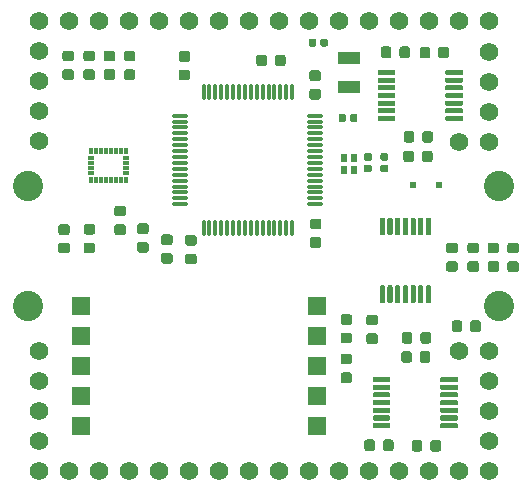
<source format=gts>
G04 #@! TF.GenerationSoftware,KiCad,Pcbnew,(5.1.5)-3*
G04 #@! TF.CreationDate,2020-07-27T23:24:25+01:00*
G04 #@! TF.ProjectId,ta-ctrl,74612d63-7472-46c2-9e6b-696361645f70,v0*
G04 #@! TF.SameCoordinates,Original*
G04 #@! TF.FileFunction,Soldermask,Top*
G04 #@! TF.FilePolarity,Negative*
%FSLAX46Y46*%
G04 Gerber Fmt 4.6, Leading zero omitted, Abs format (unit mm)*
G04 Created by KiCad (PCBNEW (5.1.5)-3) date 2020-07-27 23:24:25*
%MOMM*%
%LPD*%
G04 APERTURE LIST*
%ADD10C,0.100000*%
%ADD11R,0.306200X0.625400*%
%ADD12R,0.625400X0.306200*%
%ADD13R,0.625400X0.775400*%
%ADD14O,1.475400X0.325399*%
%ADD15O,0.325399X1.475400*%
%ADD16R,0.525400X0.525400*%
%ADD17C,1.565400*%
%ADD18C,2.565400*%
%ADD19R,1.605400X1.605400*%
%ADD20R,1.925400X1.125400*%
G04 APERTURE END LIST*
D10*
G36*
X164470264Y-115400384D02*
G01*
X164492115Y-115403625D01*
X164513543Y-115408993D01*
X164534342Y-115416435D01*
X164554311Y-115425880D01*
X164573259Y-115437236D01*
X164591002Y-115450395D01*
X164607370Y-115465230D01*
X164622205Y-115481598D01*
X164635364Y-115499341D01*
X164646720Y-115518289D01*
X164656165Y-115538258D01*
X164663607Y-115559057D01*
X164668975Y-115580485D01*
X164672216Y-115602336D01*
X164673300Y-115624400D01*
X164673300Y-116074600D01*
X164672216Y-116096664D01*
X164668975Y-116118515D01*
X164663607Y-116139943D01*
X164656165Y-116160742D01*
X164646720Y-116180711D01*
X164635364Y-116199659D01*
X164622205Y-116217402D01*
X164607370Y-116233770D01*
X164591002Y-116248605D01*
X164573259Y-116261764D01*
X164554311Y-116273120D01*
X164534342Y-116282565D01*
X164513543Y-116290007D01*
X164492115Y-116295375D01*
X164470264Y-116298616D01*
X164448200Y-116299700D01*
X163923000Y-116299700D01*
X163900936Y-116298616D01*
X163879085Y-116295375D01*
X163857657Y-116290007D01*
X163836858Y-116282565D01*
X163816889Y-116273120D01*
X163797941Y-116261764D01*
X163780198Y-116248605D01*
X163763830Y-116233770D01*
X163748995Y-116217402D01*
X163735836Y-116199659D01*
X163724480Y-116180711D01*
X163715035Y-116160742D01*
X163707593Y-116139943D01*
X163702225Y-116118515D01*
X163698984Y-116096664D01*
X163697900Y-116074600D01*
X163697900Y-115624400D01*
X163698984Y-115602336D01*
X163702225Y-115580485D01*
X163707593Y-115559057D01*
X163715035Y-115538258D01*
X163724480Y-115518289D01*
X163735836Y-115499341D01*
X163748995Y-115481598D01*
X163763830Y-115465230D01*
X163780198Y-115450395D01*
X163797941Y-115437236D01*
X163816889Y-115425880D01*
X163836858Y-115416435D01*
X163857657Y-115408993D01*
X163879085Y-115403625D01*
X163900936Y-115400384D01*
X163923000Y-115399300D01*
X164448200Y-115399300D01*
X164470264Y-115400384D01*
G37*
G36*
X164470264Y-113825384D02*
G01*
X164492115Y-113828625D01*
X164513543Y-113833993D01*
X164534342Y-113841435D01*
X164554311Y-113850880D01*
X164573259Y-113862236D01*
X164591002Y-113875395D01*
X164607370Y-113890230D01*
X164622205Y-113906598D01*
X164635364Y-113924341D01*
X164646720Y-113943289D01*
X164656165Y-113963258D01*
X164663607Y-113984057D01*
X164668975Y-114005485D01*
X164672216Y-114027336D01*
X164673300Y-114049400D01*
X164673300Y-114499600D01*
X164672216Y-114521664D01*
X164668975Y-114543515D01*
X164663607Y-114564943D01*
X164656165Y-114585742D01*
X164646720Y-114605711D01*
X164635364Y-114624659D01*
X164622205Y-114642402D01*
X164607370Y-114658770D01*
X164591002Y-114673605D01*
X164573259Y-114686764D01*
X164554311Y-114698120D01*
X164534342Y-114707565D01*
X164513543Y-114715007D01*
X164492115Y-114720375D01*
X164470264Y-114723616D01*
X164448200Y-114724700D01*
X163923000Y-114724700D01*
X163900936Y-114723616D01*
X163879085Y-114720375D01*
X163857657Y-114715007D01*
X163836858Y-114707565D01*
X163816889Y-114698120D01*
X163797941Y-114686764D01*
X163780198Y-114673605D01*
X163763830Y-114658770D01*
X163748995Y-114642402D01*
X163735836Y-114624659D01*
X163724480Y-114605711D01*
X163715035Y-114585742D01*
X163707593Y-114564943D01*
X163702225Y-114543515D01*
X163698984Y-114521664D01*
X163697900Y-114499600D01*
X163697900Y-114049400D01*
X163698984Y-114027336D01*
X163702225Y-114005485D01*
X163707593Y-113984057D01*
X163715035Y-113963258D01*
X163724480Y-113943289D01*
X163735836Y-113924341D01*
X163748995Y-113906598D01*
X163763830Y-113890230D01*
X163780198Y-113875395D01*
X163797941Y-113862236D01*
X163816889Y-113850880D01*
X163836858Y-113841435D01*
X163857657Y-113833993D01*
X163879085Y-113828625D01*
X163900936Y-113825384D01*
X163923000Y-113824300D01*
X164448200Y-113824300D01*
X164470264Y-113825384D01*
G37*
G36*
X162285864Y-115349584D02*
G01*
X162307715Y-115352825D01*
X162329143Y-115358193D01*
X162349942Y-115365635D01*
X162369911Y-115375080D01*
X162388859Y-115386436D01*
X162406602Y-115399595D01*
X162422970Y-115414430D01*
X162437805Y-115430798D01*
X162450964Y-115448541D01*
X162462320Y-115467489D01*
X162471765Y-115487458D01*
X162479207Y-115508257D01*
X162484575Y-115529685D01*
X162487816Y-115551536D01*
X162488900Y-115573600D01*
X162488900Y-116023800D01*
X162487816Y-116045864D01*
X162484575Y-116067715D01*
X162479207Y-116089143D01*
X162471765Y-116109942D01*
X162462320Y-116129911D01*
X162450964Y-116148859D01*
X162437805Y-116166602D01*
X162422970Y-116182970D01*
X162406602Y-116197805D01*
X162388859Y-116210964D01*
X162369911Y-116222320D01*
X162349942Y-116231765D01*
X162329143Y-116239207D01*
X162307715Y-116244575D01*
X162285864Y-116247816D01*
X162263800Y-116248900D01*
X161738600Y-116248900D01*
X161716536Y-116247816D01*
X161694685Y-116244575D01*
X161673257Y-116239207D01*
X161652458Y-116231765D01*
X161632489Y-116222320D01*
X161613541Y-116210964D01*
X161595798Y-116197805D01*
X161579430Y-116182970D01*
X161564595Y-116166602D01*
X161551436Y-116148859D01*
X161540080Y-116129911D01*
X161530635Y-116109942D01*
X161523193Y-116089143D01*
X161517825Y-116067715D01*
X161514584Y-116045864D01*
X161513500Y-116023800D01*
X161513500Y-115573600D01*
X161514584Y-115551536D01*
X161517825Y-115529685D01*
X161523193Y-115508257D01*
X161530635Y-115487458D01*
X161540080Y-115467489D01*
X161551436Y-115448541D01*
X161564595Y-115430798D01*
X161579430Y-115414430D01*
X161595798Y-115399595D01*
X161613541Y-115386436D01*
X161632489Y-115375080D01*
X161652458Y-115365635D01*
X161673257Y-115358193D01*
X161694685Y-115352825D01*
X161716536Y-115349584D01*
X161738600Y-115348500D01*
X162263800Y-115348500D01*
X162285864Y-115349584D01*
G37*
G36*
X162285864Y-113774584D02*
G01*
X162307715Y-113777825D01*
X162329143Y-113783193D01*
X162349942Y-113790635D01*
X162369911Y-113800080D01*
X162388859Y-113811436D01*
X162406602Y-113824595D01*
X162422970Y-113839430D01*
X162437805Y-113855798D01*
X162450964Y-113873541D01*
X162462320Y-113892489D01*
X162471765Y-113912458D01*
X162479207Y-113933257D01*
X162484575Y-113954685D01*
X162487816Y-113976536D01*
X162488900Y-113998600D01*
X162488900Y-114448800D01*
X162487816Y-114470864D01*
X162484575Y-114492715D01*
X162479207Y-114514143D01*
X162471765Y-114534942D01*
X162462320Y-114554911D01*
X162450964Y-114573859D01*
X162437805Y-114591602D01*
X162422970Y-114607970D01*
X162406602Y-114622805D01*
X162388859Y-114635964D01*
X162369911Y-114647320D01*
X162349942Y-114656765D01*
X162329143Y-114664207D01*
X162307715Y-114669575D01*
X162285864Y-114672816D01*
X162263800Y-114673900D01*
X161738600Y-114673900D01*
X161716536Y-114672816D01*
X161694685Y-114669575D01*
X161673257Y-114664207D01*
X161652458Y-114656765D01*
X161632489Y-114647320D01*
X161613541Y-114635964D01*
X161595798Y-114622805D01*
X161579430Y-114607970D01*
X161564595Y-114591602D01*
X161551436Y-114573859D01*
X161540080Y-114554911D01*
X161530635Y-114534942D01*
X161523193Y-114514143D01*
X161517825Y-114492715D01*
X161514584Y-114470864D01*
X161513500Y-114448800D01*
X161513500Y-113998600D01*
X161514584Y-113976536D01*
X161517825Y-113954685D01*
X161523193Y-113933257D01*
X161530635Y-113912458D01*
X161540080Y-113892489D01*
X161551436Y-113873541D01*
X161564595Y-113855798D01*
X161579430Y-113839430D01*
X161595798Y-113824595D01*
X161613541Y-113811436D01*
X161632489Y-113800080D01*
X161652458Y-113790635D01*
X161673257Y-113783193D01*
X161694685Y-113777825D01*
X161716536Y-113774584D01*
X161738600Y-113773500D01*
X162263800Y-113773500D01*
X162285864Y-113774584D01*
G37*
D11*
X143389401Y-102420600D03*
X142959399Y-102420600D03*
X142529400Y-102420600D03*
X142099401Y-102420600D03*
X141669399Y-102420600D03*
X141239400Y-102420600D03*
X140809401Y-102420600D03*
X140379399Y-102420600D03*
D12*
X140407400Y-101838600D03*
X140407400Y-101408601D03*
X140407400Y-100978599D03*
X140407400Y-100548600D03*
D11*
X140379399Y-99966600D03*
X140809401Y-99966600D03*
X141239400Y-99966600D03*
X141669399Y-99966600D03*
X142099401Y-99966600D03*
X142529400Y-99966600D03*
X142959399Y-99966600D03*
X143389401Y-99966600D03*
D12*
X143361400Y-100548600D03*
X143361400Y-100978599D03*
X143361400Y-101408601D03*
X143361400Y-101838600D03*
D13*
X161779400Y-101566200D03*
X161779400Y-100516200D03*
X162629400Y-100516200D03*
X162629400Y-101566200D03*
D14*
X159395000Y-96961000D03*
X159395000Y-97460999D03*
X159395000Y-97961000D03*
X159395000Y-98460999D03*
X159395000Y-98961001D03*
X159395000Y-99461000D03*
X159395000Y-99960999D03*
X159395000Y-100461000D03*
X159395000Y-100961000D03*
X159395000Y-101461001D03*
X159395000Y-101961000D03*
X159395000Y-102460999D03*
X159395000Y-102961001D03*
X159395000Y-103461000D03*
X159395000Y-103961001D03*
X159395000Y-104461000D03*
D15*
X157420000Y-106436000D03*
X156920001Y-106436000D03*
X156420000Y-106436000D03*
X155920001Y-106436000D03*
X155419999Y-106436000D03*
X154920000Y-106436000D03*
X154420001Y-106436000D03*
X153920000Y-106436000D03*
X153420000Y-106436000D03*
X152919999Y-106436000D03*
X152420000Y-106436000D03*
X151920001Y-106436000D03*
X151419999Y-106436000D03*
X150920000Y-106436000D03*
X150419999Y-106436000D03*
X149920000Y-106436000D03*
D14*
X147945000Y-104461000D03*
X147945000Y-103961001D03*
X147945000Y-103461000D03*
X147945000Y-102961001D03*
X147945000Y-102460999D03*
X147945000Y-101961000D03*
X147945000Y-101461001D03*
X147945000Y-100961000D03*
X147945000Y-100461000D03*
X147945000Y-99960999D03*
X147945000Y-99461000D03*
X147945000Y-98961001D03*
X147945000Y-98460999D03*
X147945000Y-97961000D03*
X147945000Y-97460999D03*
X147945000Y-96961000D03*
D15*
X149920000Y-94986000D03*
X150419999Y-94986000D03*
X150920000Y-94986000D03*
X151419999Y-94986000D03*
X151920001Y-94986000D03*
X152420000Y-94986000D03*
X152919999Y-94986000D03*
X153420000Y-94986000D03*
X153920000Y-94986000D03*
X154420001Y-94986000D03*
X154920000Y-94986000D03*
X155419999Y-94986000D03*
X155920001Y-94986000D03*
X156420000Y-94986000D03*
X156920001Y-94986000D03*
X157420000Y-94986000D03*
D10*
G36*
X171791774Y-96987812D02*
G01*
X171802098Y-96989343D01*
X171812222Y-96991879D01*
X171822048Y-96995395D01*
X171831483Y-96999858D01*
X171840435Y-97005223D01*
X171848818Y-97011440D01*
X171856551Y-97018449D01*
X171863560Y-97026182D01*
X171869777Y-97034565D01*
X171875142Y-97043517D01*
X171879605Y-97052952D01*
X171883121Y-97062778D01*
X171885657Y-97072902D01*
X171887188Y-97083226D01*
X171887700Y-97093650D01*
X171887700Y-97306350D01*
X171887188Y-97316774D01*
X171885657Y-97327098D01*
X171883121Y-97337222D01*
X171879605Y-97347048D01*
X171875142Y-97356483D01*
X171869777Y-97365435D01*
X171863560Y-97373818D01*
X171856551Y-97381551D01*
X171848818Y-97388560D01*
X171840435Y-97394777D01*
X171831483Y-97400142D01*
X171822048Y-97404605D01*
X171812222Y-97408121D01*
X171802098Y-97410657D01*
X171791774Y-97412188D01*
X171781350Y-97412700D01*
X170493650Y-97412700D01*
X170483226Y-97412188D01*
X170472902Y-97410657D01*
X170462778Y-97408121D01*
X170452952Y-97404605D01*
X170443517Y-97400142D01*
X170434565Y-97394777D01*
X170426182Y-97388560D01*
X170418449Y-97381551D01*
X170411440Y-97373818D01*
X170405223Y-97365435D01*
X170399858Y-97356483D01*
X170395395Y-97347048D01*
X170391879Y-97337222D01*
X170389343Y-97327098D01*
X170387812Y-97316774D01*
X170387300Y-97306350D01*
X170387300Y-97093650D01*
X170387812Y-97083226D01*
X170389343Y-97072902D01*
X170391879Y-97062778D01*
X170395395Y-97052952D01*
X170399858Y-97043517D01*
X170405223Y-97034565D01*
X170411440Y-97026182D01*
X170418449Y-97018449D01*
X170426182Y-97011440D01*
X170434565Y-97005223D01*
X170443517Y-96999858D01*
X170452952Y-96995395D01*
X170462778Y-96991879D01*
X170472902Y-96989343D01*
X170483226Y-96987812D01*
X170493650Y-96987300D01*
X171781350Y-96987300D01*
X171791774Y-96987812D01*
G37*
G36*
X171791774Y-96337812D02*
G01*
X171802098Y-96339343D01*
X171812222Y-96341879D01*
X171822048Y-96345395D01*
X171831483Y-96349858D01*
X171840435Y-96355223D01*
X171848818Y-96361440D01*
X171856551Y-96368449D01*
X171863560Y-96376182D01*
X171869777Y-96384565D01*
X171875142Y-96393517D01*
X171879605Y-96402952D01*
X171883121Y-96412778D01*
X171885657Y-96422902D01*
X171887188Y-96433226D01*
X171887700Y-96443650D01*
X171887700Y-96656350D01*
X171887188Y-96666774D01*
X171885657Y-96677098D01*
X171883121Y-96687222D01*
X171879605Y-96697048D01*
X171875142Y-96706483D01*
X171869777Y-96715435D01*
X171863560Y-96723818D01*
X171856551Y-96731551D01*
X171848818Y-96738560D01*
X171840435Y-96744777D01*
X171831483Y-96750142D01*
X171822048Y-96754605D01*
X171812222Y-96758121D01*
X171802098Y-96760657D01*
X171791774Y-96762188D01*
X171781350Y-96762700D01*
X170493650Y-96762700D01*
X170483226Y-96762188D01*
X170472902Y-96760657D01*
X170462778Y-96758121D01*
X170452952Y-96754605D01*
X170443517Y-96750142D01*
X170434565Y-96744777D01*
X170426182Y-96738560D01*
X170418449Y-96731551D01*
X170411440Y-96723818D01*
X170405223Y-96715435D01*
X170399858Y-96706483D01*
X170395395Y-96697048D01*
X170391879Y-96687222D01*
X170389343Y-96677098D01*
X170387812Y-96666774D01*
X170387300Y-96656350D01*
X170387300Y-96443650D01*
X170387812Y-96433226D01*
X170389343Y-96422902D01*
X170391879Y-96412778D01*
X170395395Y-96402952D01*
X170399858Y-96393517D01*
X170405223Y-96384565D01*
X170411440Y-96376182D01*
X170418449Y-96368449D01*
X170426182Y-96361440D01*
X170434565Y-96355223D01*
X170443517Y-96349858D01*
X170452952Y-96345395D01*
X170462778Y-96341879D01*
X170472902Y-96339343D01*
X170483226Y-96337812D01*
X170493650Y-96337300D01*
X171781350Y-96337300D01*
X171791774Y-96337812D01*
G37*
G36*
X171791774Y-95687812D02*
G01*
X171802098Y-95689343D01*
X171812222Y-95691879D01*
X171822048Y-95695395D01*
X171831483Y-95699858D01*
X171840435Y-95705223D01*
X171848818Y-95711440D01*
X171856551Y-95718449D01*
X171863560Y-95726182D01*
X171869777Y-95734565D01*
X171875142Y-95743517D01*
X171879605Y-95752952D01*
X171883121Y-95762778D01*
X171885657Y-95772902D01*
X171887188Y-95783226D01*
X171887700Y-95793650D01*
X171887700Y-96006350D01*
X171887188Y-96016774D01*
X171885657Y-96027098D01*
X171883121Y-96037222D01*
X171879605Y-96047048D01*
X171875142Y-96056483D01*
X171869777Y-96065435D01*
X171863560Y-96073818D01*
X171856551Y-96081551D01*
X171848818Y-96088560D01*
X171840435Y-96094777D01*
X171831483Y-96100142D01*
X171822048Y-96104605D01*
X171812222Y-96108121D01*
X171802098Y-96110657D01*
X171791774Y-96112188D01*
X171781350Y-96112700D01*
X170493650Y-96112700D01*
X170483226Y-96112188D01*
X170472902Y-96110657D01*
X170462778Y-96108121D01*
X170452952Y-96104605D01*
X170443517Y-96100142D01*
X170434565Y-96094777D01*
X170426182Y-96088560D01*
X170418449Y-96081551D01*
X170411440Y-96073818D01*
X170405223Y-96065435D01*
X170399858Y-96056483D01*
X170395395Y-96047048D01*
X170391879Y-96037222D01*
X170389343Y-96027098D01*
X170387812Y-96016774D01*
X170387300Y-96006350D01*
X170387300Y-95793650D01*
X170387812Y-95783226D01*
X170389343Y-95772902D01*
X170391879Y-95762778D01*
X170395395Y-95752952D01*
X170399858Y-95743517D01*
X170405223Y-95734565D01*
X170411440Y-95726182D01*
X170418449Y-95718449D01*
X170426182Y-95711440D01*
X170434565Y-95705223D01*
X170443517Y-95699858D01*
X170452952Y-95695395D01*
X170462778Y-95691879D01*
X170472902Y-95689343D01*
X170483226Y-95687812D01*
X170493650Y-95687300D01*
X171781350Y-95687300D01*
X171791774Y-95687812D01*
G37*
G36*
X171791774Y-95037812D02*
G01*
X171802098Y-95039343D01*
X171812222Y-95041879D01*
X171822048Y-95045395D01*
X171831483Y-95049858D01*
X171840435Y-95055223D01*
X171848818Y-95061440D01*
X171856551Y-95068449D01*
X171863560Y-95076182D01*
X171869777Y-95084565D01*
X171875142Y-95093517D01*
X171879605Y-95102952D01*
X171883121Y-95112778D01*
X171885657Y-95122902D01*
X171887188Y-95133226D01*
X171887700Y-95143650D01*
X171887700Y-95356350D01*
X171887188Y-95366774D01*
X171885657Y-95377098D01*
X171883121Y-95387222D01*
X171879605Y-95397048D01*
X171875142Y-95406483D01*
X171869777Y-95415435D01*
X171863560Y-95423818D01*
X171856551Y-95431551D01*
X171848818Y-95438560D01*
X171840435Y-95444777D01*
X171831483Y-95450142D01*
X171822048Y-95454605D01*
X171812222Y-95458121D01*
X171802098Y-95460657D01*
X171791774Y-95462188D01*
X171781350Y-95462700D01*
X170493650Y-95462700D01*
X170483226Y-95462188D01*
X170472902Y-95460657D01*
X170462778Y-95458121D01*
X170452952Y-95454605D01*
X170443517Y-95450142D01*
X170434565Y-95444777D01*
X170426182Y-95438560D01*
X170418449Y-95431551D01*
X170411440Y-95423818D01*
X170405223Y-95415435D01*
X170399858Y-95406483D01*
X170395395Y-95397048D01*
X170391879Y-95387222D01*
X170389343Y-95377098D01*
X170387812Y-95366774D01*
X170387300Y-95356350D01*
X170387300Y-95143650D01*
X170387812Y-95133226D01*
X170389343Y-95122902D01*
X170391879Y-95112778D01*
X170395395Y-95102952D01*
X170399858Y-95093517D01*
X170405223Y-95084565D01*
X170411440Y-95076182D01*
X170418449Y-95068449D01*
X170426182Y-95061440D01*
X170434565Y-95055223D01*
X170443517Y-95049858D01*
X170452952Y-95045395D01*
X170462778Y-95041879D01*
X170472902Y-95039343D01*
X170483226Y-95037812D01*
X170493650Y-95037300D01*
X171781350Y-95037300D01*
X171791774Y-95037812D01*
G37*
G36*
X171791774Y-94387812D02*
G01*
X171802098Y-94389343D01*
X171812222Y-94391879D01*
X171822048Y-94395395D01*
X171831483Y-94399858D01*
X171840435Y-94405223D01*
X171848818Y-94411440D01*
X171856551Y-94418449D01*
X171863560Y-94426182D01*
X171869777Y-94434565D01*
X171875142Y-94443517D01*
X171879605Y-94452952D01*
X171883121Y-94462778D01*
X171885657Y-94472902D01*
X171887188Y-94483226D01*
X171887700Y-94493650D01*
X171887700Y-94706350D01*
X171887188Y-94716774D01*
X171885657Y-94727098D01*
X171883121Y-94737222D01*
X171879605Y-94747048D01*
X171875142Y-94756483D01*
X171869777Y-94765435D01*
X171863560Y-94773818D01*
X171856551Y-94781551D01*
X171848818Y-94788560D01*
X171840435Y-94794777D01*
X171831483Y-94800142D01*
X171822048Y-94804605D01*
X171812222Y-94808121D01*
X171802098Y-94810657D01*
X171791774Y-94812188D01*
X171781350Y-94812700D01*
X170493650Y-94812700D01*
X170483226Y-94812188D01*
X170472902Y-94810657D01*
X170462778Y-94808121D01*
X170452952Y-94804605D01*
X170443517Y-94800142D01*
X170434565Y-94794777D01*
X170426182Y-94788560D01*
X170418449Y-94781551D01*
X170411440Y-94773818D01*
X170405223Y-94765435D01*
X170399858Y-94756483D01*
X170395395Y-94747048D01*
X170391879Y-94737222D01*
X170389343Y-94727098D01*
X170387812Y-94716774D01*
X170387300Y-94706350D01*
X170387300Y-94493650D01*
X170387812Y-94483226D01*
X170389343Y-94472902D01*
X170391879Y-94462778D01*
X170395395Y-94452952D01*
X170399858Y-94443517D01*
X170405223Y-94434565D01*
X170411440Y-94426182D01*
X170418449Y-94418449D01*
X170426182Y-94411440D01*
X170434565Y-94405223D01*
X170443517Y-94399858D01*
X170452952Y-94395395D01*
X170462778Y-94391879D01*
X170472902Y-94389343D01*
X170483226Y-94387812D01*
X170493650Y-94387300D01*
X171781350Y-94387300D01*
X171791774Y-94387812D01*
G37*
G36*
X171791774Y-93737812D02*
G01*
X171802098Y-93739343D01*
X171812222Y-93741879D01*
X171822048Y-93745395D01*
X171831483Y-93749858D01*
X171840435Y-93755223D01*
X171848818Y-93761440D01*
X171856551Y-93768449D01*
X171863560Y-93776182D01*
X171869777Y-93784565D01*
X171875142Y-93793517D01*
X171879605Y-93802952D01*
X171883121Y-93812778D01*
X171885657Y-93822902D01*
X171887188Y-93833226D01*
X171887700Y-93843650D01*
X171887700Y-94056350D01*
X171887188Y-94066774D01*
X171885657Y-94077098D01*
X171883121Y-94087222D01*
X171879605Y-94097048D01*
X171875142Y-94106483D01*
X171869777Y-94115435D01*
X171863560Y-94123818D01*
X171856551Y-94131551D01*
X171848818Y-94138560D01*
X171840435Y-94144777D01*
X171831483Y-94150142D01*
X171822048Y-94154605D01*
X171812222Y-94158121D01*
X171802098Y-94160657D01*
X171791774Y-94162188D01*
X171781350Y-94162700D01*
X170493650Y-94162700D01*
X170483226Y-94162188D01*
X170472902Y-94160657D01*
X170462778Y-94158121D01*
X170452952Y-94154605D01*
X170443517Y-94150142D01*
X170434565Y-94144777D01*
X170426182Y-94138560D01*
X170418449Y-94131551D01*
X170411440Y-94123818D01*
X170405223Y-94115435D01*
X170399858Y-94106483D01*
X170395395Y-94097048D01*
X170391879Y-94087222D01*
X170389343Y-94077098D01*
X170387812Y-94066774D01*
X170387300Y-94056350D01*
X170387300Y-93843650D01*
X170387812Y-93833226D01*
X170389343Y-93822902D01*
X170391879Y-93812778D01*
X170395395Y-93802952D01*
X170399858Y-93793517D01*
X170405223Y-93784565D01*
X170411440Y-93776182D01*
X170418449Y-93768449D01*
X170426182Y-93761440D01*
X170434565Y-93755223D01*
X170443517Y-93749858D01*
X170452952Y-93745395D01*
X170462778Y-93741879D01*
X170472902Y-93739343D01*
X170483226Y-93737812D01*
X170493650Y-93737300D01*
X171781350Y-93737300D01*
X171791774Y-93737812D01*
G37*
G36*
X171791774Y-93087812D02*
G01*
X171802098Y-93089343D01*
X171812222Y-93091879D01*
X171822048Y-93095395D01*
X171831483Y-93099858D01*
X171840435Y-93105223D01*
X171848818Y-93111440D01*
X171856551Y-93118449D01*
X171863560Y-93126182D01*
X171869777Y-93134565D01*
X171875142Y-93143517D01*
X171879605Y-93152952D01*
X171883121Y-93162778D01*
X171885657Y-93172902D01*
X171887188Y-93183226D01*
X171887700Y-93193650D01*
X171887700Y-93406350D01*
X171887188Y-93416774D01*
X171885657Y-93427098D01*
X171883121Y-93437222D01*
X171879605Y-93447048D01*
X171875142Y-93456483D01*
X171869777Y-93465435D01*
X171863560Y-93473818D01*
X171856551Y-93481551D01*
X171848818Y-93488560D01*
X171840435Y-93494777D01*
X171831483Y-93500142D01*
X171822048Y-93504605D01*
X171812222Y-93508121D01*
X171802098Y-93510657D01*
X171791774Y-93512188D01*
X171781350Y-93512700D01*
X170493650Y-93512700D01*
X170483226Y-93512188D01*
X170472902Y-93510657D01*
X170462778Y-93508121D01*
X170452952Y-93504605D01*
X170443517Y-93500142D01*
X170434565Y-93494777D01*
X170426182Y-93488560D01*
X170418449Y-93481551D01*
X170411440Y-93473818D01*
X170405223Y-93465435D01*
X170399858Y-93456483D01*
X170395395Y-93447048D01*
X170391879Y-93437222D01*
X170389343Y-93427098D01*
X170387812Y-93416774D01*
X170387300Y-93406350D01*
X170387300Y-93193650D01*
X170387812Y-93183226D01*
X170389343Y-93172902D01*
X170391879Y-93162778D01*
X170395395Y-93152952D01*
X170399858Y-93143517D01*
X170405223Y-93134565D01*
X170411440Y-93126182D01*
X170418449Y-93118449D01*
X170426182Y-93111440D01*
X170434565Y-93105223D01*
X170443517Y-93099858D01*
X170452952Y-93095395D01*
X170462778Y-93091879D01*
X170472902Y-93089343D01*
X170483226Y-93087812D01*
X170493650Y-93087300D01*
X171781350Y-93087300D01*
X171791774Y-93087812D01*
G37*
G36*
X166066774Y-93087812D02*
G01*
X166077098Y-93089343D01*
X166087222Y-93091879D01*
X166097048Y-93095395D01*
X166106483Y-93099858D01*
X166115435Y-93105223D01*
X166123818Y-93111440D01*
X166131551Y-93118449D01*
X166138560Y-93126182D01*
X166144777Y-93134565D01*
X166150142Y-93143517D01*
X166154605Y-93152952D01*
X166158121Y-93162778D01*
X166160657Y-93172902D01*
X166162188Y-93183226D01*
X166162700Y-93193650D01*
X166162700Y-93406350D01*
X166162188Y-93416774D01*
X166160657Y-93427098D01*
X166158121Y-93437222D01*
X166154605Y-93447048D01*
X166150142Y-93456483D01*
X166144777Y-93465435D01*
X166138560Y-93473818D01*
X166131551Y-93481551D01*
X166123818Y-93488560D01*
X166115435Y-93494777D01*
X166106483Y-93500142D01*
X166097048Y-93504605D01*
X166087222Y-93508121D01*
X166077098Y-93510657D01*
X166066774Y-93512188D01*
X166056350Y-93512700D01*
X164768650Y-93512700D01*
X164758226Y-93512188D01*
X164747902Y-93510657D01*
X164737778Y-93508121D01*
X164727952Y-93504605D01*
X164718517Y-93500142D01*
X164709565Y-93494777D01*
X164701182Y-93488560D01*
X164693449Y-93481551D01*
X164686440Y-93473818D01*
X164680223Y-93465435D01*
X164674858Y-93456483D01*
X164670395Y-93447048D01*
X164666879Y-93437222D01*
X164664343Y-93427098D01*
X164662812Y-93416774D01*
X164662300Y-93406350D01*
X164662300Y-93193650D01*
X164662812Y-93183226D01*
X164664343Y-93172902D01*
X164666879Y-93162778D01*
X164670395Y-93152952D01*
X164674858Y-93143517D01*
X164680223Y-93134565D01*
X164686440Y-93126182D01*
X164693449Y-93118449D01*
X164701182Y-93111440D01*
X164709565Y-93105223D01*
X164718517Y-93099858D01*
X164727952Y-93095395D01*
X164737778Y-93091879D01*
X164747902Y-93089343D01*
X164758226Y-93087812D01*
X164768650Y-93087300D01*
X166056350Y-93087300D01*
X166066774Y-93087812D01*
G37*
G36*
X166066774Y-93737812D02*
G01*
X166077098Y-93739343D01*
X166087222Y-93741879D01*
X166097048Y-93745395D01*
X166106483Y-93749858D01*
X166115435Y-93755223D01*
X166123818Y-93761440D01*
X166131551Y-93768449D01*
X166138560Y-93776182D01*
X166144777Y-93784565D01*
X166150142Y-93793517D01*
X166154605Y-93802952D01*
X166158121Y-93812778D01*
X166160657Y-93822902D01*
X166162188Y-93833226D01*
X166162700Y-93843650D01*
X166162700Y-94056350D01*
X166162188Y-94066774D01*
X166160657Y-94077098D01*
X166158121Y-94087222D01*
X166154605Y-94097048D01*
X166150142Y-94106483D01*
X166144777Y-94115435D01*
X166138560Y-94123818D01*
X166131551Y-94131551D01*
X166123818Y-94138560D01*
X166115435Y-94144777D01*
X166106483Y-94150142D01*
X166097048Y-94154605D01*
X166087222Y-94158121D01*
X166077098Y-94160657D01*
X166066774Y-94162188D01*
X166056350Y-94162700D01*
X164768650Y-94162700D01*
X164758226Y-94162188D01*
X164747902Y-94160657D01*
X164737778Y-94158121D01*
X164727952Y-94154605D01*
X164718517Y-94150142D01*
X164709565Y-94144777D01*
X164701182Y-94138560D01*
X164693449Y-94131551D01*
X164686440Y-94123818D01*
X164680223Y-94115435D01*
X164674858Y-94106483D01*
X164670395Y-94097048D01*
X164666879Y-94087222D01*
X164664343Y-94077098D01*
X164662812Y-94066774D01*
X164662300Y-94056350D01*
X164662300Y-93843650D01*
X164662812Y-93833226D01*
X164664343Y-93822902D01*
X164666879Y-93812778D01*
X164670395Y-93802952D01*
X164674858Y-93793517D01*
X164680223Y-93784565D01*
X164686440Y-93776182D01*
X164693449Y-93768449D01*
X164701182Y-93761440D01*
X164709565Y-93755223D01*
X164718517Y-93749858D01*
X164727952Y-93745395D01*
X164737778Y-93741879D01*
X164747902Y-93739343D01*
X164758226Y-93737812D01*
X164768650Y-93737300D01*
X166056350Y-93737300D01*
X166066774Y-93737812D01*
G37*
G36*
X166066774Y-94387812D02*
G01*
X166077098Y-94389343D01*
X166087222Y-94391879D01*
X166097048Y-94395395D01*
X166106483Y-94399858D01*
X166115435Y-94405223D01*
X166123818Y-94411440D01*
X166131551Y-94418449D01*
X166138560Y-94426182D01*
X166144777Y-94434565D01*
X166150142Y-94443517D01*
X166154605Y-94452952D01*
X166158121Y-94462778D01*
X166160657Y-94472902D01*
X166162188Y-94483226D01*
X166162700Y-94493650D01*
X166162700Y-94706350D01*
X166162188Y-94716774D01*
X166160657Y-94727098D01*
X166158121Y-94737222D01*
X166154605Y-94747048D01*
X166150142Y-94756483D01*
X166144777Y-94765435D01*
X166138560Y-94773818D01*
X166131551Y-94781551D01*
X166123818Y-94788560D01*
X166115435Y-94794777D01*
X166106483Y-94800142D01*
X166097048Y-94804605D01*
X166087222Y-94808121D01*
X166077098Y-94810657D01*
X166066774Y-94812188D01*
X166056350Y-94812700D01*
X164768650Y-94812700D01*
X164758226Y-94812188D01*
X164747902Y-94810657D01*
X164737778Y-94808121D01*
X164727952Y-94804605D01*
X164718517Y-94800142D01*
X164709565Y-94794777D01*
X164701182Y-94788560D01*
X164693449Y-94781551D01*
X164686440Y-94773818D01*
X164680223Y-94765435D01*
X164674858Y-94756483D01*
X164670395Y-94747048D01*
X164666879Y-94737222D01*
X164664343Y-94727098D01*
X164662812Y-94716774D01*
X164662300Y-94706350D01*
X164662300Y-94493650D01*
X164662812Y-94483226D01*
X164664343Y-94472902D01*
X164666879Y-94462778D01*
X164670395Y-94452952D01*
X164674858Y-94443517D01*
X164680223Y-94434565D01*
X164686440Y-94426182D01*
X164693449Y-94418449D01*
X164701182Y-94411440D01*
X164709565Y-94405223D01*
X164718517Y-94399858D01*
X164727952Y-94395395D01*
X164737778Y-94391879D01*
X164747902Y-94389343D01*
X164758226Y-94387812D01*
X164768650Y-94387300D01*
X166056350Y-94387300D01*
X166066774Y-94387812D01*
G37*
G36*
X166066774Y-95037812D02*
G01*
X166077098Y-95039343D01*
X166087222Y-95041879D01*
X166097048Y-95045395D01*
X166106483Y-95049858D01*
X166115435Y-95055223D01*
X166123818Y-95061440D01*
X166131551Y-95068449D01*
X166138560Y-95076182D01*
X166144777Y-95084565D01*
X166150142Y-95093517D01*
X166154605Y-95102952D01*
X166158121Y-95112778D01*
X166160657Y-95122902D01*
X166162188Y-95133226D01*
X166162700Y-95143650D01*
X166162700Y-95356350D01*
X166162188Y-95366774D01*
X166160657Y-95377098D01*
X166158121Y-95387222D01*
X166154605Y-95397048D01*
X166150142Y-95406483D01*
X166144777Y-95415435D01*
X166138560Y-95423818D01*
X166131551Y-95431551D01*
X166123818Y-95438560D01*
X166115435Y-95444777D01*
X166106483Y-95450142D01*
X166097048Y-95454605D01*
X166087222Y-95458121D01*
X166077098Y-95460657D01*
X166066774Y-95462188D01*
X166056350Y-95462700D01*
X164768650Y-95462700D01*
X164758226Y-95462188D01*
X164747902Y-95460657D01*
X164737778Y-95458121D01*
X164727952Y-95454605D01*
X164718517Y-95450142D01*
X164709565Y-95444777D01*
X164701182Y-95438560D01*
X164693449Y-95431551D01*
X164686440Y-95423818D01*
X164680223Y-95415435D01*
X164674858Y-95406483D01*
X164670395Y-95397048D01*
X164666879Y-95387222D01*
X164664343Y-95377098D01*
X164662812Y-95366774D01*
X164662300Y-95356350D01*
X164662300Y-95143650D01*
X164662812Y-95133226D01*
X164664343Y-95122902D01*
X164666879Y-95112778D01*
X164670395Y-95102952D01*
X164674858Y-95093517D01*
X164680223Y-95084565D01*
X164686440Y-95076182D01*
X164693449Y-95068449D01*
X164701182Y-95061440D01*
X164709565Y-95055223D01*
X164718517Y-95049858D01*
X164727952Y-95045395D01*
X164737778Y-95041879D01*
X164747902Y-95039343D01*
X164758226Y-95037812D01*
X164768650Y-95037300D01*
X166056350Y-95037300D01*
X166066774Y-95037812D01*
G37*
G36*
X166066774Y-95687812D02*
G01*
X166077098Y-95689343D01*
X166087222Y-95691879D01*
X166097048Y-95695395D01*
X166106483Y-95699858D01*
X166115435Y-95705223D01*
X166123818Y-95711440D01*
X166131551Y-95718449D01*
X166138560Y-95726182D01*
X166144777Y-95734565D01*
X166150142Y-95743517D01*
X166154605Y-95752952D01*
X166158121Y-95762778D01*
X166160657Y-95772902D01*
X166162188Y-95783226D01*
X166162700Y-95793650D01*
X166162700Y-96006350D01*
X166162188Y-96016774D01*
X166160657Y-96027098D01*
X166158121Y-96037222D01*
X166154605Y-96047048D01*
X166150142Y-96056483D01*
X166144777Y-96065435D01*
X166138560Y-96073818D01*
X166131551Y-96081551D01*
X166123818Y-96088560D01*
X166115435Y-96094777D01*
X166106483Y-96100142D01*
X166097048Y-96104605D01*
X166087222Y-96108121D01*
X166077098Y-96110657D01*
X166066774Y-96112188D01*
X166056350Y-96112700D01*
X164768650Y-96112700D01*
X164758226Y-96112188D01*
X164747902Y-96110657D01*
X164737778Y-96108121D01*
X164727952Y-96104605D01*
X164718517Y-96100142D01*
X164709565Y-96094777D01*
X164701182Y-96088560D01*
X164693449Y-96081551D01*
X164686440Y-96073818D01*
X164680223Y-96065435D01*
X164674858Y-96056483D01*
X164670395Y-96047048D01*
X164666879Y-96037222D01*
X164664343Y-96027098D01*
X164662812Y-96016774D01*
X164662300Y-96006350D01*
X164662300Y-95793650D01*
X164662812Y-95783226D01*
X164664343Y-95772902D01*
X164666879Y-95762778D01*
X164670395Y-95752952D01*
X164674858Y-95743517D01*
X164680223Y-95734565D01*
X164686440Y-95726182D01*
X164693449Y-95718449D01*
X164701182Y-95711440D01*
X164709565Y-95705223D01*
X164718517Y-95699858D01*
X164727952Y-95695395D01*
X164737778Y-95691879D01*
X164747902Y-95689343D01*
X164758226Y-95687812D01*
X164768650Y-95687300D01*
X166056350Y-95687300D01*
X166066774Y-95687812D01*
G37*
G36*
X166066774Y-96337812D02*
G01*
X166077098Y-96339343D01*
X166087222Y-96341879D01*
X166097048Y-96345395D01*
X166106483Y-96349858D01*
X166115435Y-96355223D01*
X166123818Y-96361440D01*
X166131551Y-96368449D01*
X166138560Y-96376182D01*
X166144777Y-96384565D01*
X166150142Y-96393517D01*
X166154605Y-96402952D01*
X166158121Y-96412778D01*
X166160657Y-96422902D01*
X166162188Y-96433226D01*
X166162700Y-96443650D01*
X166162700Y-96656350D01*
X166162188Y-96666774D01*
X166160657Y-96677098D01*
X166158121Y-96687222D01*
X166154605Y-96697048D01*
X166150142Y-96706483D01*
X166144777Y-96715435D01*
X166138560Y-96723818D01*
X166131551Y-96731551D01*
X166123818Y-96738560D01*
X166115435Y-96744777D01*
X166106483Y-96750142D01*
X166097048Y-96754605D01*
X166087222Y-96758121D01*
X166077098Y-96760657D01*
X166066774Y-96762188D01*
X166056350Y-96762700D01*
X164768650Y-96762700D01*
X164758226Y-96762188D01*
X164747902Y-96760657D01*
X164737778Y-96758121D01*
X164727952Y-96754605D01*
X164718517Y-96750142D01*
X164709565Y-96744777D01*
X164701182Y-96738560D01*
X164693449Y-96731551D01*
X164686440Y-96723818D01*
X164680223Y-96715435D01*
X164674858Y-96706483D01*
X164670395Y-96697048D01*
X164666879Y-96687222D01*
X164664343Y-96677098D01*
X164662812Y-96666774D01*
X164662300Y-96656350D01*
X164662300Y-96443650D01*
X164662812Y-96433226D01*
X164664343Y-96422902D01*
X164666879Y-96412778D01*
X164670395Y-96402952D01*
X164674858Y-96393517D01*
X164680223Y-96384565D01*
X164686440Y-96376182D01*
X164693449Y-96368449D01*
X164701182Y-96361440D01*
X164709565Y-96355223D01*
X164718517Y-96349858D01*
X164727952Y-96345395D01*
X164737778Y-96341879D01*
X164747902Y-96339343D01*
X164758226Y-96337812D01*
X164768650Y-96337300D01*
X166056350Y-96337300D01*
X166066774Y-96337812D01*
G37*
G36*
X166066774Y-96987812D02*
G01*
X166077098Y-96989343D01*
X166087222Y-96991879D01*
X166097048Y-96995395D01*
X166106483Y-96999858D01*
X166115435Y-97005223D01*
X166123818Y-97011440D01*
X166131551Y-97018449D01*
X166138560Y-97026182D01*
X166144777Y-97034565D01*
X166150142Y-97043517D01*
X166154605Y-97052952D01*
X166158121Y-97062778D01*
X166160657Y-97072902D01*
X166162188Y-97083226D01*
X166162700Y-97093650D01*
X166162700Y-97306350D01*
X166162188Y-97316774D01*
X166160657Y-97327098D01*
X166158121Y-97337222D01*
X166154605Y-97347048D01*
X166150142Y-97356483D01*
X166144777Y-97365435D01*
X166138560Y-97373818D01*
X166131551Y-97381551D01*
X166123818Y-97388560D01*
X166115435Y-97394777D01*
X166106483Y-97400142D01*
X166097048Y-97404605D01*
X166087222Y-97408121D01*
X166077098Y-97410657D01*
X166066774Y-97412188D01*
X166056350Y-97412700D01*
X164768650Y-97412700D01*
X164758226Y-97412188D01*
X164747902Y-97410657D01*
X164737778Y-97408121D01*
X164727952Y-97404605D01*
X164718517Y-97400142D01*
X164709565Y-97394777D01*
X164701182Y-97388560D01*
X164693449Y-97381551D01*
X164686440Y-97373818D01*
X164680223Y-97365435D01*
X164674858Y-97356483D01*
X164670395Y-97347048D01*
X164666879Y-97337222D01*
X164664343Y-97327098D01*
X164662812Y-97316774D01*
X164662300Y-97306350D01*
X164662300Y-97093650D01*
X164662812Y-97083226D01*
X164664343Y-97072902D01*
X164666879Y-97062778D01*
X164670395Y-97052952D01*
X164674858Y-97043517D01*
X164680223Y-97034565D01*
X164686440Y-97026182D01*
X164693449Y-97018449D01*
X164701182Y-97011440D01*
X164709565Y-97005223D01*
X164718517Y-96999858D01*
X164727952Y-96995395D01*
X164737778Y-96991879D01*
X164747902Y-96989343D01*
X164758226Y-96987812D01*
X164768650Y-96987300D01*
X166056350Y-96987300D01*
X166066774Y-96987812D01*
G37*
G36*
X168979464Y-115286584D02*
G01*
X169001315Y-115289825D01*
X169022743Y-115295193D01*
X169043542Y-115302635D01*
X169063511Y-115312080D01*
X169082459Y-115323436D01*
X169100202Y-115336595D01*
X169116570Y-115351430D01*
X169131405Y-115367798D01*
X169144564Y-115385541D01*
X169155920Y-115404489D01*
X169165365Y-115424458D01*
X169172807Y-115445257D01*
X169178175Y-115466685D01*
X169181416Y-115488536D01*
X169182500Y-115510600D01*
X169182500Y-116035800D01*
X169181416Y-116057864D01*
X169178175Y-116079715D01*
X169172807Y-116101143D01*
X169165365Y-116121942D01*
X169155920Y-116141911D01*
X169144564Y-116160859D01*
X169131405Y-116178602D01*
X169116570Y-116194970D01*
X169100202Y-116209805D01*
X169082459Y-116222964D01*
X169063511Y-116234320D01*
X169043542Y-116243765D01*
X169022743Y-116251207D01*
X169001315Y-116256575D01*
X168979464Y-116259816D01*
X168957400Y-116260900D01*
X168507200Y-116260900D01*
X168485136Y-116259816D01*
X168463285Y-116256575D01*
X168441857Y-116251207D01*
X168421058Y-116243765D01*
X168401089Y-116234320D01*
X168382141Y-116222964D01*
X168364398Y-116209805D01*
X168348030Y-116194970D01*
X168333195Y-116178602D01*
X168320036Y-116160859D01*
X168308680Y-116141911D01*
X168299235Y-116121942D01*
X168291793Y-116101143D01*
X168286425Y-116079715D01*
X168283184Y-116057864D01*
X168282100Y-116035800D01*
X168282100Y-115510600D01*
X168283184Y-115488536D01*
X168286425Y-115466685D01*
X168291793Y-115445257D01*
X168299235Y-115424458D01*
X168308680Y-115404489D01*
X168320036Y-115385541D01*
X168333195Y-115367798D01*
X168348030Y-115351430D01*
X168364398Y-115336595D01*
X168382141Y-115323436D01*
X168401089Y-115312080D01*
X168421058Y-115302635D01*
X168441857Y-115295193D01*
X168463285Y-115289825D01*
X168485136Y-115286584D01*
X168507200Y-115285500D01*
X168957400Y-115285500D01*
X168979464Y-115286584D01*
G37*
G36*
X167404464Y-115286584D02*
G01*
X167426315Y-115289825D01*
X167447743Y-115295193D01*
X167468542Y-115302635D01*
X167488511Y-115312080D01*
X167507459Y-115323436D01*
X167525202Y-115336595D01*
X167541570Y-115351430D01*
X167556405Y-115367798D01*
X167569564Y-115385541D01*
X167580920Y-115404489D01*
X167590365Y-115424458D01*
X167597807Y-115445257D01*
X167603175Y-115466685D01*
X167606416Y-115488536D01*
X167607500Y-115510600D01*
X167607500Y-116035800D01*
X167606416Y-116057864D01*
X167603175Y-116079715D01*
X167597807Y-116101143D01*
X167590365Y-116121942D01*
X167580920Y-116141911D01*
X167569564Y-116160859D01*
X167556405Y-116178602D01*
X167541570Y-116194970D01*
X167525202Y-116209805D01*
X167507459Y-116222964D01*
X167488511Y-116234320D01*
X167468542Y-116243765D01*
X167447743Y-116251207D01*
X167426315Y-116256575D01*
X167404464Y-116259816D01*
X167382400Y-116260900D01*
X166932200Y-116260900D01*
X166910136Y-116259816D01*
X166888285Y-116256575D01*
X166866857Y-116251207D01*
X166846058Y-116243765D01*
X166826089Y-116234320D01*
X166807141Y-116222964D01*
X166789398Y-116209805D01*
X166773030Y-116194970D01*
X166758195Y-116178602D01*
X166745036Y-116160859D01*
X166733680Y-116141911D01*
X166724235Y-116121942D01*
X166716793Y-116101143D01*
X166711425Y-116079715D01*
X166708184Y-116057864D01*
X166707100Y-116035800D01*
X166707100Y-115510600D01*
X166708184Y-115488536D01*
X166711425Y-115466685D01*
X166716793Y-115445257D01*
X166724235Y-115424458D01*
X166733680Y-115404489D01*
X166745036Y-115385541D01*
X166758195Y-115367798D01*
X166773030Y-115351430D01*
X166789398Y-115336595D01*
X166807141Y-115323436D01*
X166826089Y-115312080D01*
X166846058Y-115302635D01*
X166866857Y-115295193D01*
X166888285Y-115289825D01*
X166910136Y-115286584D01*
X166932200Y-115285500D01*
X167382400Y-115285500D01*
X167404464Y-115286584D01*
G37*
G36*
X138384464Y-106154584D02*
G01*
X138406315Y-106157825D01*
X138427743Y-106163193D01*
X138448542Y-106170635D01*
X138468511Y-106180080D01*
X138487459Y-106191436D01*
X138505202Y-106204595D01*
X138521570Y-106219430D01*
X138536405Y-106235798D01*
X138549564Y-106253541D01*
X138560920Y-106272489D01*
X138570365Y-106292458D01*
X138577807Y-106313257D01*
X138583175Y-106334685D01*
X138586416Y-106356536D01*
X138587500Y-106378600D01*
X138587500Y-106828800D01*
X138586416Y-106850864D01*
X138583175Y-106872715D01*
X138577807Y-106894143D01*
X138570365Y-106914942D01*
X138560920Y-106934911D01*
X138549564Y-106953859D01*
X138536405Y-106971602D01*
X138521570Y-106987970D01*
X138505202Y-107002805D01*
X138487459Y-107015964D01*
X138468511Y-107027320D01*
X138448542Y-107036765D01*
X138427743Y-107044207D01*
X138406315Y-107049575D01*
X138384464Y-107052816D01*
X138362400Y-107053900D01*
X137837200Y-107053900D01*
X137815136Y-107052816D01*
X137793285Y-107049575D01*
X137771857Y-107044207D01*
X137751058Y-107036765D01*
X137731089Y-107027320D01*
X137712141Y-107015964D01*
X137694398Y-107002805D01*
X137678030Y-106987970D01*
X137663195Y-106971602D01*
X137650036Y-106953859D01*
X137638680Y-106934911D01*
X137629235Y-106914942D01*
X137621793Y-106894143D01*
X137616425Y-106872715D01*
X137613184Y-106850864D01*
X137612100Y-106828800D01*
X137612100Y-106378600D01*
X137613184Y-106356536D01*
X137616425Y-106334685D01*
X137621793Y-106313257D01*
X137629235Y-106292458D01*
X137638680Y-106272489D01*
X137650036Y-106253541D01*
X137663195Y-106235798D01*
X137678030Y-106219430D01*
X137694398Y-106204595D01*
X137712141Y-106191436D01*
X137731089Y-106180080D01*
X137751058Y-106170635D01*
X137771857Y-106163193D01*
X137793285Y-106157825D01*
X137815136Y-106154584D01*
X137837200Y-106153500D01*
X138362400Y-106153500D01*
X138384464Y-106154584D01*
G37*
G36*
X138384464Y-107729584D02*
G01*
X138406315Y-107732825D01*
X138427743Y-107738193D01*
X138448542Y-107745635D01*
X138468511Y-107755080D01*
X138487459Y-107766436D01*
X138505202Y-107779595D01*
X138521570Y-107794430D01*
X138536405Y-107810798D01*
X138549564Y-107828541D01*
X138560920Y-107847489D01*
X138570365Y-107867458D01*
X138577807Y-107888257D01*
X138583175Y-107909685D01*
X138586416Y-107931536D01*
X138587500Y-107953600D01*
X138587500Y-108403800D01*
X138586416Y-108425864D01*
X138583175Y-108447715D01*
X138577807Y-108469143D01*
X138570365Y-108489942D01*
X138560920Y-108509911D01*
X138549564Y-108528859D01*
X138536405Y-108546602D01*
X138521570Y-108562970D01*
X138505202Y-108577805D01*
X138487459Y-108590964D01*
X138468511Y-108602320D01*
X138448542Y-108611765D01*
X138427743Y-108619207D01*
X138406315Y-108624575D01*
X138384464Y-108627816D01*
X138362400Y-108628900D01*
X137837200Y-108628900D01*
X137815136Y-108627816D01*
X137793285Y-108624575D01*
X137771857Y-108619207D01*
X137751058Y-108611765D01*
X137731089Y-108602320D01*
X137712141Y-108590964D01*
X137694398Y-108577805D01*
X137678030Y-108562970D01*
X137663195Y-108546602D01*
X137650036Y-108528859D01*
X137638680Y-108509911D01*
X137629235Y-108489942D01*
X137621793Y-108469143D01*
X137616425Y-108447715D01*
X137613184Y-108425864D01*
X137612100Y-108403800D01*
X137612100Y-107953600D01*
X137613184Y-107931536D01*
X137616425Y-107909685D01*
X137621793Y-107888257D01*
X137629235Y-107867458D01*
X137638680Y-107847489D01*
X137650036Y-107828541D01*
X137663195Y-107810798D01*
X137678030Y-107794430D01*
X137694398Y-107779595D01*
X137712141Y-107766436D01*
X137731089Y-107755080D01*
X137751058Y-107745635D01*
X137771857Y-107738193D01*
X137793285Y-107732825D01*
X137815136Y-107729584D01*
X137837200Y-107728500D01*
X138362400Y-107728500D01*
X138384464Y-107729584D01*
G37*
G36*
X143134264Y-106154784D02*
G01*
X143156115Y-106158025D01*
X143177543Y-106163393D01*
X143198342Y-106170835D01*
X143218311Y-106180280D01*
X143237259Y-106191636D01*
X143255002Y-106204795D01*
X143271370Y-106219630D01*
X143286205Y-106235998D01*
X143299364Y-106253741D01*
X143310720Y-106272689D01*
X143320165Y-106292658D01*
X143327607Y-106313457D01*
X143332975Y-106334885D01*
X143336216Y-106356736D01*
X143337300Y-106378800D01*
X143337300Y-106829000D01*
X143336216Y-106851064D01*
X143332975Y-106872915D01*
X143327607Y-106894343D01*
X143320165Y-106915142D01*
X143310720Y-106935111D01*
X143299364Y-106954059D01*
X143286205Y-106971802D01*
X143271370Y-106988170D01*
X143255002Y-107003005D01*
X143237259Y-107016164D01*
X143218311Y-107027520D01*
X143198342Y-107036965D01*
X143177543Y-107044407D01*
X143156115Y-107049775D01*
X143134264Y-107053016D01*
X143112200Y-107054100D01*
X142587000Y-107054100D01*
X142564936Y-107053016D01*
X142543085Y-107049775D01*
X142521657Y-107044407D01*
X142500858Y-107036965D01*
X142480889Y-107027520D01*
X142461941Y-107016164D01*
X142444198Y-107003005D01*
X142427830Y-106988170D01*
X142412995Y-106971802D01*
X142399836Y-106954059D01*
X142388480Y-106935111D01*
X142379035Y-106915142D01*
X142371593Y-106894343D01*
X142366225Y-106872915D01*
X142362984Y-106851064D01*
X142361900Y-106829000D01*
X142361900Y-106378800D01*
X142362984Y-106356736D01*
X142366225Y-106334885D01*
X142371593Y-106313457D01*
X142379035Y-106292658D01*
X142388480Y-106272689D01*
X142399836Y-106253741D01*
X142412995Y-106235998D01*
X142427830Y-106219630D01*
X142444198Y-106204795D01*
X142461941Y-106191636D01*
X142480889Y-106180280D01*
X142500858Y-106170835D01*
X142521657Y-106163393D01*
X142543085Y-106158025D01*
X142564936Y-106154784D01*
X142587000Y-106153700D01*
X143112200Y-106153700D01*
X143134264Y-106154784D01*
G37*
G36*
X143134264Y-104579784D02*
G01*
X143156115Y-104583025D01*
X143177543Y-104588393D01*
X143198342Y-104595835D01*
X143218311Y-104605280D01*
X143237259Y-104616636D01*
X143255002Y-104629795D01*
X143271370Y-104644630D01*
X143286205Y-104660998D01*
X143299364Y-104678741D01*
X143310720Y-104697689D01*
X143320165Y-104717658D01*
X143327607Y-104738457D01*
X143332975Y-104759885D01*
X143336216Y-104781736D01*
X143337300Y-104803800D01*
X143337300Y-105254000D01*
X143336216Y-105276064D01*
X143332975Y-105297915D01*
X143327607Y-105319343D01*
X143320165Y-105340142D01*
X143310720Y-105360111D01*
X143299364Y-105379059D01*
X143286205Y-105396802D01*
X143271370Y-105413170D01*
X143255002Y-105428005D01*
X143237259Y-105441164D01*
X143218311Y-105452520D01*
X143198342Y-105461965D01*
X143177543Y-105469407D01*
X143156115Y-105474775D01*
X143134264Y-105478016D01*
X143112200Y-105479100D01*
X142587000Y-105479100D01*
X142564936Y-105478016D01*
X142543085Y-105474775D01*
X142521657Y-105469407D01*
X142500858Y-105461965D01*
X142480889Y-105452520D01*
X142461941Y-105441164D01*
X142444198Y-105428005D01*
X142427830Y-105413170D01*
X142412995Y-105396802D01*
X142399836Y-105379059D01*
X142388480Y-105360111D01*
X142379035Y-105340142D01*
X142371593Y-105319343D01*
X142366225Y-105297915D01*
X142362984Y-105276064D01*
X142361900Y-105254000D01*
X142361900Y-104803800D01*
X142362984Y-104781736D01*
X142366225Y-104759885D01*
X142371593Y-104738457D01*
X142379035Y-104717658D01*
X142388480Y-104697689D01*
X142399836Y-104678741D01*
X142412995Y-104660998D01*
X142427830Y-104644630D01*
X142444198Y-104629795D01*
X142461941Y-104616636D01*
X142480889Y-104605280D01*
X142500858Y-104595835D01*
X142521657Y-104588393D01*
X142543085Y-104583025D01*
X142564936Y-104579784D01*
X142587000Y-104578700D01*
X143112200Y-104578700D01*
X143134264Y-104579784D01*
G37*
G36*
X145064664Y-106078384D02*
G01*
X145086515Y-106081625D01*
X145107943Y-106086993D01*
X145128742Y-106094435D01*
X145148711Y-106103880D01*
X145167659Y-106115236D01*
X145185402Y-106128395D01*
X145201770Y-106143230D01*
X145216605Y-106159598D01*
X145229764Y-106177341D01*
X145241120Y-106196289D01*
X145250565Y-106216258D01*
X145258007Y-106237057D01*
X145263375Y-106258485D01*
X145266616Y-106280336D01*
X145267700Y-106302400D01*
X145267700Y-106752600D01*
X145266616Y-106774664D01*
X145263375Y-106796515D01*
X145258007Y-106817943D01*
X145250565Y-106838742D01*
X145241120Y-106858711D01*
X145229764Y-106877659D01*
X145216605Y-106895402D01*
X145201770Y-106911770D01*
X145185402Y-106926605D01*
X145167659Y-106939764D01*
X145148711Y-106951120D01*
X145128742Y-106960565D01*
X145107943Y-106968007D01*
X145086515Y-106973375D01*
X145064664Y-106976616D01*
X145042600Y-106977700D01*
X144517400Y-106977700D01*
X144495336Y-106976616D01*
X144473485Y-106973375D01*
X144452057Y-106968007D01*
X144431258Y-106960565D01*
X144411289Y-106951120D01*
X144392341Y-106939764D01*
X144374598Y-106926605D01*
X144358230Y-106911770D01*
X144343395Y-106895402D01*
X144330236Y-106877659D01*
X144318880Y-106858711D01*
X144309435Y-106838742D01*
X144301993Y-106817943D01*
X144296625Y-106796515D01*
X144293384Y-106774664D01*
X144292300Y-106752600D01*
X144292300Y-106302400D01*
X144293384Y-106280336D01*
X144296625Y-106258485D01*
X144301993Y-106237057D01*
X144309435Y-106216258D01*
X144318880Y-106196289D01*
X144330236Y-106177341D01*
X144343395Y-106159598D01*
X144358230Y-106143230D01*
X144374598Y-106128395D01*
X144392341Y-106115236D01*
X144411289Y-106103880D01*
X144431258Y-106094435D01*
X144452057Y-106086993D01*
X144473485Y-106081625D01*
X144495336Y-106078384D01*
X144517400Y-106077300D01*
X145042600Y-106077300D01*
X145064664Y-106078384D01*
G37*
G36*
X145064664Y-107653384D02*
G01*
X145086515Y-107656625D01*
X145107943Y-107661993D01*
X145128742Y-107669435D01*
X145148711Y-107678880D01*
X145167659Y-107690236D01*
X145185402Y-107703395D01*
X145201770Y-107718230D01*
X145216605Y-107734598D01*
X145229764Y-107752341D01*
X145241120Y-107771289D01*
X145250565Y-107791258D01*
X145258007Y-107812057D01*
X145263375Y-107833485D01*
X145266616Y-107855336D01*
X145267700Y-107877400D01*
X145267700Y-108327600D01*
X145266616Y-108349664D01*
X145263375Y-108371515D01*
X145258007Y-108392943D01*
X145250565Y-108413742D01*
X145241120Y-108433711D01*
X145229764Y-108452659D01*
X145216605Y-108470402D01*
X145201770Y-108486770D01*
X145185402Y-108501605D01*
X145167659Y-108514764D01*
X145148711Y-108526120D01*
X145128742Y-108535565D01*
X145107943Y-108543007D01*
X145086515Y-108548375D01*
X145064664Y-108551616D01*
X145042600Y-108552700D01*
X144517400Y-108552700D01*
X144495336Y-108551616D01*
X144473485Y-108548375D01*
X144452057Y-108543007D01*
X144431258Y-108535565D01*
X144411289Y-108526120D01*
X144392341Y-108514764D01*
X144374598Y-108501605D01*
X144358230Y-108486770D01*
X144343395Y-108470402D01*
X144330236Y-108452659D01*
X144318880Y-108433711D01*
X144309435Y-108413742D01*
X144301993Y-108392943D01*
X144296625Y-108371515D01*
X144293384Y-108349664D01*
X144292300Y-108327600D01*
X144292300Y-107877400D01*
X144293384Y-107855336D01*
X144296625Y-107833485D01*
X144301993Y-107812057D01*
X144309435Y-107791258D01*
X144318880Y-107771289D01*
X144330236Y-107752341D01*
X144343395Y-107734598D01*
X144358230Y-107718230D01*
X144374598Y-107703395D01*
X144392341Y-107690236D01*
X144411289Y-107678880D01*
X144431258Y-107669435D01*
X144452057Y-107661993D01*
X144473485Y-107656625D01*
X144495336Y-107653384D01*
X144517400Y-107652300D01*
X145042600Y-107652300D01*
X145064664Y-107653384D01*
G37*
G36*
X140543464Y-107704184D02*
G01*
X140565315Y-107707425D01*
X140586743Y-107712793D01*
X140607542Y-107720235D01*
X140627511Y-107729680D01*
X140646459Y-107741036D01*
X140664202Y-107754195D01*
X140680570Y-107769030D01*
X140695405Y-107785398D01*
X140708564Y-107803141D01*
X140719920Y-107822089D01*
X140729365Y-107842058D01*
X140736807Y-107862857D01*
X140742175Y-107884285D01*
X140745416Y-107906136D01*
X140746500Y-107928200D01*
X140746500Y-108378400D01*
X140745416Y-108400464D01*
X140742175Y-108422315D01*
X140736807Y-108443743D01*
X140729365Y-108464542D01*
X140719920Y-108484511D01*
X140708564Y-108503459D01*
X140695405Y-108521202D01*
X140680570Y-108537570D01*
X140664202Y-108552405D01*
X140646459Y-108565564D01*
X140627511Y-108576920D01*
X140607542Y-108586365D01*
X140586743Y-108593807D01*
X140565315Y-108599175D01*
X140543464Y-108602416D01*
X140521400Y-108603500D01*
X139996200Y-108603500D01*
X139974136Y-108602416D01*
X139952285Y-108599175D01*
X139930857Y-108593807D01*
X139910058Y-108586365D01*
X139890089Y-108576920D01*
X139871141Y-108565564D01*
X139853398Y-108552405D01*
X139837030Y-108537570D01*
X139822195Y-108521202D01*
X139809036Y-108503459D01*
X139797680Y-108484511D01*
X139788235Y-108464542D01*
X139780793Y-108443743D01*
X139775425Y-108422315D01*
X139772184Y-108400464D01*
X139771100Y-108378400D01*
X139771100Y-107928200D01*
X139772184Y-107906136D01*
X139775425Y-107884285D01*
X139780793Y-107862857D01*
X139788235Y-107842058D01*
X139797680Y-107822089D01*
X139809036Y-107803141D01*
X139822195Y-107785398D01*
X139837030Y-107769030D01*
X139853398Y-107754195D01*
X139871141Y-107741036D01*
X139890089Y-107729680D01*
X139910058Y-107720235D01*
X139930857Y-107712793D01*
X139952285Y-107707425D01*
X139974136Y-107704184D01*
X139996200Y-107703100D01*
X140521400Y-107703100D01*
X140543464Y-107704184D01*
G37*
G36*
X140543464Y-106129184D02*
G01*
X140565315Y-106132425D01*
X140586743Y-106137793D01*
X140607542Y-106145235D01*
X140627511Y-106154680D01*
X140646459Y-106166036D01*
X140664202Y-106179195D01*
X140680570Y-106194030D01*
X140695405Y-106210398D01*
X140708564Y-106228141D01*
X140719920Y-106247089D01*
X140729365Y-106267058D01*
X140736807Y-106287857D01*
X140742175Y-106309285D01*
X140745416Y-106331136D01*
X140746500Y-106353200D01*
X140746500Y-106803400D01*
X140745416Y-106825464D01*
X140742175Y-106847315D01*
X140736807Y-106868743D01*
X140729365Y-106889542D01*
X140719920Y-106909511D01*
X140708564Y-106928459D01*
X140695405Y-106946202D01*
X140680570Y-106962570D01*
X140664202Y-106977405D01*
X140646459Y-106990564D01*
X140627511Y-107001920D01*
X140607542Y-107011365D01*
X140586743Y-107018807D01*
X140565315Y-107024175D01*
X140543464Y-107027416D01*
X140521400Y-107028500D01*
X139996200Y-107028500D01*
X139974136Y-107027416D01*
X139952285Y-107024175D01*
X139930857Y-107018807D01*
X139910058Y-107011365D01*
X139890089Y-107001920D01*
X139871141Y-106990564D01*
X139853398Y-106977405D01*
X139837030Y-106962570D01*
X139822195Y-106946202D01*
X139809036Y-106928459D01*
X139797680Y-106909511D01*
X139788235Y-106889542D01*
X139780793Y-106868743D01*
X139775425Y-106847315D01*
X139772184Y-106825464D01*
X139771100Y-106803400D01*
X139771100Y-106353200D01*
X139772184Y-106331136D01*
X139775425Y-106309285D01*
X139780793Y-106287857D01*
X139788235Y-106267058D01*
X139797680Y-106247089D01*
X139809036Y-106228141D01*
X139822195Y-106210398D01*
X139837030Y-106194030D01*
X139853398Y-106179195D01*
X139871141Y-106166036D01*
X139890089Y-106154680D01*
X139910058Y-106145235D01*
X139930857Y-106137793D01*
X139952285Y-106132425D01*
X139974136Y-106129184D01*
X139996200Y-106128100D01*
X140521400Y-106128100D01*
X140543464Y-106129184D01*
G37*
G36*
X171620864Y-114295984D02*
G01*
X171642715Y-114299225D01*
X171664143Y-114304593D01*
X171684942Y-114312035D01*
X171704911Y-114321480D01*
X171723859Y-114332836D01*
X171741602Y-114345995D01*
X171757970Y-114360830D01*
X171772805Y-114377198D01*
X171785964Y-114394941D01*
X171797320Y-114413889D01*
X171806765Y-114433858D01*
X171814207Y-114454657D01*
X171819575Y-114476085D01*
X171822816Y-114497936D01*
X171823900Y-114520000D01*
X171823900Y-115045200D01*
X171822816Y-115067264D01*
X171819575Y-115089115D01*
X171814207Y-115110543D01*
X171806765Y-115131342D01*
X171797320Y-115151311D01*
X171785964Y-115170259D01*
X171772805Y-115188002D01*
X171757970Y-115204370D01*
X171741602Y-115219205D01*
X171723859Y-115232364D01*
X171704911Y-115243720D01*
X171684942Y-115253165D01*
X171664143Y-115260607D01*
X171642715Y-115265975D01*
X171620864Y-115269216D01*
X171598800Y-115270300D01*
X171148600Y-115270300D01*
X171126536Y-115269216D01*
X171104685Y-115265975D01*
X171083257Y-115260607D01*
X171062458Y-115253165D01*
X171042489Y-115243720D01*
X171023541Y-115232364D01*
X171005798Y-115219205D01*
X170989430Y-115204370D01*
X170974595Y-115188002D01*
X170961436Y-115170259D01*
X170950080Y-115151311D01*
X170940635Y-115131342D01*
X170933193Y-115110543D01*
X170927825Y-115089115D01*
X170924584Y-115067264D01*
X170923500Y-115045200D01*
X170923500Y-114520000D01*
X170924584Y-114497936D01*
X170927825Y-114476085D01*
X170933193Y-114454657D01*
X170940635Y-114433858D01*
X170950080Y-114413889D01*
X170961436Y-114394941D01*
X170974595Y-114377198D01*
X170989430Y-114360830D01*
X171005798Y-114345995D01*
X171023541Y-114332836D01*
X171042489Y-114321480D01*
X171062458Y-114312035D01*
X171083257Y-114304593D01*
X171104685Y-114299225D01*
X171126536Y-114295984D01*
X171148600Y-114294900D01*
X171598800Y-114294900D01*
X171620864Y-114295984D01*
G37*
G36*
X173195864Y-114295984D02*
G01*
X173217715Y-114299225D01*
X173239143Y-114304593D01*
X173259942Y-114312035D01*
X173279911Y-114321480D01*
X173298859Y-114332836D01*
X173316602Y-114345995D01*
X173332970Y-114360830D01*
X173347805Y-114377198D01*
X173360964Y-114394941D01*
X173372320Y-114413889D01*
X173381765Y-114433858D01*
X173389207Y-114454657D01*
X173394575Y-114476085D01*
X173397816Y-114497936D01*
X173398900Y-114520000D01*
X173398900Y-115045200D01*
X173397816Y-115067264D01*
X173394575Y-115089115D01*
X173389207Y-115110543D01*
X173381765Y-115131342D01*
X173372320Y-115151311D01*
X173360964Y-115170259D01*
X173347805Y-115188002D01*
X173332970Y-115204370D01*
X173316602Y-115219205D01*
X173298859Y-115232364D01*
X173279911Y-115243720D01*
X173259942Y-115253165D01*
X173239143Y-115260607D01*
X173217715Y-115265975D01*
X173195864Y-115269216D01*
X173173800Y-115270300D01*
X172723600Y-115270300D01*
X172701536Y-115269216D01*
X172679685Y-115265975D01*
X172658257Y-115260607D01*
X172637458Y-115253165D01*
X172617489Y-115243720D01*
X172598541Y-115232364D01*
X172580798Y-115219205D01*
X172564430Y-115204370D01*
X172549595Y-115188002D01*
X172536436Y-115170259D01*
X172525080Y-115151311D01*
X172515635Y-115131342D01*
X172508193Y-115110543D01*
X172502825Y-115089115D01*
X172499584Y-115067264D01*
X172498500Y-115045200D01*
X172498500Y-114520000D01*
X172499584Y-114497936D01*
X172502825Y-114476085D01*
X172508193Y-114454657D01*
X172515635Y-114433858D01*
X172525080Y-114413889D01*
X172536436Y-114394941D01*
X172549595Y-114377198D01*
X172564430Y-114360830D01*
X172580798Y-114345995D01*
X172598541Y-114332836D01*
X172617489Y-114321480D01*
X172637458Y-114312035D01*
X172658257Y-114304593D01*
X172679685Y-114299225D01*
X172701536Y-114295984D01*
X172723600Y-114294900D01*
X173173800Y-114294900D01*
X173195864Y-114295984D01*
G37*
G36*
X155085464Y-91791584D02*
G01*
X155107315Y-91794825D01*
X155128743Y-91800193D01*
X155149542Y-91807635D01*
X155169511Y-91817080D01*
X155188459Y-91828436D01*
X155206202Y-91841595D01*
X155222570Y-91856430D01*
X155237405Y-91872798D01*
X155250564Y-91890541D01*
X155261920Y-91909489D01*
X155271365Y-91929458D01*
X155278807Y-91950257D01*
X155284175Y-91971685D01*
X155287416Y-91993536D01*
X155288500Y-92015600D01*
X155288500Y-92540800D01*
X155287416Y-92562864D01*
X155284175Y-92584715D01*
X155278807Y-92606143D01*
X155271365Y-92626942D01*
X155261920Y-92646911D01*
X155250564Y-92665859D01*
X155237405Y-92683602D01*
X155222570Y-92699970D01*
X155206202Y-92714805D01*
X155188459Y-92727964D01*
X155169511Y-92739320D01*
X155149542Y-92748765D01*
X155128743Y-92756207D01*
X155107315Y-92761575D01*
X155085464Y-92764816D01*
X155063400Y-92765900D01*
X154613200Y-92765900D01*
X154591136Y-92764816D01*
X154569285Y-92761575D01*
X154547857Y-92756207D01*
X154527058Y-92748765D01*
X154507089Y-92739320D01*
X154488141Y-92727964D01*
X154470398Y-92714805D01*
X154454030Y-92699970D01*
X154439195Y-92683602D01*
X154426036Y-92665859D01*
X154414680Y-92646911D01*
X154405235Y-92626942D01*
X154397793Y-92606143D01*
X154392425Y-92584715D01*
X154389184Y-92562864D01*
X154388100Y-92540800D01*
X154388100Y-92015600D01*
X154389184Y-91993536D01*
X154392425Y-91971685D01*
X154397793Y-91950257D01*
X154405235Y-91929458D01*
X154414680Y-91909489D01*
X154426036Y-91890541D01*
X154439195Y-91872798D01*
X154454030Y-91856430D01*
X154470398Y-91841595D01*
X154488141Y-91828436D01*
X154507089Y-91817080D01*
X154527058Y-91807635D01*
X154547857Y-91800193D01*
X154569285Y-91794825D01*
X154591136Y-91791584D01*
X154613200Y-91790500D01*
X155063400Y-91790500D01*
X155085464Y-91791584D01*
G37*
G36*
X156660464Y-91791584D02*
G01*
X156682315Y-91794825D01*
X156703743Y-91800193D01*
X156724542Y-91807635D01*
X156744511Y-91817080D01*
X156763459Y-91828436D01*
X156781202Y-91841595D01*
X156797570Y-91856430D01*
X156812405Y-91872798D01*
X156825564Y-91890541D01*
X156836920Y-91909489D01*
X156846365Y-91929458D01*
X156853807Y-91950257D01*
X156859175Y-91971685D01*
X156862416Y-91993536D01*
X156863500Y-92015600D01*
X156863500Y-92540800D01*
X156862416Y-92562864D01*
X156859175Y-92584715D01*
X156853807Y-92606143D01*
X156846365Y-92626942D01*
X156836920Y-92646911D01*
X156825564Y-92665859D01*
X156812405Y-92683602D01*
X156797570Y-92699970D01*
X156781202Y-92714805D01*
X156763459Y-92727964D01*
X156744511Y-92739320D01*
X156724542Y-92748765D01*
X156703743Y-92756207D01*
X156682315Y-92761575D01*
X156660464Y-92764816D01*
X156638400Y-92765900D01*
X156188200Y-92765900D01*
X156166136Y-92764816D01*
X156144285Y-92761575D01*
X156122857Y-92756207D01*
X156102058Y-92748765D01*
X156082089Y-92739320D01*
X156063141Y-92727964D01*
X156045398Y-92714805D01*
X156029030Y-92699970D01*
X156014195Y-92683602D01*
X156001036Y-92665859D01*
X155989680Y-92646911D01*
X155980235Y-92626942D01*
X155972793Y-92606143D01*
X155967425Y-92584715D01*
X155964184Y-92562864D01*
X155963100Y-92540800D01*
X155963100Y-92015600D01*
X155964184Y-91993536D01*
X155967425Y-91971685D01*
X155972793Y-91950257D01*
X155980235Y-91929458D01*
X155989680Y-91909489D01*
X156001036Y-91890541D01*
X156014195Y-91872798D01*
X156029030Y-91856430D01*
X156045398Y-91841595D01*
X156063141Y-91828436D01*
X156082089Y-91817080D01*
X156102058Y-91807635D01*
X156122857Y-91800193D01*
X156144285Y-91794825D01*
X156166136Y-91791584D01*
X156188200Y-91790500D01*
X156638400Y-91790500D01*
X156660464Y-91791584D01*
G37*
G36*
X162807530Y-96823041D02*
G01*
X162822465Y-96825256D01*
X162837110Y-96828925D01*
X162851326Y-96834011D01*
X162864974Y-96840466D01*
X162877924Y-96848228D01*
X162890051Y-96857222D01*
X162901238Y-96867362D01*
X162911378Y-96878549D01*
X162920372Y-96890676D01*
X162928134Y-96903626D01*
X162934589Y-96917274D01*
X162939675Y-96931490D01*
X162943344Y-96946135D01*
X162945559Y-96961070D01*
X162946300Y-96976150D01*
X162946300Y-97333850D01*
X162945559Y-97348930D01*
X162943344Y-97363865D01*
X162939675Y-97378510D01*
X162934589Y-97392726D01*
X162928134Y-97406374D01*
X162920372Y-97419324D01*
X162911378Y-97431451D01*
X162901238Y-97442638D01*
X162890051Y-97452778D01*
X162877924Y-97461772D01*
X162864974Y-97469534D01*
X162851326Y-97475989D01*
X162837110Y-97481075D01*
X162822465Y-97484744D01*
X162807530Y-97486959D01*
X162792450Y-97487700D01*
X162484750Y-97487700D01*
X162469670Y-97486959D01*
X162454735Y-97484744D01*
X162440090Y-97481075D01*
X162425874Y-97475989D01*
X162412226Y-97469534D01*
X162399276Y-97461772D01*
X162387149Y-97452778D01*
X162375962Y-97442638D01*
X162365822Y-97431451D01*
X162356828Y-97419324D01*
X162349066Y-97406374D01*
X162342611Y-97392726D01*
X162337525Y-97378510D01*
X162333856Y-97363865D01*
X162331641Y-97348930D01*
X162330900Y-97333850D01*
X162330900Y-96976150D01*
X162331641Y-96961070D01*
X162333856Y-96946135D01*
X162337525Y-96931490D01*
X162342611Y-96917274D01*
X162349066Y-96903626D01*
X162356828Y-96890676D01*
X162365822Y-96878549D01*
X162375962Y-96867362D01*
X162387149Y-96857222D01*
X162399276Y-96848228D01*
X162412226Y-96840466D01*
X162425874Y-96834011D01*
X162440090Y-96828925D01*
X162454735Y-96825256D01*
X162469670Y-96823041D01*
X162484750Y-96822300D01*
X162792450Y-96822300D01*
X162807530Y-96823041D01*
G37*
G36*
X161837530Y-96823041D02*
G01*
X161852465Y-96825256D01*
X161867110Y-96828925D01*
X161881326Y-96834011D01*
X161894974Y-96840466D01*
X161907924Y-96848228D01*
X161920051Y-96857222D01*
X161931238Y-96867362D01*
X161941378Y-96878549D01*
X161950372Y-96890676D01*
X161958134Y-96903626D01*
X161964589Y-96917274D01*
X161969675Y-96931490D01*
X161973344Y-96946135D01*
X161975559Y-96961070D01*
X161976300Y-96976150D01*
X161976300Y-97333850D01*
X161975559Y-97348930D01*
X161973344Y-97363865D01*
X161969675Y-97378510D01*
X161964589Y-97392726D01*
X161958134Y-97406374D01*
X161950372Y-97419324D01*
X161941378Y-97431451D01*
X161931238Y-97442638D01*
X161920051Y-97452778D01*
X161907924Y-97461772D01*
X161894974Y-97469534D01*
X161881326Y-97475989D01*
X161867110Y-97481075D01*
X161852465Y-97484744D01*
X161837530Y-97486959D01*
X161822450Y-97487700D01*
X161514750Y-97487700D01*
X161499670Y-97486959D01*
X161484735Y-97484744D01*
X161470090Y-97481075D01*
X161455874Y-97475989D01*
X161442226Y-97469534D01*
X161429276Y-97461772D01*
X161417149Y-97452778D01*
X161405962Y-97442638D01*
X161395822Y-97431451D01*
X161386828Y-97419324D01*
X161379066Y-97406374D01*
X161372611Y-97392726D01*
X161367525Y-97378510D01*
X161363856Y-97363865D01*
X161361641Y-97348930D01*
X161360900Y-97333850D01*
X161360900Y-96976150D01*
X161361641Y-96961070D01*
X161363856Y-96946135D01*
X161367525Y-96931490D01*
X161372611Y-96917274D01*
X161379066Y-96903626D01*
X161386828Y-96890676D01*
X161395822Y-96878549D01*
X161405962Y-96867362D01*
X161417149Y-96857222D01*
X161429276Y-96848228D01*
X161442226Y-96840466D01*
X161455874Y-96834011D01*
X161470090Y-96828925D01*
X161484735Y-96825256D01*
X161499670Y-96823041D01*
X161514750Y-96822300D01*
X161822450Y-96822300D01*
X161837530Y-96823041D01*
G37*
G36*
X148569864Y-93073784D02*
G01*
X148591715Y-93077025D01*
X148613143Y-93082393D01*
X148633942Y-93089835D01*
X148653911Y-93099280D01*
X148672859Y-93110636D01*
X148690602Y-93123795D01*
X148706970Y-93138630D01*
X148721805Y-93154998D01*
X148734964Y-93172741D01*
X148746320Y-93191689D01*
X148755765Y-93211658D01*
X148763207Y-93232457D01*
X148768575Y-93253885D01*
X148771816Y-93275736D01*
X148772900Y-93297800D01*
X148772900Y-93748000D01*
X148771816Y-93770064D01*
X148768575Y-93791915D01*
X148763207Y-93813343D01*
X148755765Y-93834142D01*
X148746320Y-93854111D01*
X148734964Y-93873059D01*
X148721805Y-93890802D01*
X148706970Y-93907170D01*
X148690602Y-93922005D01*
X148672859Y-93935164D01*
X148653911Y-93946520D01*
X148633942Y-93955965D01*
X148613143Y-93963407D01*
X148591715Y-93968775D01*
X148569864Y-93972016D01*
X148547800Y-93973100D01*
X148022600Y-93973100D01*
X148000536Y-93972016D01*
X147978685Y-93968775D01*
X147957257Y-93963407D01*
X147936458Y-93955965D01*
X147916489Y-93946520D01*
X147897541Y-93935164D01*
X147879798Y-93922005D01*
X147863430Y-93907170D01*
X147848595Y-93890802D01*
X147835436Y-93873059D01*
X147824080Y-93854111D01*
X147814635Y-93834142D01*
X147807193Y-93813343D01*
X147801825Y-93791915D01*
X147798584Y-93770064D01*
X147797500Y-93748000D01*
X147797500Y-93297800D01*
X147798584Y-93275736D01*
X147801825Y-93253885D01*
X147807193Y-93232457D01*
X147814635Y-93211658D01*
X147824080Y-93191689D01*
X147835436Y-93172741D01*
X147848595Y-93154998D01*
X147863430Y-93138630D01*
X147879798Y-93123795D01*
X147897541Y-93110636D01*
X147916489Y-93099280D01*
X147936458Y-93089835D01*
X147957257Y-93082393D01*
X147978685Y-93077025D01*
X148000536Y-93073784D01*
X148022600Y-93072700D01*
X148547800Y-93072700D01*
X148569864Y-93073784D01*
G37*
G36*
X148569864Y-91498784D02*
G01*
X148591715Y-91502025D01*
X148613143Y-91507393D01*
X148633942Y-91514835D01*
X148653911Y-91524280D01*
X148672859Y-91535636D01*
X148690602Y-91548795D01*
X148706970Y-91563630D01*
X148721805Y-91579998D01*
X148734964Y-91597741D01*
X148746320Y-91616689D01*
X148755765Y-91636658D01*
X148763207Y-91657457D01*
X148768575Y-91678885D01*
X148771816Y-91700736D01*
X148772900Y-91722800D01*
X148772900Y-92173000D01*
X148771816Y-92195064D01*
X148768575Y-92216915D01*
X148763207Y-92238343D01*
X148755765Y-92259142D01*
X148746320Y-92279111D01*
X148734964Y-92298059D01*
X148721805Y-92315802D01*
X148706970Y-92332170D01*
X148690602Y-92347005D01*
X148672859Y-92360164D01*
X148653911Y-92371520D01*
X148633942Y-92380965D01*
X148613143Y-92388407D01*
X148591715Y-92393775D01*
X148569864Y-92397016D01*
X148547800Y-92398100D01*
X148022600Y-92398100D01*
X148000536Y-92397016D01*
X147978685Y-92393775D01*
X147957257Y-92388407D01*
X147936458Y-92380965D01*
X147916489Y-92371520D01*
X147897541Y-92360164D01*
X147879798Y-92347005D01*
X147863430Y-92332170D01*
X147848595Y-92315802D01*
X147835436Y-92298059D01*
X147824080Y-92279111D01*
X147814635Y-92259142D01*
X147807193Y-92238343D01*
X147801825Y-92216915D01*
X147798584Y-92195064D01*
X147797500Y-92173000D01*
X147797500Y-91722800D01*
X147798584Y-91700736D01*
X147801825Y-91678885D01*
X147807193Y-91657457D01*
X147814635Y-91636658D01*
X147824080Y-91616689D01*
X147835436Y-91597741D01*
X147848595Y-91579998D01*
X147863430Y-91563630D01*
X147879798Y-91548795D01*
X147897541Y-91535636D01*
X147916489Y-91524280D01*
X147936458Y-91514835D01*
X147957257Y-91507393D01*
X147978685Y-91502025D01*
X148000536Y-91498784D01*
X148022600Y-91497700D01*
X148547800Y-91497700D01*
X148569864Y-91498784D01*
G37*
G36*
X160292930Y-90447641D02*
G01*
X160307865Y-90449856D01*
X160322510Y-90453525D01*
X160336726Y-90458611D01*
X160350374Y-90465066D01*
X160363324Y-90472828D01*
X160375451Y-90481822D01*
X160386638Y-90491962D01*
X160396778Y-90503149D01*
X160405772Y-90515276D01*
X160413534Y-90528226D01*
X160419989Y-90541874D01*
X160425075Y-90556090D01*
X160428744Y-90570735D01*
X160430959Y-90585670D01*
X160431700Y-90600750D01*
X160431700Y-90958450D01*
X160430959Y-90973530D01*
X160428744Y-90988465D01*
X160425075Y-91003110D01*
X160419989Y-91017326D01*
X160413534Y-91030974D01*
X160405772Y-91043924D01*
X160396778Y-91056051D01*
X160386638Y-91067238D01*
X160375451Y-91077378D01*
X160363324Y-91086372D01*
X160350374Y-91094134D01*
X160336726Y-91100589D01*
X160322510Y-91105675D01*
X160307865Y-91109344D01*
X160292930Y-91111559D01*
X160277850Y-91112300D01*
X159970150Y-91112300D01*
X159955070Y-91111559D01*
X159940135Y-91109344D01*
X159925490Y-91105675D01*
X159911274Y-91100589D01*
X159897626Y-91094134D01*
X159884676Y-91086372D01*
X159872549Y-91077378D01*
X159861362Y-91067238D01*
X159851222Y-91056051D01*
X159842228Y-91043924D01*
X159834466Y-91030974D01*
X159828011Y-91017326D01*
X159822925Y-91003110D01*
X159819256Y-90988465D01*
X159817041Y-90973530D01*
X159816300Y-90958450D01*
X159816300Y-90600750D01*
X159817041Y-90585670D01*
X159819256Y-90570735D01*
X159822925Y-90556090D01*
X159828011Y-90541874D01*
X159834466Y-90528226D01*
X159842228Y-90515276D01*
X159851222Y-90503149D01*
X159861362Y-90491962D01*
X159872549Y-90481822D01*
X159884676Y-90472828D01*
X159897626Y-90465066D01*
X159911274Y-90458611D01*
X159925490Y-90453525D01*
X159940135Y-90449856D01*
X159955070Y-90447641D01*
X159970150Y-90446900D01*
X160277850Y-90446900D01*
X160292930Y-90447641D01*
G37*
G36*
X159322930Y-90447641D02*
G01*
X159337865Y-90449856D01*
X159352510Y-90453525D01*
X159366726Y-90458611D01*
X159380374Y-90465066D01*
X159393324Y-90472828D01*
X159405451Y-90481822D01*
X159416638Y-90491962D01*
X159426778Y-90503149D01*
X159435772Y-90515276D01*
X159443534Y-90528226D01*
X159449989Y-90541874D01*
X159455075Y-90556090D01*
X159458744Y-90570735D01*
X159460959Y-90585670D01*
X159461700Y-90600750D01*
X159461700Y-90958450D01*
X159460959Y-90973530D01*
X159458744Y-90988465D01*
X159455075Y-91003110D01*
X159449989Y-91017326D01*
X159443534Y-91030974D01*
X159435772Y-91043924D01*
X159426778Y-91056051D01*
X159416638Y-91067238D01*
X159405451Y-91077378D01*
X159393324Y-91086372D01*
X159380374Y-91094134D01*
X159366726Y-91100589D01*
X159352510Y-91105675D01*
X159337865Y-91109344D01*
X159322930Y-91111559D01*
X159307850Y-91112300D01*
X159000150Y-91112300D01*
X158985070Y-91111559D01*
X158970135Y-91109344D01*
X158955490Y-91105675D01*
X158941274Y-91100589D01*
X158927626Y-91094134D01*
X158914676Y-91086372D01*
X158902549Y-91077378D01*
X158891362Y-91067238D01*
X158881222Y-91056051D01*
X158872228Y-91043924D01*
X158864466Y-91030974D01*
X158858011Y-91017326D01*
X158852925Y-91003110D01*
X158849256Y-90988465D01*
X158847041Y-90973530D01*
X158846300Y-90958450D01*
X158846300Y-90600750D01*
X158847041Y-90585670D01*
X158849256Y-90570735D01*
X158852925Y-90556090D01*
X158858011Y-90541874D01*
X158864466Y-90528226D01*
X158872228Y-90515276D01*
X158881222Y-90503149D01*
X158891362Y-90491962D01*
X158902549Y-90481822D01*
X158914676Y-90472828D01*
X158927626Y-90465066D01*
X158941274Y-90458611D01*
X158955490Y-90453525D01*
X158970135Y-90449856D01*
X158985070Y-90447641D01*
X159000150Y-90446900D01*
X159307850Y-90446900D01*
X159322930Y-90447641D01*
G37*
G36*
X159644264Y-93124384D02*
G01*
X159666115Y-93127625D01*
X159687543Y-93132993D01*
X159708342Y-93140435D01*
X159728311Y-93149880D01*
X159747259Y-93161236D01*
X159765002Y-93174395D01*
X159781370Y-93189230D01*
X159796205Y-93205598D01*
X159809364Y-93223341D01*
X159820720Y-93242289D01*
X159830165Y-93262258D01*
X159837607Y-93283057D01*
X159842975Y-93304485D01*
X159846216Y-93326336D01*
X159847300Y-93348400D01*
X159847300Y-93798600D01*
X159846216Y-93820664D01*
X159842975Y-93842515D01*
X159837607Y-93863943D01*
X159830165Y-93884742D01*
X159820720Y-93904711D01*
X159809364Y-93923659D01*
X159796205Y-93941402D01*
X159781370Y-93957770D01*
X159765002Y-93972605D01*
X159747259Y-93985764D01*
X159728311Y-93997120D01*
X159708342Y-94006565D01*
X159687543Y-94014007D01*
X159666115Y-94019375D01*
X159644264Y-94022616D01*
X159622200Y-94023700D01*
X159097000Y-94023700D01*
X159074936Y-94022616D01*
X159053085Y-94019375D01*
X159031657Y-94014007D01*
X159010858Y-94006565D01*
X158990889Y-93997120D01*
X158971941Y-93985764D01*
X158954198Y-93972605D01*
X158937830Y-93957770D01*
X158922995Y-93941402D01*
X158909836Y-93923659D01*
X158898480Y-93904711D01*
X158889035Y-93884742D01*
X158881593Y-93863943D01*
X158876225Y-93842515D01*
X158872984Y-93820664D01*
X158871900Y-93798600D01*
X158871900Y-93348400D01*
X158872984Y-93326336D01*
X158876225Y-93304485D01*
X158881593Y-93283057D01*
X158889035Y-93262258D01*
X158898480Y-93242289D01*
X158909836Y-93223341D01*
X158922995Y-93205598D01*
X158937830Y-93189230D01*
X158954198Y-93174395D01*
X158971941Y-93161236D01*
X158990889Y-93149880D01*
X159010858Y-93140435D01*
X159031657Y-93132993D01*
X159053085Y-93127625D01*
X159074936Y-93124384D01*
X159097000Y-93123300D01*
X159622200Y-93123300D01*
X159644264Y-93124384D01*
G37*
G36*
X159644264Y-94699384D02*
G01*
X159666115Y-94702625D01*
X159687543Y-94707993D01*
X159708342Y-94715435D01*
X159728311Y-94724880D01*
X159747259Y-94736236D01*
X159765002Y-94749395D01*
X159781370Y-94764230D01*
X159796205Y-94780598D01*
X159809364Y-94798341D01*
X159820720Y-94817289D01*
X159830165Y-94837258D01*
X159837607Y-94858057D01*
X159842975Y-94879485D01*
X159846216Y-94901336D01*
X159847300Y-94923400D01*
X159847300Y-95373600D01*
X159846216Y-95395664D01*
X159842975Y-95417515D01*
X159837607Y-95438943D01*
X159830165Y-95459742D01*
X159820720Y-95479711D01*
X159809364Y-95498659D01*
X159796205Y-95516402D01*
X159781370Y-95532770D01*
X159765002Y-95547605D01*
X159747259Y-95560764D01*
X159728311Y-95572120D01*
X159708342Y-95581565D01*
X159687543Y-95589007D01*
X159666115Y-95594375D01*
X159644264Y-95597616D01*
X159622200Y-95598700D01*
X159097000Y-95598700D01*
X159074936Y-95597616D01*
X159053085Y-95594375D01*
X159031657Y-95589007D01*
X159010858Y-95581565D01*
X158990889Y-95572120D01*
X158971941Y-95560764D01*
X158954198Y-95547605D01*
X158937830Y-95532770D01*
X158922995Y-95516402D01*
X158909836Y-95498659D01*
X158898480Y-95479711D01*
X158889035Y-95459742D01*
X158881593Y-95438943D01*
X158876225Y-95417515D01*
X158872984Y-95395664D01*
X158871900Y-95373600D01*
X158871900Y-94923400D01*
X158872984Y-94901336D01*
X158876225Y-94879485D01*
X158881593Y-94858057D01*
X158889035Y-94837258D01*
X158898480Y-94817289D01*
X158909836Y-94798341D01*
X158922995Y-94780598D01*
X158937830Y-94764230D01*
X158954198Y-94749395D01*
X158971941Y-94736236D01*
X158990889Y-94724880D01*
X159010858Y-94715435D01*
X159031657Y-94707993D01*
X159053085Y-94702625D01*
X159074936Y-94699384D01*
X159097000Y-94698300D01*
X159622200Y-94698300D01*
X159644264Y-94699384D01*
G37*
G36*
X165420930Y-100147641D02*
G01*
X165435865Y-100149856D01*
X165450510Y-100153525D01*
X165464726Y-100158611D01*
X165478374Y-100165066D01*
X165491324Y-100172828D01*
X165503451Y-100181822D01*
X165514638Y-100191962D01*
X165524778Y-100203149D01*
X165533772Y-100215276D01*
X165541534Y-100228226D01*
X165547989Y-100241874D01*
X165553075Y-100256090D01*
X165556744Y-100270735D01*
X165558959Y-100285670D01*
X165559700Y-100300750D01*
X165559700Y-100608450D01*
X165558959Y-100623530D01*
X165556744Y-100638465D01*
X165553075Y-100653110D01*
X165547989Y-100667326D01*
X165541534Y-100680974D01*
X165533772Y-100693924D01*
X165524778Y-100706051D01*
X165514638Y-100717238D01*
X165503451Y-100727378D01*
X165491324Y-100736372D01*
X165478374Y-100744134D01*
X165464726Y-100750589D01*
X165450510Y-100755675D01*
X165435865Y-100759344D01*
X165420930Y-100761559D01*
X165405850Y-100762300D01*
X165048150Y-100762300D01*
X165033070Y-100761559D01*
X165018135Y-100759344D01*
X165003490Y-100755675D01*
X164989274Y-100750589D01*
X164975626Y-100744134D01*
X164962676Y-100736372D01*
X164950549Y-100727378D01*
X164939362Y-100717238D01*
X164929222Y-100706051D01*
X164920228Y-100693924D01*
X164912466Y-100680974D01*
X164906011Y-100667326D01*
X164900925Y-100653110D01*
X164897256Y-100638465D01*
X164895041Y-100623530D01*
X164894300Y-100608450D01*
X164894300Y-100300750D01*
X164895041Y-100285670D01*
X164897256Y-100270735D01*
X164900925Y-100256090D01*
X164906011Y-100241874D01*
X164912466Y-100228226D01*
X164920228Y-100215276D01*
X164929222Y-100203149D01*
X164939362Y-100191962D01*
X164950549Y-100181822D01*
X164962676Y-100172828D01*
X164975626Y-100165066D01*
X164989274Y-100158611D01*
X165003490Y-100153525D01*
X165018135Y-100149856D01*
X165033070Y-100147641D01*
X165048150Y-100146900D01*
X165405850Y-100146900D01*
X165420930Y-100147641D01*
G37*
G36*
X165420930Y-101117641D02*
G01*
X165435865Y-101119856D01*
X165450510Y-101123525D01*
X165464726Y-101128611D01*
X165478374Y-101135066D01*
X165491324Y-101142828D01*
X165503451Y-101151822D01*
X165514638Y-101161962D01*
X165524778Y-101173149D01*
X165533772Y-101185276D01*
X165541534Y-101198226D01*
X165547989Y-101211874D01*
X165553075Y-101226090D01*
X165556744Y-101240735D01*
X165558959Y-101255670D01*
X165559700Y-101270750D01*
X165559700Y-101578450D01*
X165558959Y-101593530D01*
X165556744Y-101608465D01*
X165553075Y-101623110D01*
X165547989Y-101637326D01*
X165541534Y-101650974D01*
X165533772Y-101663924D01*
X165524778Y-101676051D01*
X165514638Y-101687238D01*
X165503451Y-101697378D01*
X165491324Y-101706372D01*
X165478374Y-101714134D01*
X165464726Y-101720589D01*
X165450510Y-101725675D01*
X165435865Y-101729344D01*
X165420930Y-101731559D01*
X165405850Y-101732300D01*
X165048150Y-101732300D01*
X165033070Y-101731559D01*
X165018135Y-101729344D01*
X165003490Y-101725675D01*
X164989274Y-101720589D01*
X164975626Y-101714134D01*
X164962676Y-101706372D01*
X164950549Y-101697378D01*
X164939362Y-101687238D01*
X164929222Y-101676051D01*
X164920228Y-101663924D01*
X164912466Y-101650974D01*
X164906011Y-101637326D01*
X164900925Y-101623110D01*
X164897256Y-101608465D01*
X164895041Y-101593530D01*
X164894300Y-101578450D01*
X164894300Y-101270750D01*
X164895041Y-101255670D01*
X164897256Y-101240735D01*
X164900925Y-101226090D01*
X164906011Y-101211874D01*
X164912466Y-101198226D01*
X164920228Y-101185276D01*
X164929222Y-101173149D01*
X164939362Y-101161962D01*
X164950549Y-101151822D01*
X164962676Y-101142828D01*
X164975626Y-101135066D01*
X164989274Y-101128611D01*
X165003490Y-101123525D01*
X165018135Y-101119856D01*
X165033070Y-101117641D01*
X165048150Y-101116900D01*
X165405850Y-101116900D01*
X165420930Y-101117641D01*
G37*
G36*
X159695064Y-105671984D02*
G01*
X159716915Y-105675225D01*
X159738343Y-105680593D01*
X159759142Y-105688035D01*
X159779111Y-105697480D01*
X159798059Y-105708836D01*
X159815802Y-105721995D01*
X159832170Y-105736830D01*
X159847005Y-105753198D01*
X159860164Y-105770941D01*
X159871520Y-105789889D01*
X159880965Y-105809858D01*
X159888407Y-105830657D01*
X159893775Y-105852085D01*
X159897016Y-105873936D01*
X159898100Y-105896000D01*
X159898100Y-106346200D01*
X159897016Y-106368264D01*
X159893775Y-106390115D01*
X159888407Y-106411543D01*
X159880965Y-106432342D01*
X159871520Y-106452311D01*
X159860164Y-106471259D01*
X159847005Y-106489002D01*
X159832170Y-106505370D01*
X159815802Y-106520205D01*
X159798059Y-106533364D01*
X159779111Y-106544720D01*
X159759142Y-106554165D01*
X159738343Y-106561607D01*
X159716915Y-106566975D01*
X159695064Y-106570216D01*
X159673000Y-106571300D01*
X159147800Y-106571300D01*
X159125736Y-106570216D01*
X159103885Y-106566975D01*
X159082457Y-106561607D01*
X159061658Y-106554165D01*
X159041689Y-106544720D01*
X159022741Y-106533364D01*
X159004998Y-106520205D01*
X158988630Y-106505370D01*
X158973795Y-106489002D01*
X158960636Y-106471259D01*
X158949280Y-106452311D01*
X158939835Y-106432342D01*
X158932393Y-106411543D01*
X158927025Y-106390115D01*
X158923784Y-106368264D01*
X158922700Y-106346200D01*
X158922700Y-105896000D01*
X158923784Y-105873936D01*
X158927025Y-105852085D01*
X158932393Y-105830657D01*
X158939835Y-105809858D01*
X158949280Y-105789889D01*
X158960636Y-105770941D01*
X158973795Y-105753198D01*
X158988630Y-105736830D01*
X159004998Y-105721995D01*
X159022741Y-105708836D01*
X159041689Y-105697480D01*
X159061658Y-105688035D01*
X159082457Y-105680593D01*
X159103885Y-105675225D01*
X159125736Y-105671984D01*
X159147800Y-105670900D01*
X159673000Y-105670900D01*
X159695064Y-105671984D01*
G37*
G36*
X159695064Y-107246984D02*
G01*
X159716915Y-107250225D01*
X159738343Y-107255593D01*
X159759142Y-107263035D01*
X159779111Y-107272480D01*
X159798059Y-107283836D01*
X159815802Y-107296995D01*
X159832170Y-107311830D01*
X159847005Y-107328198D01*
X159860164Y-107345941D01*
X159871520Y-107364889D01*
X159880965Y-107384858D01*
X159888407Y-107405657D01*
X159893775Y-107427085D01*
X159897016Y-107448936D01*
X159898100Y-107471000D01*
X159898100Y-107921200D01*
X159897016Y-107943264D01*
X159893775Y-107965115D01*
X159888407Y-107986543D01*
X159880965Y-108007342D01*
X159871520Y-108027311D01*
X159860164Y-108046259D01*
X159847005Y-108064002D01*
X159832170Y-108080370D01*
X159815802Y-108095205D01*
X159798059Y-108108364D01*
X159779111Y-108119720D01*
X159759142Y-108129165D01*
X159738343Y-108136607D01*
X159716915Y-108141975D01*
X159695064Y-108145216D01*
X159673000Y-108146300D01*
X159147800Y-108146300D01*
X159125736Y-108145216D01*
X159103885Y-108141975D01*
X159082457Y-108136607D01*
X159061658Y-108129165D01*
X159041689Y-108119720D01*
X159022741Y-108108364D01*
X159004998Y-108095205D01*
X158988630Y-108080370D01*
X158973795Y-108064002D01*
X158960636Y-108046259D01*
X158949280Y-108027311D01*
X158939835Y-108007342D01*
X158932393Y-107986543D01*
X158927025Y-107965115D01*
X158923784Y-107943264D01*
X158922700Y-107921200D01*
X158922700Y-107471000D01*
X158923784Y-107448936D01*
X158927025Y-107427085D01*
X158932393Y-107405657D01*
X158939835Y-107384858D01*
X158949280Y-107364889D01*
X158960636Y-107345941D01*
X158973795Y-107328198D01*
X158988630Y-107311830D01*
X159004998Y-107296995D01*
X159022741Y-107283836D01*
X159041689Y-107272480D01*
X159061658Y-107263035D01*
X159082457Y-107255593D01*
X159103885Y-107250225D01*
X159125736Y-107246984D01*
X159147800Y-107245900D01*
X159673000Y-107245900D01*
X159695064Y-107246984D01*
G37*
G36*
X164023930Y-100147641D02*
G01*
X164038865Y-100149856D01*
X164053510Y-100153525D01*
X164067726Y-100158611D01*
X164081374Y-100165066D01*
X164094324Y-100172828D01*
X164106451Y-100181822D01*
X164117638Y-100191962D01*
X164127778Y-100203149D01*
X164136772Y-100215276D01*
X164144534Y-100228226D01*
X164150989Y-100241874D01*
X164156075Y-100256090D01*
X164159744Y-100270735D01*
X164161959Y-100285670D01*
X164162700Y-100300750D01*
X164162700Y-100608450D01*
X164161959Y-100623530D01*
X164159744Y-100638465D01*
X164156075Y-100653110D01*
X164150989Y-100667326D01*
X164144534Y-100680974D01*
X164136772Y-100693924D01*
X164127778Y-100706051D01*
X164117638Y-100717238D01*
X164106451Y-100727378D01*
X164094324Y-100736372D01*
X164081374Y-100744134D01*
X164067726Y-100750589D01*
X164053510Y-100755675D01*
X164038865Y-100759344D01*
X164023930Y-100761559D01*
X164008850Y-100762300D01*
X163651150Y-100762300D01*
X163636070Y-100761559D01*
X163621135Y-100759344D01*
X163606490Y-100755675D01*
X163592274Y-100750589D01*
X163578626Y-100744134D01*
X163565676Y-100736372D01*
X163553549Y-100727378D01*
X163542362Y-100717238D01*
X163532222Y-100706051D01*
X163523228Y-100693924D01*
X163515466Y-100680974D01*
X163509011Y-100667326D01*
X163503925Y-100653110D01*
X163500256Y-100638465D01*
X163498041Y-100623530D01*
X163497300Y-100608450D01*
X163497300Y-100300750D01*
X163498041Y-100285670D01*
X163500256Y-100270735D01*
X163503925Y-100256090D01*
X163509011Y-100241874D01*
X163515466Y-100228226D01*
X163523228Y-100215276D01*
X163532222Y-100203149D01*
X163542362Y-100191962D01*
X163553549Y-100181822D01*
X163565676Y-100172828D01*
X163578626Y-100165066D01*
X163592274Y-100158611D01*
X163606490Y-100153525D01*
X163621135Y-100149856D01*
X163636070Y-100147641D01*
X163651150Y-100146900D01*
X164008850Y-100146900D01*
X164023930Y-100147641D01*
G37*
G36*
X164023930Y-101117641D02*
G01*
X164038865Y-101119856D01*
X164053510Y-101123525D01*
X164067726Y-101128611D01*
X164081374Y-101135066D01*
X164094324Y-101142828D01*
X164106451Y-101151822D01*
X164117638Y-101161962D01*
X164127778Y-101173149D01*
X164136772Y-101185276D01*
X164144534Y-101198226D01*
X164150989Y-101211874D01*
X164156075Y-101226090D01*
X164159744Y-101240735D01*
X164161959Y-101255670D01*
X164162700Y-101270750D01*
X164162700Y-101578450D01*
X164161959Y-101593530D01*
X164159744Y-101608465D01*
X164156075Y-101623110D01*
X164150989Y-101637326D01*
X164144534Y-101650974D01*
X164136772Y-101663924D01*
X164127778Y-101676051D01*
X164117638Y-101687238D01*
X164106451Y-101697378D01*
X164094324Y-101706372D01*
X164081374Y-101714134D01*
X164067726Y-101720589D01*
X164053510Y-101725675D01*
X164038865Y-101729344D01*
X164023930Y-101731559D01*
X164008850Y-101732300D01*
X163651150Y-101732300D01*
X163636070Y-101731559D01*
X163621135Y-101729344D01*
X163606490Y-101725675D01*
X163592274Y-101720589D01*
X163578626Y-101714134D01*
X163565676Y-101706372D01*
X163553549Y-101697378D01*
X163542362Y-101687238D01*
X163532222Y-101676051D01*
X163523228Y-101663924D01*
X163515466Y-101650974D01*
X163509011Y-101637326D01*
X163503925Y-101623110D01*
X163500256Y-101608465D01*
X163498041Y-101593530D01*
X163497300Y-101578450D01*
X163497300Y-101270750D01*
X163498041Y-101255670D01*
X163500256Y-101240735D01*
X163503925Y-101226090D01*
X163509011Y-101211874D01*
X163515466Y-101198226D01*
X163523228Y-101185276D01*
X163532222Y-101173149D01*
X163542362Y-101161962D01*
X163553549Y-101151822D01*
X163565676Y-101142828D01*
X163578626Y-101135066D01*
X163592274Y-101128611D01*
X163606490Y-101123525D01*
X163621135Y-101119856D01*
X163636070Y-101117641D01*
X163651150Y-101116900D01*
X164008850Y-101116900D01*
X164023930Y-101117641D01*
G37*
D16*
X167657600Y-102844600D03*
X169857600Y-102844600D03*
D17*
X135950000Y-88950000D03*
X138490000Y-88950000D03*
X141030000Y-88950000D03*
X143570000Y-88950000D03*
X146110000Y-88950000D03*
X148650000Y-88950000D03*
X151190000Y-88950000D03*
X153730000Y-88950000D03*
X156270000Y-88950000D03*
X158810000Y-88950000D03*
X161350000Y-88950000D03*
X163890000Y-88950000D03*
X166430000Y-88950000D03*
X168970000Y-88950000D03*
X171510000Y-88950000D03*
X174050000Y-88950000D03*
X174050000Y-127050000D03*
X171510000Y-127050000D03*
X168970000Y-127050000D03*
X166430000Y-127050000D03*
X163890000Y-127050000D03*
X161350000Y-127050000D03*
X158810000Y-127050000D03*
X156270000Y-127050000D03*
X153730000Y-127050000D03*
X151190000Y-127050000D03*
X148650000Y-127050000D03*
X146110000Y-127050000D03*
X143570000Y-127050000D03*
X141030000Y-127050000D03*
X138490000Y-127050000D03*
X135950000Y-127050000D03*
D18*
X174960000Y-113080000D03*
X135040000Y-113080000D03*
X174960000Y-102920000D03*
X135040000Y-102920000D03*
D17*
X135950000Y-124510000D03*
X135950000Y-121970000D03*
X135950000Y-119430000D03*
X135950000Y-116890000D03*
X135950000Y-99110000D03*
X135950000Y-96570000D03*
X135950000Y-94030000D03*
X135950000Y-91490000D03*
X174050000Y-121969800D03*
X174050000Y-116889800D03*
X174050000Y-119429800D03*
X174050000Y-124509800D03*
X171510000Y-116889800D03*
X174050000Y-94106200D03*
X174050000Y-99186200D03*
X174050000Y-96646200D03*
X174050000Y-91566200D03*
X171510000Y-99186200D03*
D10*
G36*
X167353664Y-116912184D02*
G01*
X167375515Y-116915425D01*
X167396943Y-116920793D01*
X167417742Y-116928235D01*
X167437711Y-116937680D01*
X167456659Y-116949036D01*
X167474402Y-116962195D01*
X167490770Y-116977030D01*
X167505605Y-116993398D01*
X167518764Y-117011141D01*
X167530120Y-117030089D01*
X167539565Y-117050058D01*
X167547007Y-117070857D01*
X167552375Y-117092285D01*
X167555616Y-117114136D01*
X167556700Y-117136200D01*
X167556700Y-117661400D01*
X167555616Y-117683464D01*
X167552375Y-117705315D01*
X167547007Y-117726743D01*
X167539565Y-117747542D01*
X167530120Y-117767511D01*
X167518764Y-117786459D01*
X167505605Y-117804202D01*
X167490770Y-117820570D01*
X167474402Y-117835405D01*
X167456659Y-117848564D01*
X167437711Y-117859920D01*
X167417742Y-117869365D01*
X167396943Y-117876807D01*
X167375515Y-117882175D01*
X167353664Y-117885416D01*
X167331600Y-117886500D01*
X166881400Y-117886500D01*
X166859336Y-117885416D01*
X166837485Y-117882175D01*
X166816057Y-117876807D01*
X166795258Y-117869365D01*
X166775289Y-117859920D01*
X166756341Y-117848564D01*
X166738598Y-117835405D01*
X166722230Y-117820570D01*
X166707395Y-117804202D01*
X166694236Y-117786459D01*
X166682880Y-117767511D01*
X166673435Y-117747542D01*
X166665993Y-117726743D01*
X166660625Y-117705315D01*
X166657384Y-117683464D01*
X166656300Y-117661400D01*
X166656300Y-117136200D01*
X166657384Y-117114136D01*
X166660625Y-117092285D01*
X166665993Y-117070857D01*
X166673435Y-117050058D01*
X166682880Y-117030089D01*
X166694236Y-117011141D01*
X166707395Y-116993398D01*
X166722230Y-116977030D01*
X166738598Y-116962195D01*
X166756341Y-116949036D01*
X166775289Y-116937680D01*
X166795258Y-116928235D01*
X166816057Y-116920793D01*
X166837485Y-116915425D01*
X166859336Y-116912184D01*
X166881400Y-116911100D01*
X167331600Y-116911100D01*
X167353664Y-116912184D01*
G37*
G36*
X168928664Y-116912184D02*
G01*
X168950515Y-116915425D01*
X168971943Y-116920793D01*
X168992742Y-116928235D01*
X169012711Y-116937680D01*
X169031659Y-116949036D01*
X169049402Y-116962195D01*
X169065770Y-116977030D01*
X169080605Y-116993398D01*
X169093764Y-117011141D01*
X169105120Y-117030089D01*
X169114565Y-117050058D01*
X169122007Y-117070857D01*
X169127375Y-117092285D01*
X169130616Y-117114136D01*
X169131700Y-117136200D01*
X169131700Y-117661400D01*
X169130616Y-117683464D01*
X169127375Y-117705315D01*
X169122007Y-117726743D01*
X169114565Y-117747542D01*
X169105120Y-117767511D01*
X169093764Y-117786459D01*
X169080605Y-117804202D01*
X169065770Y-117820570D01*
X169049402Y-117835405D01*
X169031659Y-117848564D01*
X169012711Y-117859920D01*
X168992742Y-117869365D01*
X168971943Y-117876807D01*
X168950515Y-117882175D01*
X168928664Y-117885416D01*
X168906600Y-117886500D01*
X168456400Y-117886500D01*
X168434336Y-117885416D01*
X168412485Y-117882175D01*
X168391057Y-117876807D01*
X168370258Y-117869365D01*
X168350289Y-117859920D01*
X168331341Y-117848564D01*
X168313598Y-117835405D01*
X168297230Y-117820570D01*
X168282395Y-117804202D01*
X168269236Y-117786459D01*
X168257880Y-117767511D01*
X168248435Y-117747542D01*
X168240993Y-117726743D01*
X168235625Y-117705315D01*
X168232384Y-117683464D01*
X168231300Y-117661400D01*
X168231300Y-117136200D01*
X168232384Y-117114136D01*
X168235625Y-117092285D01*
X168240993Y-117070857D01*
X168248435Y-117050058D01*
X168257880Y-117030089D01*
X168269236Y-117011141D01*
X168282395Y-116993398D01*
X168297230Y-116977030D01*
X168313598Y-116962195D01*
X168331341Y-116949036D01*
X168350289Y-116937680D01*
X168370258Y-116928235D01*
X168391057Y-116920793D01*
X168412485Y-116915425D01*
X168434336Y-116912184D01*
X168456400Y-116911100D01*
X168906600Y-116911100D01*
X168928664Y-116912184D01*
G37*
G36*
X164229464Y-124379784D02*
G01*
X164251315Y-124383025D01*
X164272743Y-124388393D01*
X164293542Y-124395835D01*
X164313511Y-124405280D01*
X164332459Y-124416636D01*
X164350202Y-124429795D01*
X164366570Y-124444630D01*
X164381405Y-124460998D01*
X164394564Y-124478741D01*
X164405920Y-124497689D01*
X164415365Y-124517658D01*
X164422807Y-124538457D01*
X164428175Y-124559885D01*
X164431416Y-124581736D01*
X164432500Y-124603800D01*
X164432500Y-125129000D01*
X164431416Y-125151064D01*
X164428175Y-125172915D01*
X164422807Y-125194343D01*
X164415365Y-125215142D01*
X164405920Y-125235111D01*
X164394564Y-125254059D01*
X164381405Y-125271802D01*
X164366570Y-125288170D01*
X164350202Y-125303005D01*
X164332459Y-125316164D01*
X164313511Y-125327520D01*
X164293542Y-125336965D01*
X164272743Y-125344407D01*
X164251315Y-125349775D01*
X164229464Y-125353016D01*
X164207400Y-125354100D01*
X163757200Y-125354100D01*
X163735136Y-125353016D01*
X163713285Y-125349775D01*
X163691857Y-125344407D01*
X163671058Y-125336965D01*
X163651089Y-125327520D01*
X163632141Y-125316164D01*
X163614398Y-125303005D01*
X163598030Y-125288170D01*
X163583195Y-125271802D01*
X163570036Y-125254059D01*
X163558680Y-125235111D01*
X163549235Y-125215142D01*
X163541793Y-125194343D01*
X163536425Y-125172915D01*
X163533184Y-125151064D01*
X163532100Y-125129000D01*
X163532100Y-124603800D01*
X163533184Y-124581736D01*
X163536425Y-124559885D01*
X163541793Y-124538457D01*
X163549235Y-124517658D01*
X163558680Y-124497689D01*
X163570036Y-124478741D01*
X163583195Y-124460998D01*
X163598030Y-124444630D01*
X163614398Y-124429795D01*
X163632141Y-124416636D01*
X163651089Y-124405280D01*
X163671058Y-124395835D01*
X163691857Y-124388393D01*
X163713285Y-124383025D01*
X163735136Y-124379784D01*
X163757200Y-124378700D01*
X164207400Y-124378700D01*
X164229464Y-124379784D01*
G37*
G36*
X165804464Y-124379784D02*
G01*
X165826315Y-124383025D01*
X165847743Y-124388393D01*
X165868542Y-124395835D01*
X165888511Y-124405280D01*
X165907459Y-124416636D01*
X165925202Y-124429795D01*
X165941570Y-124444630D01*
X165956405Y-124460998D01*
X165969564Y-124478741D01*
X165980920Y-124497689D01*
X165990365Y-124517658D01*
X165997807Y-124538457D01*
X166003175Y-124559885D01*
X166006416Y-124581736D01*
X166007500Y-124603800D01*
X166007500Y-125129000D01*
X166006416Y-125151064D01*
X166003175Y-125172915D01*
X165997807Y-125194343D01*
X165990365Y-125215142D01*
X165980920Y-125235111D01*
X165969564Y-125254059D01*
X165956405Y-125271802D01*
X165941570Y-125288170D01*
X165925202Y-125303005D01*
X165907459Y-125316164D01*
X165888511Y-125327520D01*
X165868542Y-125336965D01*
X165847743Y-125344407D01*
X165826315Y-125349775D01*
X165804464Y-125353016D01*
X165782400Y-125354100D01*
X165332200Y-125354100D01*
X165310136Y-125353016D01*
X165288285Y-125349775D01*
X165266857Y-125344407D01*
X165246058Y-125336965D01*
X165226089Y-125327520D01*
X165207141Y-125316164D01*
X165189398Y-125303005D01*
X165173030Y-125288170D01*
X165158195Y-125271802D01*
X165145036Y-125254059D01*
X165133680Y-125235111D01*
X165124235Y-125215142D01*
X165116793Y-125194343D01*
X165111425Y-125172915D01*
X165108184Y-125151064D01*
X165107100Y-125129000D01*
X165107100Y-124603800D01*
X165108184Y-124581736D01*
X165111425Y-124559885D01*
X165116793Y-124538457D01*
X165124235Y-124517658D01*
X165133680Y-124497689D01*
X165145036Y-124478741D01*
X165158195Y-124460998D01*
X165173030Y-124444630D01*
X165189398Y-124429795D01*
X165207141Y-124416636D01*
X165226089Y-124405280D01*
X165246058Y-124395835D01*
X165266857Y-124388393D01*
X165288285Y-124383025D01*
X165310136Y-124379784D01*
X165332200Y-124378700D01*
X165782400Y-124378700D01*
X165804464Y-124379784D01*
G37*
G36*
X168242664Y-124430584D02*
G01*
X168264515Y-124433825D01*
X168285943Y-124439193D01*
X168306742Y-124446635D01*
X168326711Y-124456080D01*
X168345659Y-124467436D01*
X168363402Y-124480595D01*
X168379770Y-124495430D01*
X168394605Y-124511798D01*
X168407764Y-124529541D01*
X168419120Y-124548489D01*
X168428565Y-124568458D01*
X168436007Y-124589257D01*
X168441375Y-124610685D01*
X168444616Y-124632536D01*
X168445700Y-124654600D01*
X168445700Y-125179800D01*
X168444616Y-125201864D01*
X168441375Y-125223715D01*
X168436007Y-125245143D01*
X168428565Y-125265942D01*
X168419120Y-125285911D01*
X168407764Y-125304859D01*
X168394605Y-125322602D01*
X168379770Y-125338970D01*
X168363402Y-125353805D01*
X168345659Y-125366964D01*
X168326711Y-125378320D01*
X168306742Y-125387765D01*
X168285943Y-125395207D01*
X168264515Y-125400575D01*
X168242664Y-125403816D01*
X168220600Y-125404900D01*
X167770400Y-125404900D01*
X167748336Y-125403816D01*
X167726485Y-125400575D01*
X167705057Y-125395207D01*
X167684258Y-125387765D01*
X167664289Y-125378320D01*
X167645341Y-125366964D01*
X167627598Y-125353805D01*
X167611230Y-125338970D01*
X167596395Y-125322602D01*
X167583236Y-125304859D01*
X167571880Y-125285911D01*
X167562435Y-125265942D01*
X167554993Y-125245143D01*
X167549625Y-125223715D01*
X167546384Y-125201864D01*
X167545300Y-125179800D01*
X167545300Y-124654600D01*
X167546384Y-124632536D01*
X167549625Y-124610685D01*
X167554993Y-124589257D01*
X167562435Y-124568458D01*
X167571880Y-124548489D01*
X167583236Y-124529541D01*
X167596395Y-124511798D01*
X167611230Y-124495430D01*
X167627598Y-124480595D01*
X167645341Y-124467436D01*
X167664289Y-124456080D01*
X167684258Y-124446635D01*
X167705057Y-124439193D01*
X167726485Y-124433825D01*
X167748336Y-124430584D01*
X167770400Y-124429500D01*
X168220600Y-124429500D01*
X168242664Y-124430584D01*
G37*
G36*
X169817664Y-124430584D02*
G01*
X169839515Y-124433825D01*
X169860943Y-124439193D01*
X169881742Y-124446635D01*
X169901711Y-124456080D01*
X169920659Y-124467436D01*
X169938402Y-124480595D01*
X169954770Y-124495430D01*
X169969605Y-124511798D01*
X169982764Y-124529541D01*
X169994120Y-124548489D01*
X170003565Y-124568458D01*
X170011007Y-124589257D01*
X170016375Y-124610685D01*
X170019616Y-124632536D01*
X170020700Y-124654600D01*
X170020700Y-125179800D01*
X170019616Y-125201864D01*
X170016375Y-125223715D01*
X170011007Y-125245143D01*
X170003565Y-125265942D01*
X169994120Y-125285911D01*
X169982764Y-125304859D01*
X169969605Y-125322602D01*
X169954770Y-125338970D01*
X169938402Y-125353805D01*
X169920659Y-125366964D01*
X169901711Y-125378320D01*
X169881742Y-125387765D01*
X169860943Y-125395207D01*
X169839515Y-125400575D01*
X169817664Y-125403816D01*
X169795600Y-125404900D01*
X169345400Y-125404900D01*
X169323336Y-125403816D01*
X169301485Y-125400575D01*
X169280057Y-125395207D01*
X169259258Y-125387765D01*
X169239289Y-125378320D01*
X169220341Y-125366964D01*
X169202598Y-125353805D01*
X169186230Y-125338970D01*
X169171395Y-125322602D01*
X169158236Y-125304859D01*
X169146880Y-125285911D01*
X169137435Y-125265942D01*
X169129993Y-125245143D01*
X169124625Y-125223715D01*
X169121384Y-125201864D01*
X169120300Y-125179800D01*
X169120300Y-124654600D01*
X169121384Y-124632536D01*
X169124625Y-124610685D01*
X169129993Y-124589257D01*
X169137435Y-124568458D01*
X169146880Y-124548489D01*
X169158236Y-124529541D01*
X169171395Y-124511798D01*
X169186230Y-124495430D01*
X169202598Y-124480595D01*
X169220341Y-124467436D01*
X169239289Y-124456080D01*
X169259258Y-124446635D01*
X169280057Y-124439193D01*
X169301485Y-124433825D01*
X169323336Y-124430584D01*
X169345400Y-124429500D01*
X169795600Y-124429500D01*
X169817664Y-124430584D01*
G37*
G36*
X168903064Y-91131184D02*
G01*
X168924915Y-91134425D01*
X168946343Y-91139793D01*
X168967142Y-91147235D01*
X168987111Y-91156680D01*
X169006059Y-91168036D01*
X169023802Y-91181195D01*
X169040170Y-91196030D01*
X169055005Y-91212398D01*
X169068164Y-91230141D01*
X169079520Y-91249089D01*
X169088965Y-91269058D01*
X169096407Y-91289857D01*
X169101775Y-91311285D01*
X169105016Y-91333136D01*
X169106100Y-91355200D01*
X169106100Y-91880400D01*
X169105016Y-91902464D01*
X169101775Y-91924315D01*
X169096407Y-91945743D01*
X169088965Y-91966542D01*
X169079520Y-91986511D01*
X169068164Y-92005459D01*
X169055005Y-92023202D01*
X169040170Y-92039570D01*
X169023802Y-92054405D01*
X169006059Y-92067564D01*
X168987111Y-92078920D01*
X168967142Y-92088365D01*
X168946343Y-92095807D01*
X168924915Y-92101175D01*
X168903064Y-92104416D01*
X168881000Y-92105500D01*
X168430800Y-92105500D01*
X168408736Y-92104416D01*
X168386885Y-92101175D01*
X168365457Y-92095807D01*
X168344658Y-92088365D01*
X168324689Y-92078920D01*
X168305741Y-92067564D01*
X168287998Y-92054405D01*
X168271630Y-92039570D01*
X168256795Y-92023202D01*
X168243636Y-92005459D01*
X168232280Y-91986511D01*
X168222835Y-91966542D01*
X168215393Y-91945743D01*
X168210025Y-91924315D01*
X168206784Y-91902464D01*
X168205700Y-91880400D01*
X168205700Y-91355200D01*
X168206784Y-91333136D01*
X168210025Y-91311285D01*
X168215393Y-91289857D01*
X168222835Y-91269058D01*
X168232280Y-91249089D01*
X168243636Y-91230141D01*
X168256795Y-91212398D01*
X168271630Y-91196030D01*
X168287998Y-91181195D01*
X168305741Y-91168036D01*
X168324689Y-91156680D01*
X168344658Y-91147235D01*
X168365457Y-91139793D01*
X168386885Y-91134425D01*
X168408736Y-91131184D01*
X168430800Y-91130100D01*
X168881000Y-91130100D01*
X168903064Y-91131184D01*
G37*
G36*
X170478064Y-91131184D02*
G01*
X170499915Y-91134425D01*
X170521343Y-91139793D01*
X170542142Y-91147235D01*
X170562111Y-91156680D01*
X170581059Y-91168036D01*
X170598802Y-91181195D01*
X170615170Y-91196030D01*
X170630005Y-91212398D01*
X170643164Y-91230141D01*
X170654520Y-91249089D01*
X170663965Y-91269058D01*
X170671407Y-91289857D01*
X170676775Y-91311285D01*
X170680016Y-91333136D01*
X170681100Y-91355200D01*
X170681100Y-91880400D01*
X170680016Y-91902464D01*
X170676775Y-91924315D01*
X170671407Y-91945743D01*
X170663965Y-91966542D01*
X170654520Y-91986511D01*
X170643164Y-92005459D01*
X170630005Y-92023202D01*
X170615170Y-92039570D01*
X170598802Y-92054405D01*
X170581059Y-92067564D01*
X170562111Y-92078920D01*
X170542142Y-92088365D01*
X170521343Y-92095807D01*
X170499915Y-92101175D01*
X170478064Y-92104416D01*
X170456000Y-92105500D01*
X170005800Y-92105500D01*
X169983736Y-92104416D01*
X169961885Y-92101175D01*
X169940457Y-92095807D01*
X169919658Y-92088365D01*
X169899689Y-92078920D01*
X169880741Y-92067564D01*
X169862998Y-92054405D01*
X169846630Y-92039570D01*
X169831795Y-92023202D01*
X169818636Y-92005459D01*
X169807280Y-91986511D01*
X169797835Y-91966542D01*
X169790393Y-91945743D01*
X169785025Y-91924315D01*
X169781784Y-91902464D01*
X169780700Y-91880400D01*
X169780700Y-91355200D01*
X169781784Y-91333136D01*
X169785025Y-91311285D01*
X169790393Y-91289857D01*
X169797835Y-91269058D01*
X169807280Y-91249089D01*
X169818636Y-91230141D01*
X169831795Y-91212398D01*
X169846630Y-91196030D01*
X169862998Y-91181195D01*
X169880741Y-91168036D01*
X169899689Y-91156680D01*
X169919658Y-91147235D01*
X169940457Y-91139793D01*
X169961885Y-91134425D01*
X169983736Y-91131184D01*
X170005800Y-91130100D01*
X170456000Y-91130100D01*
X170478064Y-91131184D01*
G37*
G36*
X169131864Y-98268584D02*
G01*
X169153715Y-98271825D01*
X169175143Y-98277193D01*
X169195942Y-98284635D01*
X169215911Y-98294080D01*
X169234859Y-98305436D01*
X169252602Y-98318595D01*
X169268970Y-98333430D01*
X169283805Y-98349798D01*
X169296964Y-98367541D01*
X169308320Y-98386489D01*
X169317765Y-98406458D01*
X169325207Y-98427257D01*
X169330575Y-98448685D01*
X169333816Y-98470536D01*
X169334900Y-98492600D01*
X169334900Y-99017800D01*
X169333816Y-99039864D01*
X169330575Y-99061715D01*
X169325207Y-99083143D01*
X169317765Y-99103942D01*
X169308320Y-99123911D01*
X169296964Y-99142859D01*
X169283805Y-99160602D01*
X169268970Y-99176970D01*
X169252602Y-99191805D01*
X169234859Y-99204964D01*
X169215911Y-99216320D01*
X169195942Y-99225765D01*
X169175143Y-99233207D01*
X169153715Y-99238575D01*
X169131864Y-99241816D01*
X169109800Y-99242900D01*
X168659600Y-99242900D01*
X168637536Y-99241816D01*
X168615685Y-99238575D01*
X168594257Y-99233207D01*
X168573458Y-99225765D01*
X168553489Y-99216320D01*
X168534541Y-99204964D01*
X168516798Y-99191805D01*
X168500430Y-99176970D01*
X168485595Y-99160602D01*
X168472436Y-99142859D01*
X168461080Y-99123911D01*
X168451635Y-99103942D01*
X168444193Y-99083143D01*
X168438825Y-99061715D01*
X168435584Y-99039864D01*
X168434500Y-99017800D01*
X168434500Y-98492600D01*
X168435584Y-98470536D01*
X168438825Y-98448685D01*
X168444193Y-98427257D01*
X168451635Y-98406458D01*
X168461080Y-98386489D01*
X168472436Y-98367541D01*
X168485595Y-98349798D01*
X168500430Y-98333430D01*
X168516798Y-98318595D01*
X168534541Y-98305436D01*
X168553489Y-98294080D01*
X168573458Y-98284635D01*
X168594257Y-98277193D01*
X168615685Y-98271825D01*
X168637536Y-98268584D01*
X168659600Y-98267500D01*
X169109800Y-98267500D01*
X169131864Y-98268584D01*
G37*
G36*
X167556864Y-98268584D02*
G01*
X167578715Y-98271825D01*
X167600143Y-98277193D01*
X167620942Y-98284635D01*
X167640911Y-98294080D01*
X167659859Y-98305436D01*
X167677602Y-98318595D01*
X167693970Y-98333430D01*
X167708805Y-98349798D01*
X167721964Y-98367541D01*
X167733320Y-98386489D01*
X167742765Y-98406458D01*
X167750207Y-98427257D01*
X167755575Y-98448685D01*
X167758816Y-98470536D01*
X167759900Y-98492600D01*
X167759900Y-99017800D01*
X167758816Y-99039864D01*
X167755575Y-99061715D01*
X167750207Y-99083143D01*
X167742765Y-99103942D01*
X167733320Y-99123911D01*
X167721964Y-99142859D01*
X167708805Y-99160602D01*
X167693970Y-99176970D01*
X167677602Y-99191805D01*
X167659859Y-99204964D01*
X167640911Y-99216320D01*
X167620942Y-99225765D01*
X167600143Y-99233207D01*
X167578715Y-99238575D01*
X167556864Y-99241816D01*
X167534800Y-99242900D01*
X167084600Y-99242900D01*
X167062536Y-99241816D01*
X167040685Y-99238575D01*
X167019257Y-99233207D01*
X166998458Y-99225765D01*
X166978489Y-99216320D01*
X166959541Y-99204964D01*
X166941798Y-99191805D01*
X166925430Y-99176970D01*
X166910595Y-99160602D01*
X166897436Y-99142859D01*
X166886080Y-99123911D01*
X166876635Y-99103942D01*
X166869193Y-99083143D01*
X166863825Y-99061715D01*
X166860584Y-99039864D01*
X166859500Y-99017800D01*
X166859500Y-98492600D01*
X166860584Y-98470536D01*
X166863825Y-98448685D01*
X166869193Y-98427257D01*
X166876635Y-98406458D01*
X166886080Y-98386489D01*
X166897436Y-98367541D01*
X166910595Y-98349798D01*
X166925430Y-98333430D01*
X166941798Y-98318595D01*
X166959541Y-98305436D01*
X166978489Y-98294080D01*
X166998458Y-98284635D01*
X167019257Y-98277193D01*
X167040685Y-98271825D01*
X167062536Y-98268584D01*
X167084600Y-98267500D01*
X167534800Y-98267500D01*
X167556864Y-98268584D01*
G37*
G36*
X169106464Y-99919584D02*
G01*
X169128315Y-99922825D01*
X169149743Y-99928193D01*
X169170542Y-99935635D01*
X169190511Y-99945080D01*
X169209459Y-99956436D01*
X169227202Y-99969595D01*
X169243570Y-99984430D01*
X169258405Y-100000798D01*
X169271564Y-100018541D01*
X169282920Y-100037489D01*
X169292365Y-100057458D01*
X169299807Y-100078257D01*
X169305175Y-100099685D01*
X169308416Y-100121536D01*
X169309500Y-100143600D01*
X169309500Y-100668800D01*
X169308416Y-100690864D01*
X169305175Y-100712715D01*
X169299807Y-100734143D01*
X169292365Y-100754942D01*
X169282920Y-100774911D01*
X169271564Y-100793859D01*
X169258405Y-100811602D01*
X169243570Y-100827970D01*
X169227202Y-100842805D01*
X169209459Y-100855964D01*
X169190511Y-100867320D01*
X169170542Y-100876765D01*
X169149743Y-100884207D01*
X169128315Y-100889575D01*
X169106464Y-100892816D01*
X169084400Y-100893900D01*
X168634200Y-100893900D01*
X168612136Y-100892816D01*
X168590285Y-100889575D01*
X168568857Y-100884207D01*
X168548058Y-100876765D01*
X168528089Y-100867320D01*
X168509141Y-100855964D01*
X168491398Y-100842805D01*
X168475030Y-100827970D01*
X168460195Y-100811602D01*
X168447036Y-100793859D01*
X168435680Y-100774911D01*
X168426235Y-100754942D01*
X168418793Y-100734143D01*
X168413425Y-100712715D01*
X168410184Y-100690864D01*
X168409100Y-100668800D01*
X168409100Y-100143600D01*
X168410184Y-100121536D01*
X168413425Y-100099685D01*
X168418793Y-100078257D01*
X168426235Y-100057458D01*
X168435680Y-100037489D01*
X168447036Y-100018541D01*
X168460195Y-100000798D01*
X168475030Y-99984430D01*
X168491398Y-99969595D01*
X168509141Y-99956436D01*
X168528089Y-99945080D01*
X168548058Y-99935635D01*
X168568857Y-99928193D01*
X168590285Y-99922825D01*
X168612136Y-99919584D01*
X168634200Y-99918500D01*
X169084400Y-99918500D01*
X169106464Y-99919584D01*
G37*
G36*
X167531464Y-99919584D02*
G01*
X167553315Y-99922825D01*
X167574743Y-99928193D01*
X167595542Y-99935635D01*
X167615511Y-99945080D01*
X167634459Y-99956436D01*
X167652202Y-99969595D01*
X167668570Y-99984430D01*
X167683405Y-100000798D01*
X167696564Y-100018541D01*
X167707920Y-100037489D01*
X167717365Y-100057458D01*
X167724807Y-100078257D01*
X167730175Y-100099685D01*
X167733416Y-100121536D01*
X167734500Y-100143600D01*
X167734500Y-100668800D01*
X167733416Y-100690864D01*
X167730175Y-100712715D01*
X167724807Y-100734143D01*
X167717365Y-100754942D01*
X167707920Y-100774911D01*
X167696564Y-100793859D01*
X167683405Y-100811602D01*
X167668570Y-100827970D01*
X167652202Y-100842805D01*
X167634459Y-100855964D01*
X167615511Y-100867320D01*
X167595542Y-100876765D01*
X167574743Y-100884207D01*
X167553315Y-100889575D01*
X167531464Y-100892816D01*
X167509400Y-100893900D01*
X167059200Y-100893900D01*
X167037136Y-100892816D01*
X167015285Y-100889575D01*
X166993857Y-100884207D01*
X166973058Y-100876765D01*
X166953089Y-100867320D01*
X166934141Y-100855964D01*
X166916398Y-100842805D01*
X166900030Y-100827970D01*
X166885195Y-100811602D01*
X166872036Y-100793859D01*
X166860680Y-100774911D01*
X166851235Y-100754942D01*
X166843793Y-100734143D01*
X166838425Y-100712715D01*
X166835184Y-100690864D01*
X166834100Y-100668800D01*
X166834100Y-100143600D01*
X166835184Y-100121536D01*
X166838425Y-100099685D01*
X166843793Y-100078257D01*
X166851235Y-100057458D01*
X166860680Y-100037489D01*
X166872036Y-100018541D01*
X166885195Y-100000798D01*
X166900030Y-99984430D01*
X166916398Y-99969595D01*
X166934141Y-99956436D01*
X166953089Y-99945080D01*
X166973058Y-99935635D01*
X166993857Y-99928193D01*
X167015285Y-99922825D01*
X167037136Y-99919584D01*
X167059200Y-99918500D01*
X167509400Y-99918500D01*
X167531464Y-99919584D01*
G37*
G36*
X165626464Y-91105784D02*
G01*
X165648315Y-91109025D01*
X165669743Y-91114393D01*
X165690542Y-91121835D01*
X165710511Y-91131280D01*
X165729459Y-91142636D01*
X165747202Y-91155795D01*
X165763570Y-91170630D01*
X165778405Y-91186998D01*
X165791564Y-91204741D01*
X165802920Y-91223689D01*
X165812365Y-91243658D01*
X165819807Y-91264457D01*
X165825175Y-91285885D01*
X165828416Y-91307736D01*
X165829500Y-91329800D01*
X165829500Y-91855000D01*
X165828416Y-91877064D01*
X165825175Y-91898915D01*
X165819807Y-91920343D01*
X165812365Y-91941142D01*
X165802920Y-91961111D01*
X165791564Y-91980059D01*
X165778405Y-91997802D01*
X165763570Y-92014170D01*
X165747202Y-92029005D01*
X165729459Y-92042164D01*
X165710511Y-92053520D01*
X165690542Y-92062965D01*
X165669743Y-92070407D01*
X165648315Y-92075775D01*
X165626464Y-92079016D01*
X165604400Y-92080100D01*
X165154200Y-92080100D01*
X165132136Y-92079016D01*
X165110285Y-92075775D01*
X165088857Y-92070407D01*
X165068058Y-92062965D01*
X165048089Y-92053520D01*
X165029141Y-92042164D01*
X165011398Y-92029005D01*
X164995030Y-92014170D01*
X164980195Y-91997802D01*
X164967036Y-91980059D01*
X164955680Y-91961111D01*
X164946235Y-91941142D01*
X164938793Y-91920343D01*
X164933425Y-91898915D01*
X164930184Y-91877064D01*
X164929100Y-91855000D01*
X164929100Y-91329800D01*
X164930184Y-91307736D01*
X164933425Y-91285885D01*
X164938793Y-91264457D01*
X164946235Y-91243658D01*
X164955680Y-91223689D01*
X164967036Y-91204741D01*
X164980195Y-91186998D01*
X164995030Y-91170630D01*
X165011398Y-91155795D01*
X165029141Y-91142636D01*
X165048089Y-91131280D01*
X165068058Y-91121835D01*
X165088857Y-91114393D01*
X165110285Y-91109025D01*
X165132136Y-91105784D01*
X165154200Y-91104700D01*
X165604400Y-91104700D01*
X165626464Y-91105784D01*
G37*
G36*
X167201464Y-91105784D02*
G01*
X167223315Y-91109025D01*
X167244743Y-91114393D01*
X167265542Y-91121835D01*
X167285511Y-91131280D01*
X167304459Y-91142636D01*
X167322202Y-91155795D01*
X167338570Y-91170630D01*
X167353405Y-91186998D01*
X167366564Y-91204741D01*
X167377920Y-91223689D01*
X167387365Y-91243658D01*
X167394807Y-91264457D01*
X167400175Y-91285885D01*
X167403416Y-91307736D01*
X167404500Y-91329800D01*
X167404500Y-91855000D01*
X167403416Y-91877064D01*
X167400175Y-91898915D01*
X167394807Y-91920343D01*
X167387365Y-91941142D01*
X167377920Y-91961111D01*
X167366564Y-91980059D01*
X167353405Y-91997802D01*
X167338570Y-92014170D01*
X167322202Y-92029005D01*
X167304459Y-92042164D01*
X167285511Y-92053520D01*
X167265542Y-92062965D01*
X167244743Y-92070407D01*
X167223315Y-92075775D01*
X167201464Y-92079016D01*
X167179400Y-92080100D01*
X166729200Y-92080100D01*
X166707136Y-92079016D01*
X166685285Y-92075775D01*
X166663857Y-92070407D01*
X166643058Y-92062965D01*
X166623089Y-92053520D01*
X166604141Y-92042164D01*
X166586398Y-92029005D01*
X166570030Y-92014170D01*
X166555195Y-91997802D01*
X166542036Y-91980059D01*
X166530680Y-91961111D01*
X166521235Y-91941142D01*
X166513793Y-91920343D01*
X166508425Y-91898915D01*
X166505184Y-91877064D01*
X166504100Y-91855000D01*
X166504100Y-91329800D01*
X166505184Y-91307736D01*
X166508425Y-91285885D01*
X166513793Y-91264457D01*
X166521235Y-91243658D01*
X166530680Y-91223689D01*
X166542036Y-91204741D01*
X166555195Y-91186998D01*
X166570030Y-91170630D01*
X166586398Y-91155795D01*
X166604141Y-91142636D01*
X166623089Y-91131280D01*
X166643058Y-91121835D01*
X166663857Y-91114393D01*
X166685285Y-91109025D01*
X166707136Y-91105784D01*
X166729200Y-91104700D01*
X167179400Y-91104700D01*
X167201464Y-91105784D01*
G37*
G36*
X171226664Y-109278984D02*
G01*
X171248515Y-109282225D01*
X171269943Y-109287593D01*
X171290742Y-109295035D01*
X171310711Y-109304480D01*
X171329659Y-109315836D01*
X171347402Y-109328995D01*
X171363770Y-109343830D01*
X171378605Y-109360198D01*
X171391764Y-109377941D01*
X171403120Y-109396889D01*
X171412565Y-109416858D01*
X171420007Y-109437657D01*
X171425375Y-109459085D01*
X171428616Y-109480936D01*
X171429700Y-109503000D01*
X171429700Y-109953200D01*
X171428616Y-109975264D01*
X171425375Y-109997115D01*
X171420007Y-110018543D01*
X171412565Y-110039342D01*
X171403120Y-110059311D01*
X171391764Y-110078259D01*
X171378605Y-110096002D01*
X171363770Y-110112370D01*
X171347402Y-110127205D01*
X171329659Y-110140364D01*
X171310711Y-110151720D01*
X171290742Y-110161165D01*
X171269943Y-110168607D01*
X171248515Y-110173975D01*
X171226664Y-110177216D01*
X171204600Y-110178300D01*
X170679400Y-110178300D01*
X170657336Y-110177216D01*
X170635485Y-110173975D01*
X170614057Y-110168607D01*
X170593258Y-110161165D01*
X170573289Y-110151720D01*
X170554341Y-110140364D01*
X170536598Y-110127205D01*
X170520230Y-110112370D01*
X170505395Y-110096002D01*
X170492236Y-110078259D01*
X170480880Y-110059311D01*
X170471435Y-110039342D01*
X170463993Y-110018543D01*
X170458625Y-109997115D01*
X170455384Y-109975264D01*
X170454300Y-109953200D01*
X170454300Y-109503000D01*
X170455384Y-109480936D01*
X170458625Y-109459085D01*
X170463993Y-109437657D01*
X170471435Y-109416858D01*
X170480880Y-109396889D01*
X170492236Y-109377941D01*
X170505395Y-109360198D01*
X170520230Y-109343830D01*
X170536598Y-109328995D01*
X170554341Y-109315836D01*
X170573289Y-109304480D01*
X170593258Y-109295035D01*
X170614057Y-109287593D01*
X170635485Y-109282225D01*
X170657336Y-109278984D01*
X170679400Y-109277900D01*
X171204600Y-109277900D01*
X171226664Y-109278984D01*
G37*
G36*
X171226664Y-107703984D02*
G01*
X171248515Y-107707225D01*
X171269943Y-107712593D01*
X171290742Y-107720035D01*
X171310711Y-107729480D01*
X171329659Y-107740836D01*
X171347402Y-107753995D01*
X171363770Y-107768830D01*
X171378605Y-107785198D01*
X171391764Y-107802941D01*
X171403120Y-107821889D01*
X171412565Y-107841858D01*
X171420007Y-107862657D01*
X171425375Y-107884085D01*
X171428616Y-107905936D01*
X171429700Y-107928000D01*
X171429700Y-108378200D01*
X171428616Y-108400264D01*
X171425375Y-108422115D01*
X171420007Y-108443543D01*
X171412565Y-108464342D01*
X171403120Y-108484311D01*
X171391764Y-108503259D01*
X171378605Y-108521002D01*
X171363770Y-108537370D01*
X171347402Y-108552205D01*
X171329659Y-108565364D01*
X171310711Y-108576720D01*
X171290742Y-108586165D01*
X171269943Y-108593607D01*
X171248515Y-108598975D01*
X171226664Y-108602216D01*
X171204600Y-108603300D01*
X170679400Y-108603300D01*
X170657336Y-108602216D01*
X170635485Y-108598975D01*
X170614057Y-108593607D01*
X170593258Y-108586165D01*
X170573289Y-108576720D01*
X170554341Y-108565364D01*
X170536598Y-108552205D01*
X170520230Y-108537370D01*
X170505395Y-108521002D01*
X170492236Y-108503259D01*
X170480880Y-108484311D01*
X170471435Y-108464342D01*
X170463993Y-108443543D01*
X170458625Y-108422115D01*
X170455384Y-108400264D01*
X170454300Y-108378200D01*
X170454300Y-107928000D01*
X170455384Y-107905936D01*
X170458625Y-107884085D01*
X170463993Y-107862657D01*
X170471435Y-107841858D01*
X170480880Y-107821889D01*
X170492236Y-107802941D01*
X170505395Y-107785198D01*
X170520230Y-107768830D01*
X170536598Y-107753995D01*
X170554341Y-107740836D01*
X170573289Y-107729480D01*
X170593258Y-107720035D01*
X170614057Y-107712593D01*
X170635485Y-107707225D01*
X170657336Y-107703984D01*
X170679400Y-107702900D01*
X171204600Y-107702900D01*
X171226664Y-107703984D01*
G37*
G36*
X176408264Y-107729384D02*
G01*
X176430115Y-107732625D01*
X176451543Y-107737993D01*
X176472342Y-107745435D01*
X176492311Y-107754880D01*
X176511259Y-107766236D01*
X176529002Y-107779395D01*
X176545370Y-107794230D01*
X176560205Y-107810598D01*
X176573364Y-107828341D01*
X176584720Y-107847289D01*
X176594165Y-107867258D01*
X176601607Y-107888057D01*
X176606975Y-107909485D01*
X176610216Y-107931336D01*
X176611300Y-107953400D01*
X176611300Y-108403600D01*
X176610216Y-108425664D01*
X176606975Y-108447515D01*
X176601607Y-108468943D01*
X176594165Y-108489742D01*
X176584720Y-108509711D01*
X176573364Y-108528659D01*
X176560205Y-108546402D01*
X176545370Y-108562770D01*
X176529002Y-108577605D01*
X176511259Y-108590764D01*
X176492311Y-108602120D01*
X176472342Y-108611565D01*
X176451543Y-108619007D01*
X176430115Y-108624375D01*
X176408264Y-108627616D01*
X176386200Y-108628700D01*
X175861000Y-108628700D01*
X175838936Y-108627616D01*
X175817085Y-108624375D01*
X175795657Y-108619007D01*
X175774858Y-108611565D01*
X175754889Y-108602120D01*
X175735941Y-108590764D01*
X175718198Y-108577605D01*
X175701830Y-108562770D01*
X175686995Y-108546402D01*
X175673836Y-108528659D01*
X175662480Y-108509711D01*
X175653035Y-108489742D01*
X175645593Y-108468943D01*
X175640225Y-108447515D01*
X175636984Y-108425664D01*
X175635900Y-108403600D01*
X175635900Y-107953400D01*
X175636984Y-107931336D01*
X175640225Y-107909485D01*
X175645593Y-107888057D01*
X175653035Y-107867258D01*
X175662480Y-107847289D01*
X175673836Y-107828341D01*
X175686995Y-107810598D01*
X175701830Y-107794230D01*
X175718198Y-107779395D01*
X175735941Y-107766236D01*
X175754889Y-107754880D01*
X175774858Y-107745435D01*
X175795657Y-107737993D01*
X175817085Y-107732625D01*
X175838936Y-107729384D01*
X175861000Y-107728300D01*
X176386200Y-107728300D01*
X176408264Y-107729384D01*
G37*
G36*
X176408264Y-109304384D02*
G01*
X176430115Y-109307625D01*
X176451543Y-109312993D01*
X176472342Y-109320435D01*
X176492311Y-109329880D01*
X176511259Y-109341236D01*
X176529002Y-109354395D01*
X176545370Y-109369230D01*
X176560205Y-109385598D01*
X176573364Y-109403341D01*
X176584720Y-109422289D01*
X176594165Y-109442258D01*
X176601607Y-109463057D01*
X176606975Y-109484485D01*
X176610216Y-109506336D01*
X176611300Y-109528400D01*
X176611300Y-109978600D01*
X176610216Y-110000664D01*
X176606975Y-110022515D01*
X176601607Y-110043943D01*
X176594165Y-110064742D01*
X176584720Y-110084711D01*
X176573364Y-110103659D01*
X176560205Y-110121402D01*
X176545370Y-110137770D01*
X176529002Y-110152605D01*
X176511259Y-110165764D01*
X176492311Y-110177120D01*
X176472342Y-110186565D01*
X176451543Y-110194007D01*
X176430115Y-110199375D01*
X176408264Y-110202616D01*
X176386200Y-110203700D01*
X175861000Y-110203700D01*
X175838936Y-110202616D01*
X175817085Y-110199375D01*
X175795657Y-110194007D01*
X175774858Y-110186565D01*
X175754889Y-110177120D01*
X175735941Y-110165764D01*
X175718198Y-110152605D01*
X175701830Y-110137770D01*
X175686995Y-110121402D01*
X175673836Y-110103659D01*
X175662480Y-110084711D01*
X175653035Y-110064742D01*
X175645593Y-110043943D01*
X175640225Y-110022515D01*
X175636984Y-110000664D01*
X175635900Y-109978600D01*
X175635900Y-109528400D01*
X175636984Y-109506336D01*
X175640225Y-109484485D01*
X175645593Y-109463057D01*
X175653035Y-109442258D01*
X175662480Y-109422289D01*
X175673836Y-109403341D01*
X175686995Y-109385598D01*
X175701830Y-109369230D01*
X175718198Y-109354395D01*
X175735941Y-109341236D01*
X175754889Y-109329880D01*
X175774858Y-109320435D01*
X175795657Y-109312993D01*
X175817085Y-109307625D01*
X175838936Y-109304384D01*
X175861000Y-109303300D01*
X176386200Y-109303300D01*
X176408264Y-109304384D01*
G37*
G36*
X174731864Y-109278984D02*
G01*
X174753715Y-109282225D01*
X174775143Y-109287593D01*
X174795942Y-109295035D01*
X174815911Y-109304480D01*
X174834859Y-109315836D01*
X174852602Y-109328995D01*
X174868970Y-109343830D01*
X174883805Y-109360198D01*
X174896964Y-109377941D01*
X174908320Y-109396889D01*
X174917765Y-109416858D01*
X174925207Y-109437657D01*
X174930575Y-109459085D01*
X174933816Y-109480936D01*
X174934900Y-109503000D01*
X174934900Y-109953200D01*
X174933816Y-109975264D01*
X174930575Y-109997115D01*
X174925207Y-110018543D01*
X174917765Y-110039342D01*
X174908320Y-110059311D01*
X174896964Y-110078259D01*
X174883805Y-110096002D01*
X174868970Y-110112370D01*
X174852602Y-110127205D01*
X174834859Y-110140364D01*
X174815911Y-110151720D01*
X174795942Y-110161165D01*
X174775143Y-110168607D01*
X174753715Y-110173975D01*
X174731864Y-110177216D01*
X174709800Y-110178300D01*
X174184600Y-110178300D01*
X174162536Y-110177216D01*
X174140685Y-110173975D01*
X174119257Y-110168607D01*
X174098458Y-110161165D01*
X174078489Y-110151720D01*
X174059541Y-110140364D01*
X174041798Y-110127205D01*
X174025430Y-110112370D01*
X174010595Y-110096002D01*
X173997436Y-110078259D01*
X173986080Y-110059311D01*
X173976635Y-110039342D01*
X173969193Y-110018543D01*
X173963825Y-109997115D01*
X173960584Y-109975264D01*
X173959500Y-109953200D01*
X173959500Y-109503000D01*
X173960584Y-109480936D01*
X173963825Y-109459085D01*
X173969193Y-109437657D01*
X173976635Y-109416858D01*
X173986080Y-109396889D01*
X173997436Y-109377941D01*
X174010595Y-109360198D01*
X174025430Y-109343830D01*
X174041798Y-109328995D01*
X174059541Y-109315836D01*
X174078489Y-109304480D01*
X174098458Y-109295035D01*
X174119257Y-109287593D01*
X174140685Y-109282225D01*
X174162536Y-109278984D01*
X174184600Y-109277900D01*
X174709800Y-109277900D01*
X174731864Y-109278984D01*
G37*
G36*
X174731864Y-107703984D02*
G01*
X174753715Y-107707225D01*
X174775143Y-107712593D01*
X174795942Y-107720035D01*
X174815911Y-107729480D01*
X174834859Y-107740836D01*
X174852602Y-107753995D01*
X174868970Y-107768830D01*
X174883805Y-107785198D01*
X174896964Y-107802941D01*
X174908320Y-107821889D01*
X174917765Y-107841858D01*
X174925207Y-107862657D01*
X174930575Y-107884085D01*
X174933816Y-107905936D01*
X174934900Y-107928000D01*
X174934900Y-108378200D01*
X174933816Y-108400264D01*
X174930575Y-108422115D01*
X174925207Y-108443543D01*
X174917765Y-108464342D01*
X174908320Y-108484311D01*
X174896964Y-108503259D01*
X174883805Y-108521002D01*
X174868970Y-108537370D01*
X174852602Y-108552205D01*
X174834859Y-108565364D01*
X174815911Y-108576720D01*
X174795942Y-108586165D01*
X174775143Y-108593607D01*
X174753715Y-108598975D01*
X174731864Y-108602216D01*
X174709800Y-108603300D01*
X174184600Y-108603300D01*
X174162536Y-108602216D01*
X174140685Y-108598975D01*
X174119257Y-108593607D01*
X174098458Y-108586165D01*
X174078489Y-108576720D01*
X174059541Y-108565364D01*
X174041798Y-108552205D01*
X174025430Y-108537370D01*
X174010595Y-108521002D01*
X173997436Y-108503259D01*
X173986080Y-108484311D01*
X173976635Y-108464342D01*
X173969193Y-108443543D01*
X173963825Y-108422115D01*
X173960584Y-108400264D01*
X173959500Y-108378200D01*
X173959500Y-107928000D01*
X173960584Y-107905936D01*
X173963825Y-107884085D01*
X173969193Y-107862657D01*
X173976635Y-107841858D01*
X173986080Y-107821889D01*
X173997436Y-107802941D01*
X174010595Y-107785198D01*
X174025430Y-107768830D01*
X174041798Y-107753995D01*
X174059541Y-107740836D01*
X174078489Y-107729480D01*
X174098458Y-107720035D01*
X174119257Y-107712593D01*
X174140685Y-107707225D01*
X174162536Y-107703984D01*
X174184600Y-107702900D01*
X174709800Y-107702900D01*
X174731864Y-107703984D01*
G37*
G36*
X173030064Y-107703984D02*
G01*
X173051915Y-107707225D01*
X173073343Y-107712593D01*
X173094142Y-107720035D01*
X173114111Y-107729480D01*
X173133059Y-107740836D01*
X173150802Y-107753995D01*
X173167170Y-107768830D01*
X173182005Y-107785198D01*
X173195164Y-107802941D01*
X173206520Y-107821889D01*
X173215965Y-107841858D01*
X173223407Y-107862657D01*
X173228775Y-107884085D01*
X173232016Y-107905936D01*
X173233100Y-107928000D01*
X173233100Y-108378200D01*
X173232016Y-108400264D01*
X173228775Y-108422115D01*
X173223407Y-108443543D01*
X173215965Y-108464342D01*
X173206520Y-108484311D01*
X173195164Y-108503259D01*
X173182005Y-108521002D01*
X173167170Y-108537370D01*
X173150802Y-108552205D01*
X173133059Y-108565364D01*
X173114111Y-108576720D01*
X173094142Y-108586165D01*
X173073343Y-108593607D01*
X173051915Y-108598975D01*
X173030064Y-108602216D01*
X173008000Y-108603300D01*
X172482800Y-108603300D01*
X172460736Y-108602216D01*
X172438885Y-108598975D01*
X172417457Y-108593607D01*
X172396658Y-108586165D01*
X172376689Y-108576720D01*
X172357741Y-108565364D01*
X172339998Y-108552205D01*
X172323630Y-108537370D01*
X172308795Y-108521002D01*
X172295636Y-108503259D01*
X172284280Y-108484311D01*
X172274835Y-108464342D01*
X172267393Y-108443543D01*
X172262025Y-108422115D01*
X172258784Y-108400264D01*
X172257700Y-108378200D01*
X172257700Y-107928000D01*
X172258784Y-107905936D01*
X172262025Y-107884085D01*
X172267393Y-107862657D01*
X172274835Y-107841858D01*
X172284280Y-107821889D01*
X172295636Y-107802941D01*
X172308795Y-107785198D01*
X172323630Y-107768830D01*
X172339998Y-107753995D01*
X172357741Y-107740836D01*
X172376689Y-107729480D01*
X172396658Y-107720035D01*
X172417457Y-107712593D01*
X172438885Y-107707225D01*
X172460736Y-107703984D01*
X172482800Y-107702900D01*
X173008000Y-107702900D01*
X173030064Y-107703984D01*
G37*
G36*
X173030064Y-109278984D02*
G01*
X173051915Y-109282225D01*
X173073343Y-109287593D01*
X173094142Y-109295035D01*
X173114111Y-109304480D01*
X173133059Y-109315836D01*
X173150802Y-109328995D01*
X173167170Y-109343830D01*
X173182005Y-109360198D01*
X173195164Y-109377941D01*
X173206520Y-109396889D01*
X173215965Y-109416858D01*
X173223407Y-109437657D01*
X173228775Y-109459085D01*
X173232016Y-109480936D01*
X173233100Y-109503000D01*
X173233100Y-109953200D01*
X173232016Y-109975264D01*
X173228775Y-109997115D01*
X173223407Y-110018543D01*
X173215965Y-110039342D01*
X173206520Y-110059311D01*
X173195164Y-110078259D01*
X173182005Y-110096002D01*
X173167170Y-110112370D01*
X173150802Y-110127205D01*
X173133059Y-110140364D01*
X173114111Y-110151720D01*
X173094142Y-110161165D01*
X173073343Y-110168607D01*
X173051915Y-110173975D01*
X173030064Y-110177216D01*
X173008000Y-110178300D01*
X172482800Y-110178300D01*
X172460736Y-110177216D01*
X172438885Y-110173975D01*
X172417457Y-110168607D01*
X172396658Y-110161165D01*
X172376689Y-110151720D01*
X172357741Y-110140364D01*
X172339998Y-110127205D01*
X172323630Y-110112370D01*
X172308795Y-110096002D01*
X172295636Y-110078259D01*
X172284280Y-110059311D01*
X172274835Y-110039342D01*
X172267393Y-110018543D01*
X172262025Y-109997115D01*
X172258784Y-109975264D01*
X172257700Y-109953200D01*
X172257700Y-109503000D01*
X172258784Y-109480936D01*
X172262025Y-109459085D01*
X172267393Y-109437657D01*
X172274835Y-109416858D01*
X172284280Y-109396889D01*
X172295636Y-109377941D01*
X172308795Y-109360198D01*
X172323630Y-109343830D01*
X172339998Y-109328995D01*
X172357741Y-109315836D01*
X172376689Y-109304480D01*
X172396658Y-109295035D01*
X172417457Y-109287593D01*
X172438885Y-109282225D01*
X172460736Y-109278984D01*
X172482800Y-109277900D01*
X173008000Y-109277900D01*
X173030064Y-109278984D01*
G37*
G36*
X149128664Y-108643984D02*
G01*
X149150515Y-108647225D01*
X149171943Y-108652593D01*
X149192742Y-108660035D01*
X149212711Y-108669480D01*
X149231659Y-108680836D01*
X149249402Y-108693995D01*
X149265770Y-108708830D01*
X149280605Y-108725198D01*
X149293764Y-108742941D01*
X149305120Y-108761889D01*
X149314565Y-108781858D01*
X149322007Y-108802657D01*
X149327375Y-108824085D01*
X149330616Y-108845936D01*
X149331700Y-108868000D01*
X149331700Y-109318200D01*
X149330616Y-109340264D01*
X149327375Y-109362115D01*
X149322007Y-109383543D01*
X149314565Y-109404342D01*
X149305120Y-109424311D01*
X149293764Y-109443259D01*
X149280605Y-109461002D01*
X149265770Y-109477370D01*
X149249402Y-109492205D01*
X149231659Y-109505364D01*
X149212711Y-109516720D01*
X149192742Y-109526165D01*
X149171943Y-109533607D01*
X149150515Y-109538975D01*
X149128664Y-109542216D01*
X149106600Y-109543300D01*
X148581400Y-109543300D01*
X148559336Y-109542216D01*
X148537485Y-109538975D01*
X148516057Y-109533607D01*
X148495258Y-109526165D01*
X148475289Y-109516720D01*
X148456341Y-109505364D01*
X148438598Y-109492205D01*
X148422230Y-109477370D01*
X148407395Y-109461002D01*
X148394236Y-109443259D01*
X148382880Y-109424311D01*
X148373435Y-109404342D01*
X148365993Y-109383543D01*
X148360625Y-109362115D01*
X148357384Y-109340264D01*
X148356300Y-109318200D01*
X148356300Y-108868000D01*
X148357384Y-108845936D01*
X148360625Y-108824085D01*
X148365993Y-108802657D01*
X148373435Y-108781858D01*
X148382880Y-108761889D01*
X148394236Y-108742941D01*
X148407395Y-108725198D01*
X148422230Y-108708830D01*
X148438598Y-108693995D01*
X148456341Y-108680836D01*
X148475289Y-108669480D01*
X148495258Y-108660035D01*
X148516057Y-108652593D01*
X148537485Y-108647225D01*
X148559336Y-108643984D01*
X148581400Y-108642900D01*
X149106600Y-108642900D01*
X149128664Y-108643984D01*
G37*
G36*
X149128664Y-107068984D02*
G01*
X149150515Y-107072225D01*
X149171943Y-107077593D01*
X149192742Y-107085035D01*
X149212711Y-107094480D01*
X149231659Y-107105836D01*
X149249402Y-107118995D01*
X149265770Y-107133830D01*
X149280605Y-107150198D01*
X149293764Y-107167941D01*
X149305120Y-107186889D01*
X149314565Y-107206858D01*
X149322007Y-107227657D01*
X149327375Y-107249085D01*
X149330616Y-107270936D01*
X149331700Y-107293000D01*
X149331700Y-107743200D01*
X149330616Y-107765264D01*
X149327375Y-107787115D01*
X149322007Y-107808543D01*
X149314565Y-107829342D01*
X149305120Y-107849311D01*
X149293764Y-107868259D01*
X149280605Y-107886002D01*
X149265770Y-107902370D01*
X149249402Y-107917205D01*
X149231659Y-107930364D01*
X149212711Y-107941720D01*
X149192742Y-107951165D01*
X149171943Y-107958607D01*
X149150515Y-107963975D01*
X149128664Y-107967216D01*
X149106600Y-107968300D01*
X148581400Y-107968300D01*
X148559336Y-107967216D01*
X148537485Y-107963975D01*
X148516057Y-107958607D01*
X148495258Y-107951165D01*
X148475289Y-107941720D01*
X148456341Y-107930364D01*
X148438598Y-107917205D01*
X148422230Y-107902370D01*
X148407395Y-107886002D01*
X148394236Y-107868259D01*
X148382880Y-107849311D01*
X148373435Y-107829342D01*
X148365993Y-107808543D01*
X148360625Y-107787115D01*
X148357384Y-107765264D01*
X148356300Y-107743200D01*
X148356300Y-107293000D01*
X148357384Y-107270936D01*
X148360625Y-107249085D01*
X148365993Y-107227657D01*
X148373435Y-107206858D01*
X148382880Y-107186889D01*
X148394236Y-107167941D01*
X148407395Y-107150198D01*
X148422230Y-107133830D01*
X148438598Y-107118995D01*
X148456341Y-107105836D01*
X148475289Y-107094480D01*
X148495258Y-107085035D01*
X148516057Y-107077593D01*
X148537485Y-107072225D01*
X148559336Y-107068984D01*
X148581400Y-107067900D01*
X149106600Y-107067900D01*
X149128664Y-107068984D01*
G37*
G36*
X147096664Y-107018184D02*
G01*
X147118515Y-107021425D01*
X147139943Y-107026793D01*
X147160742Y-107034235D01*
X147180711Y-107043680D01*
X147199659Y-107055036D01*
X147217402Y-107068195D01*
X147233770Y-107083030D01*
X147248605Y-107099398D01*
X147261764Y-107117141D01*
X147273120Y-107136089D01*
X147282565Y-107156058D01*
X147290007Y-107176857D01*
X147295375Y-107198285D01*
X147298616Y-107220136D01*
X147299700Y-107242200D01*
X147299700Y-107692400D01*
X147298616Y-107714464D01*
X147295375Y-107736315D01*
X147290007Y-107757743D01*
X147282565Y-107778542D01*
X147273120Y-107798511D01*
X147261764Y-107817459D01*
X147248605Y-107835202D01*
X147233770Y-107851570D01*
X147217402Y-107866405D01*
X147199659Y-107879564D01*
X147180711Y-107890920D01*
X147160742Y-107900365D01*
X147139943Y-107907807D01*
X147118515Y-107913175D01*
X147096664Y-107916416D01*
X147074600Y-107917500D01*
X146549400Y-107917500D01*
X146527336Y-107916416D01*
X146505485Y-107913175D01*
X146484057Y-107907807D01*
X146463258Y-107900365D01*
X146443289Y-107890920D01*
X146424341Y-107879564D01*
X146406598Y-107866405D01*
X146390230Y-107851570D01*
X146375395Y-107835202D01*
X146362236Y-107817459D01*
X146350880Y-107798511D01*
X146341435Y-107778542D01*
X146333993Y-107757743D01*
X146328625Y-107736315D01*
X146325384Y-107714464D01*
X146324300Y-107692400D01*
X146324300Y-107242200D01*
X146325384Y-107220136D01*
X146328625Y-107198285D01*
X146333993Y-107176857D01*
X146341435Y-107156058D01*
X146350880Y-107136089D01*
X146362236Y-107117141D01*
X146375395Y-107099398D01*
X146390230Y-107083030D01*
X146406598Y-107068195D01*
X146424341Y-107055036D01*
X146443289Y-107043680D01*
X146463258Y-107034235D01*
X146484057Y-107026793D01*
X146505485Y-107021425D01*
X146527336Y-107018184D01*
X146549400Y-107017100D01*
X147074600Y-107017100D01*
X147096664Y-107018184D01*
G37*
G36*
X147096664Y-108593184D02*
G01*
X147118515Y-108596425D01*
X147139943Y-108601793D01*
X147160742Y-108609235D01*
X147180711Y-108618680D01*
X147199659Y-108630036D01*
X147217402Y-108643195D01*
X147233770Y-108658030D01*
X147248605Y-108674398D01*
X147261764Y-108692141D01*
X147273120Y-108711089D01*
X147282565Y-108731058D01*
X147290007Y-108751857D01*
X147295375Y-108773285D01*
X147298616Y-108795136D01*
X147299700Y-108817200D01*
X147299700Y-109267400D01*
X147298616Y-109289464D01*
X147295375Y-109311315D01*
X147290007Y-109332743D01*
X147282565Y-109353542D01*
X147273120Y-109373511D01*
X147261764Y-109392459D01*
X147248605Y-109410202D01*
X147233770Y-109426570D01*
X147217402Y-109441405D01*
X147199659Y-109454564D01*
X147180711Y-109465920D01*
X147160742Y-109475365D01*
X147139943Y-109482807D01*
X147118515Y-109488175D01*
X147096664Y-109491416D01*
X147074600Y-109492500D01*
X146549400Y-109492500D01*
X146527336Y-109491416D01*
X146505485Y-109488175D01*
X146484057Y-109482807D01*
X146463258Y-109475365D01*
X146443289Y-109465920D01*
X146424341Y-109454564D01*
X146406598Y-109441405D01*
X146390230Y-109426570D01*
X146375395Y-109410202D01*
X146362236Y-109392459D01*
X146350880Y-109373511D01*
X146341435Y-109353542D01*
X146333993Y-109332743D01*
X146328625Y-109311315D01*
X146325384Y-109289464D01*
X146324300Y-109267400D01*
X146324300Y-108817200D01*
X146325384Y-108795136D01*
X146328625Y-108773285D01*
X146333993Y-108751857D01*
X146341435Y-108731058D01*
X146350880Y-108711089D01*
X146362236Y-108692141D01*
X146375395Y-108674398D01*
X146390230Y-108658030D01*
X146406598Y-108643195D01*
X146424341Y-108630036D01*
X146443289Y-108618680D01*
X146463258Y-108609235D01*
X146484057Y-108601793D01*
X146505485Y-108596425D01*
X146527336Y-108593184D01*
X146549400Y-108592100D01*
X147074600Y-108592100D01*
X147096664Y-108593184D01*
G37*
G36*
X140518064Y-91460684D02*
G01*
X140539915Y-91463925D01*
X140561343Y-91469293D01*
X140582142Y-91476735D01*
X140602111Y-91486180D01*
X140621059Y-91497536D01*
X140638802Y-91510695D01*
X140655170Y-91525530D01*
X140670005Y-91541898D01*
X140683164Y-91559641D01*
X140694520Y-91578589D01*
X140703965Y-91598558D01*
X140711407Y-91619357D01*
X140716775Y-91640785D01*
X140720016Y-91662636D01*
X140721100Y-91684700D01*
X140721100Y-92134900D01*
X140720016Y-92156964D01*
X140716775Y-92178815D01*
X140711407Y-92200243D01*
X140703965Y-92221042D01*
X140694520Y-92241011D01*
X140683164Y-92259959D01*
X140670005Y-92277702D01*
X140655170Y-92294070D01*
X140638802Y-92308905D01*
X140621059Y-92322064D01*
X140602111Y-92333420D01*
X140582142Y-92342865D01*
X140561343Y-92350307D01*
X140539915Y-92355675D01*
X140518064Y-92358916D01*
X140496000Y-92360000D01*
X139970800Y-92360000D01*
X139948736Y-92358916D01*
X139926885Y-92355675D01*
X139905457Y-92350307D01*
X139884658Y-92342865D01*
X139864689Y-92333420D01*
X139845741Y-92322064D01*
X139827998Y-92308905D01*
X139811630Y-92294070D01*
X139796795Y-92277702D01*
X139783636Y-92259959D01*
X139772280Y-92241011D01*
X139762835Y-92221042D01*
X139755393Y-92200243D01*
X139750025Y-92178815D01*
X139746784Y-92156964D01*
X139745700Y-92134900D01*
X139745700Y-91684700D01*
X139746784Y-91662636D01*
X139750025Y-91640785D01*
X139755393Y-91619357D01*
X139762835Y-91598558D01*
X139772280Y-91578589D01*
X139783636Y-91559641D01*
X139796795Y-91541898D01*
X139811630Y-91525530D01*
X139827998Y-91510695D01*
X139845741Y-91497536D01*
X139864689Y-91486180D01*
X139884658Y-91476735D01*
X139905457Y-91469293D01*
X139926885Y-91463925D01*
X139948736Y-91460684D01*
X139970800Y-91459600D01*
X140496000Y-91459600D01*
X140518064Y-91460684D01*
G37*
G36*
X140518064Y-93035684D02*
G01*
X140539915Y-93038925D01*
X140561343Y-93044293D01*
X140582142Y-93051735D01*
X140602111Y-93061180D01*
X140621059Y-93072536D01*
X140638802Y-93085695D01*
X140655170Y-93100530D01*
X140670005Y-93116898D01*
X140683164Y-93134641D01*
X140694520Y-93153589D01*
X140703965Y-93173558D01*
X140711407Y-93194357D01*
X140716775Y-93215785D01*
X140720016Y-93237636D01*
X140721100Y-93259700D01*
X140721100Y-93709900D01*
X140720016Y-93731964D01*
X140716775Y-93753815D01*
X140711407Y-93775243D01*
X140703965Y-93796042D01*
X140694520Y-93816011D01*
X140683164Y-93834959D01*
X140670005Y-93852702D01*
X140655170Y-93869070D01*
X140638802Y-93883905D01*
X140621059Y-93897064D01*
X140602111Y-93908420D01*
X140582142Y-93917865D01*
X140561343Y-93925307D01*
X140539915Y-93930675D01*
X140518064Y-93933916D01*
X140496000Y-93935000D01*
X139970800Y-93935000D01*
X139948736Y-93933916D01*
X139926885Y-93930675D01*
X139905457Y-93925307D01*
X139884658Y-93917865D01*
X139864689Y-93908420D01*
X139845741Y-93897064D01*
X139827998Y-93883905D01*
X139811630Y-93869070D01*
X139796795Y-93852702D01*
X139783636Y-93834959D01*
X139772280Y-93816011D01*
X139762835Y-93796042D01*
X139755393Y-93775243D01*
X139750025Y-93753815D01*
X139746784Y-93731964D01*
X139745700Y-93709900D01*
X139745700Y-93259700D01*
X139746784Y-93237636D01*
X139750025Y-93215785D01*
X139755393Y-93194357D01*
X139762835Y-93173558D01*
X139772280Y-93153589D01*
X139783636Y-93134641D01*
X139796795Y-93116898D01*
X139811630Y-93100530D01*
X139827998Y-93085695D01*
X139845741Y-93072536D01*
X139864689Y-93061180D01*
X139884658Y-93051735D01*
X139905457Y-93044293D01*
X139926885Y-93038925D01*
X139948736Y-93035684D01*
X139970800Y-93034600D01*
X140496000Y-93034600D01*
X140518064Y-93035684D01*
G37*
G36*
X143947064Y-93048384D02*
G01*
X143968915Y-93051625D01*
X143990343Y-93056993D01*
X144011142Y-93064435D01*
X144031111Y-93073880D01*
X144050059Y-93085236D01*
X144067802Y-93098395D01*
X144084170Y-93113230D01*
X144099005Y-93129598D01*
X144112164Y-93147341D01*
X144123520Y-93166289D01*
X144132965Y-93186258D01*
X144140407Y-93207057D01*
X144145775Y-93228485D01*
X144149016Y-93250336D01*
X144150100Y-93272400D01*
X144150100Y-93722600D01*
X144149016Y-93744664D01*
X144145775Y-93766515D01*
X144140407Y-93787943D01*
X144132965Y-93808742D01*
X144123520Y-93828711D01*
X144112164Y-93847659D01*
X144099005Y-93865402D01*
X144084170Y-93881770D01*
X144067802Y-93896605D01*
X144050059Y-93909764D01*
X144031111Y-93921120D01*
X144011142Y-93930565D01*
X143990343Y-93938007D01*
X143968915Y-93943375D01*
X143947064Y-93946616D01*
X143925000Y-93947700D01*
X143399800Y-93947700D01*
X143377736Y-93946616D01*
X143355885Y-93943375D01*
X143334457Y-93938007D01*
X143313658Y-93930565D01*
X143293689Y-93921120D01*
X143274741Y-93909764D01*
X143256998Y-93896605D01*
X143240630Y-93881770D01*
X143225795Y-93865402D01*
X143212636Y-93847659D01*
X143201280Y-93828711D01*
X143191835Y-93808742D01*
X143184393Y-93787943D01*
X143179025Y-93766515D01*
X143175784Y-93744664D01*
X143174700Y-93722600D01*
X143174700Y-93272400D01*
X143175784Y-93250336D01*
X143179025Y-93228485D01*
X143184393Y-93207057D01*
X143191835Y-93186258D01*
X143201280Y-93166289D01*
X143212636Y-93147341D01*
X143225795Y-93129598D01*
X143240630Y-93113230D01*
X143256998Y-93098395D01*
X143274741Y-93085236D01*
X143293689Y-93073880D01*
X143313658Y-93064435D01*
X143334457Y-93056993D01*
X143355885Y-93051625D01*
X143377736Y-93048384D01*
X143399800Y-93047300D01*
X143925000Y-93047300D01*
X143947064Y-93048384D01*
G37*
G36*
X143947064Y-91473384D02*
G01*
X143968915Y-91476625D01*
X143990343Y-91481993D01*
X144011142Y-91489435D01*
X144031111Y-91498880D01*
X144050059Y-91510236D01*
X144067802Y-91523395D01*
X144084170Y-91538230D01*
X144099005Y-91554598D01*
X144112164Y-91572341D01*
X144123520Y-91591289D01*
X144132965Y-91611258D01*
X144140407Y-91632057D01*
X144145775Y-91653485D01*
X144149016Y-91675336D01*
X144150100Y-91697400D01*
X144150100Y-92147600D01*
X144149016Y-92169664D01*
X144145775Y-92191515D01*
X144140407Y-92212943D01*
X144132965Y-92233742D01*
X144123520Y-92253711D01*
X144112164Y-92272659D01*
X144099005Y-92290402D01*
X144084170Y-92306770D01*
X144067802Y-92321605D01*
X144050059Y-92334764D01*
X144031111Y-92346120D01*
X144011142Y-92355565D01*
X143990343Y-92363007D01*
X143968915Y-92368375D01*
X143947064Y-92371616D01*
X143925000Y-92372700D01*
X143399800Y-92372700D01*
X143377736Y-92371616D01*
X143355885Y-92368375D01*
X143334457Y-92363007D01*
X143313658Y-92355565D01*
X143293689Y-92346120D01*
X143274741Y-92334764D01*
X143256998Y-92321605D01*
X143240630Y-92306770D01*
X143225795Y-92290402D01*
X143212636Y-92272659D01*
X143201280Y-92253711D01*
X143191835Y-92233742D01*
X143184393Y-92212943D01*
X143179025Y-92191515D01*
X143175784Y-92169664D01*
X143174700Y-92147600D01*
X143174700Y-91697400D01*
X143175784Y-91675336D01*
X143179025Y-91653485D01*
X143184393Y-91632057D01*
X143191835Y-91611258D01*
X143201280Y-91591289D01*
X143212636Y-91572341D01*
X143225795Y-91554598D01*
X143240630Y-91538230D01*
X143256998Y-91523395D01*
X143274741Y-91510236D01*
X143293689Y-91498880D01*
X143313658Y-91489435D01*
X143334457Y-91481993D01*
X143355885Y-91476625D01*
X143377736Y-91473384D01*
X143399800Y-91472300D01*
X143925000Y-91472300D01*
X143947064Y-91473384D01*
G37*
G36*
X138740064Y-93035684D02*
G01*
X138761915Y-93038925D01*
X138783343Y-93044293D01*
X138804142Y-93051735D01*
X138824111Y-93061180D01*
X138843059Y-93072536D01*
X138860802Y-93085695D01*
X138877170Y-93100530D01*
X138892005Y-93116898D01*
X138905164Y-93134641D01*
X138916520Y-93153589D01*
X138925965Y-93173558D01*
X138933407Y-93194357D01*
X138938775Y-93215785D01*
X138942016Y-93237636D01*
X138943100Y-93259700D01*
X138943100Y-93709900D01*
X138942016Y-93731964D01*
X138938775Y-93753815D01*
X138933407Y-93775243D01*
X138925965Y-93796042D01*
X138916520Y-93816011D01*
X138905164Y-93834959D01*
X138892005Y-93852702D01*
X138877170Y-93869070D01*
X138860802Y-93883905D01*
X138843059Y-93897064D01*
X138824111Y-93908420D01*
X138804142Y-93917865D01*
X138783343Y-93925307D01*
X138761915Y-93930675D01*
X138740064Y-93933916D01*
X138718000Y-93935000D01*
X138192800Y-93935000D01*
X138170736Y-93933916D01*
X138148885Y-93930675D01*
X138127457Y-93925307D01*
X138106658Y-93917865D01*
X138086689Y-93908420D01*
X138067741Y-93897064D01*
X138049998Y-93883905D01*
X138033630Y-93869070D01*
X138018795Y-93852702D01*
X138005636Y-93834959D01*
X137994280Y-93816011D01*
X137984835Y-93796042D01*
X137977393Y-93775243D01*
X137972025Y-93753815D01*
X137968784Y-93731964D01*
X137967700Y-93709900D01*
X137967700Y-93259700D01*
X137968784Y-93237636D01*
X137972025Y-93215785D01*
X137977393Y-93194357D01*
X137984835Y-93173558D01*
X137994280Y-93153589D01*
X138005636Y-93134641D01*
X138018795Y-93116898D01*
X138033630Y-93100530D01*
X138049998Y-93085695D01*
X138067741Y-93072536D01*
X138086689Y-93061180D01*
X138106658Y-93051735D01*
X138127457Y-93044293D01*
X138148885Y-93038925D01*
X138170736Y-93035684D01*
X138192800Y-93034600D01*
X138718000Y-93034600D01*
X138740064Y-93035684D01*
G37*
G36*
X138740064Y-91460684D02*
G01*
X138761915Y-91463925D01*
X138783343Y-91469293D01*
X138804142Y-91476735D01*
X138824111Y-91486180D01*
X138843059Y-91497536D01*
X138860802Y-91510695D01*
X138877170Y-91525530D01*
X138892005Y-91541898D01*
X138905164Y-91559641D01*
X138916520Y-91578589D01*
X138925965Y-91598558D01*
X138933407Y-91619357D01*
X138938775Y-91640785D01*
X138942016Y-91662636D01*
X138943100Y-91684700D01*
X138943100Y-92134900D01*
X138942016Y-92156964D01*
X138938775Y-92178815D01*
X138933407Y-92200243D01*
X138925965Y-92221042D01*
X138916520Y-92241011D01*
X138905164Y-92259959D01*
X138892005Y-92277702D01*
X138877170Y-92294070D01*
X138860802Y-92308905D01*
X138843059Y-92322064D01*
X138824111Y-92333420D01*
X138804142Y-92342865D01*
X138783343Y-92350307D01*
X138761915Y-92355675D01*
X138740064Y-92358916D01*
X138718000Y-92360000D01*
X138192800Y-92360000D01*
X138170736Y-92358916D01*
X138148885Y-92355675D01*
X138127457Y-92350307D01*
X138106658Y-92342865D01*
X138086689Y-92333420D01*
X138067741Y-92322064D01*
X138049998Y-92308905D01*
X138033630Y-92294070D01*
X138018795Y-92277702D01*
X138005636Y-92259959D01*
X137994280Y-92241011D01*
X137984835Y-92221042D01*
X137977393Y-92200243D01*
X137972025Y-92178815D01*
X137968784Y-92156964D01*
X137967700Y-92134900D01*
X137967700Y-91684700D01*
X137968784Y-91662636D01*
X137972025Y-91640785D01*
X137977393Y-91619357D01*
X137984835Y-91598558D01*
X137994280Y-91578589D01*
X138005636Y-91559641D01*
X138018795Y-91541898D01*
X138033630Y-91525530D01*
X138049998Y-91510695D01*
X138067741Y-91497536D01*
X138086689Y-91486180D01*
X138106658Y-91476735D01*
X138127457Y-91469293D01*
X138148885Y-91463925D01*
X138170736Y-91460684D01*
X138192800Y-91459600D01*
X138718000Y-91459600D01*
X138740064Y-91460684D01*
G37*
G36*
X142232564Y-93035684D02*
G01*
X142254415Y-93038925D01*
X142275843Y-93044293D01*
X142296642Y-93051735D01*
X142316611Y-93061180D01*
X142335559Y-93072536D01*
X142353302Y-93085695D01*
X142369670Y-93100530D01*
X142384505Y-93116898D01*
X142397664Y-93134641D01*
X142409020Y-93153589D01*
X142418465Y-93173558D01*
X142425907Y-93194357D01*
X142431275Y-93215785D01*
X142434516Y-93237636D01*
X142435600Y-93259700D01*
X142435600Y-93709900D01*
X142434516Y-93731964D01*
X142431275Y-93753815D01*
X142425907Y-93775243D01*
X142418465Y-93796042D01*
X142409020Y-93816011D01*
X142397664Y-93834959D01*
X142384505Y-93852702D01*
X142369670Y-93869070D01*
X142353302Y-93883905D01*
X142335559Y-93897064D01*
X142316611Y-93908420D01*
X142296642Y-93917865D01*
X142275843Y-93925307D01*
X142254415Y-93930675D01*
X142232564Y-93933916D01*
X142210500Y-93935000D01*
X141685300Y-93935000D01*
X141663236Y-93933916D01*
X141641385Y-93930675D01*
X141619957Y-93925307D01*
X141599158Y-93917865D01*
X141579189Y-93908420D01*
X141560241Y-93897064D01*
X141542498Y-93883905D01*
X141526130Y-93869070D01*
X141511295Y-93852702D01*
X141498136Y-93834959D01*
X141486780Y-93816011D01*
X141477335Y-93796042D01*
X141469893Y-93775243D01*
X141464525Y-93753815D01*
X141461284Y-93731964D01*
X141460200Y-93709900D01*
X141460200Y-93259700D01*
X141461284Y-93237636D01*
X141464525Y-93215785D01*
X141469893Y-93194357D01*
X141477335Y-93173558D01*
X141486780Y-93153589D01*
X141498136Y-93134641D01*
X141511295Y-93116898D01*
X141526130Y-93100530D01*
X141542498Y-93085695D01*
X141560241Y-93072536D01*
X141579189Y-93061180D01*
X141599158Y-93051735D01*
X141619957Y-93044293D01*
X141641385Y-93038925D01*
X141663236Y-93035684D01*
X141685300Y-93034600D01*
X142210500Y-93034600D01*
X142232564Y-93035684D01*
G37*
G36*
X142232564Y-91460684D02*
G01*
X142254415Y-91463925D01*
X142275843Y-91469293D01*
X142296642Y-91476735D01*
X142316611Y-91486180D01*
X142335559Y-91497536D01*
X142353302Y-91510695D01*
X142369670Y-91525530D01*
X142384505Y-91541898D01*
X142397664Y-91559641D01*
X142409020Y-91578589D01*
X142418465Y-91598558D01*
X142425907Y-91619357D01*
X142431275Y-91640785D01*
X142434516Y-91662636D01*
X142435600Y-91684700D01*
X142435600Y-92134900D01*
X142434516Y-92156964D01*
X142431275Y-92178815D01*
X142425907Y-92200243D01*
X142418465Y-92221042D01*
X142409020Y-92241011D01*
X142397664Y-92259959D01*
X142384505Y-92277702D01*
X142369670Y-92294070D01*
X142353302Y-92308905D01*
X142335559Y-92322064D01*
X142316611Y-92333420D01*
X142296642Y-92342865D01*
X142275843Y-92350307D01*
X142254415Y-92355675D01*
X142232564Y-92358916D01*
X142210500Y-92360000D01*
X141685300Y-92360000D01*
X141663236Y-92358916D01*
X141641385Y-92355675D01*
X141619957Y-92350307D01*
X141599158Y-92342865D01*
X141579189Y-92333420D01*
X141560241Y-92322064D01*
X141542498Y-92308905D01*
X141526130Y-92294070D01*
X141511295Y-92277702D01*
X141498136Y-92259959D01*
X141486780Y-92241011D01*
X141477335Y-92221042D01*
X141469893Y-92200243D01*
X141464525Y-92178815D01*
X141461284Y-92156964D01*
X141460200Y-92134900D01*
X141460200Y-91684700D01*
X141461284Y-91662636D01*
X141464525Y-91640785D01*
X141469893Y-91619357D01*
X141477335Y-91598558D01*
X141486780Y-91578589D01*
X141498136Y-91559641D01*
X141511295Y-91541898D01*
X141526130Y-91525530D01*
X141542498Y-91510695D01*
X141560241Y-91497536D01*
X141579189Y-91486180D01*
X141599158Y-91476735D01*
X141619957Y-91469293D01*
X141641385Y-91463925D01*
X141663236Y-91460684D01*
X141685300Y-91459600D01*
X142210500Y-91459600D01*
X142232564Y-91460684D01*
G37*
G36*
X162285864Y-117127384D02*
G01*
X162307715Y-117130625D01*
X162329143Y-117135993D01*
X162349942Y-117143435D01*
X162369911Y-117152880D01*
X162388859Y-117164236D01*
X162406602Y-117177395D01*
X162422970Y-117192230D01*
X162437805Y-117208598D01*
X162450964Y-117226341D01*
X162462320Y-117245289D01*
X162471765Y-117265258D01*
X162479207Y-117286057D01*
X162484575Y-117307485D01*
X162487816Y-117329336D01*
X162488900Y-117351400D01*
X162488900Y-117801600D01*
X162487816Y-117823664D01*
X162484575Y-117845515D01*
X162479207Y-117866943D01*
X162471765Y-117887742D01*
X162462320Y-117907711D01*
X162450964Y-117926659D01*
X162437805Y-117944402D01*
X162422970Y-117960770D01*
X162406602Y-117975605D01*
X162388859Y-117988764D01*
X162369911Y-118000120D01*
X162349942Y-118009565D01*
X162329143Y-118017007D01*
X162307715Y-118022375D01*
X162285864Y-118025616D01*
X162263800Y-118026700D01*
X161738600Y-118026700D01*
X161716536Y-118025616D01*
X161694685Y-118022375D01*
X161673257Y-118017007D01*
X161652458Y-118009565D01*
X161632489Y-118000120D01*
X161613541Y-117988764D01*
X161595798Y-117975605D01*
X161579430Y-117960770D01*
X161564595Y-117944402D01*
X161551436Y-117926659D01*
X161540080Y-117907711D01*
X161530635Y-117887742D01*
X161523193Y-117866943D01*
X161517825Y-117845515D01*
X161514584Y-117823664D01*
X161513500Y-117801600D01*
X161513500Y-117351400D01*
X161514584Y-117329336D01*
X161517825Y-117307485D01*
X161523193Y-117286057D01*
X161530635Y-117265258D01*
X161540080Y-117245289D01*
X161551436Y-117226341D01*
X161564595Y-117208598D01*
X161579430Y-117192230D01*
X161595798Y-117177395D01*
X161613541Y-117164236D01*
X161632489Y-117152880D01*
X161652458Y-117143435D01*
X161673257Y-117135993D01*
X161694685Y-117130625D01*
X161716536Y-117127384D01*
X161738600Y-117126300D01*
X162263800Y-117126300D01*
X162285864Y-117127384D01*
G37*
G36*
X162285864Y-118702384D02*
G01*
X162307715Y-118705625D01*
X162329143Y-118710993D01*
X162349942Y-118718435D01*
X162369911Y-118727880D01*
X162388859Y-118739236D01*
X162406602Y-118752395D01*
X162422970Y-118767230D01*
X162437805Y-118783598D01*
X162450964Y-118801341D01*
X162462320Y-118820289D01*
X162471765Y-118840258D01*
X162479207Y-118861057D01*
X162484575Y-118882485D01*
X162487816Y-118904336D01*
X162488900Y-118926400D01*
X162488900Y-119376600D01*
X162487816Y-119398664D01*
X162484575Y-119420515D01*
X162479207Y-119441943D01*
X162471765Y-119462742D01*
X162462320Y-119482711D01*
X162450964Y-119501659D01*
X162437805Y-119519402D01*
X162422970Y-119535770D01*
X162406602Y-119550605D01*
X162388859Y-119563764D01*
X162369911Y-119575120D01*
X162349942Y-119584565D01*
X162329143Y-119592007D01*
X162307715Y-119597375D01*
X162285864Y-119600616D01*
X162263800Y-119601700D01*
X161738600Y-119601700D01*
X161716536Y-119600616D01*
X161694685Y-119597375D01*
X161673257Y-119592007D01*
X161652458Y-119584565D01*
X161632489Y-119575120D01*
X161613541Y-119563764D01*
X161595798Y-119550605D01*
X161579430Y-119535770D01*
X161564595Y-119519402D01*
X161551436Y-119501659D01*
X161540080Y-119482711D01*
X161530635Y-119462742D01*
X161523193Y-119441943D01*
X161517825Y-119420515D01*
X161514584Y-119398664D01*
X161513500Y-119376600D01*
X161513500Y-118926400D01*
X161514584Y-118904336D01*
X161517825Y-118882485D01*
X161523193Y-118861057D01*
X161530635Y-118840258D01*
X161540080Y-118820289D01*
X161551436Y-118801341D01*
X161564595Y-118783598D01*
X161579430Y-118767230D01*
X161595798Y-118752395D01*
X161613541Y-118739236D01*
X161632489Y-118727880D01*
X161652458Y-118718435D01*
X161673257Y-118710993D01*
X161694685Y-118705625D01*
X161716536Y-118702384D01*
X161738600Y-118701300D01*
X162263800Y-118701300D01*
X162285864Y-118702384D01*
G37*
G36*
X171359974Y-122997412D02*
G01*
X171370298Y-122998943D01*
X171380422Y-123001479D01*
X171390248Y-123004995D01*
X171399683Y-123009458D01*
X171408635Y-123014823D01*
X171417018Y-123021040D01*
X171424751Y-123028049D01*
X171431760Y-123035782D01*
X171437977Y-123044165D01*
X171443342Y-123053117D01*
X171447805Y-123062552D01*
X171451321Y-123072378D01*
X171453857Y-123082502D01*
X171455388Y-123092826D01*
X171455900Y-123103250D01*
X171455900Y-123315950D01*
X171455388Y-123326374D01*
X171453857Y-123336698D01*
X171451321Y-123346822D01*
X171447805Y-123356648D01*
X171443342Y-123366083D01*
X171437977Y-123375035D01*
X171431760Y-123383418D01*
X171424751Y-123391151D01*
X171417018Y-123398160D01*
X171408635Y-123404377D01*
X171399683Y-123409742D01*
X171390248Y-123414205D01*
X171380422Y-123417721D01*
X171370298Y-123420257D01*
X171359974Y-123421788D01*
X171349550Y-123422300D01*
X170061850Y-123422300D01*
X170051426Y-123421788D01*
X170041102Y-123420257D01*
X170030978Y-123417721D01*
X170021152Y-123414205D01*
X170011717Y-123409742D01*
X170002765Y-123404377D01*
X169994382Y-123398160D01*
X169986649Y-123391151D01*
X169979640Y-123383418D01*
X169973423Y-123375035D01*
X169968058Y-123366083D01*
X169963595Y-123356648D01*
X169960079Y-123346822D01*
X169957543Y-123336698D01*
X169956012Y-123326374D01*
X169955500Y-123315950D01*
X169955500Y-123103250D01*
X169956012Y-123092826D01*
X169957543Y-123082502D01*
X169960079Y-123072378D01*
X169963595Y-123062552D01*
X169968058Y-123053117D01*
X169973423Y-123044165D01*
X169979640Y-123035782D01*
X169986649Y-123028049D01*
X169994382Y-123021040D01*
X170002765Y-123014823D01*
X170011717Y-123009458D01*
X170021152Y-123004995D01*
X170030978Y-123001479D01*
X170041102Y-122998943D01*
X170051426Y-122997412D01*
X170061850Y-122996900D01*
X171349550Y-122996900D01*
X171359974Y-122997412D01*
G37*
G36*
X171359974Y-122347412D02*
G01*
X171370298Y-122348943D01*
X171380422Y-122351479D01*
X171390248Y-122354995D01*
X171399683Y-122359458D01*
X171408635Y-122364823D01*
X171417018Y-122371040D01*
X171424751Y-122378049D01*
X171431760Y-122385782D01*
X171437977Y-122394165D01*
X171443342Y-122403117D01*
X171447805Y-122412552D01*
X171451321Y-122422378D01*
X171453857Y-122432502D01*
X171455388Y-122442826D01*
X171455900Y-122453250D01*
X171455900Y-122665950D01*
X171455388Y-122676374D01*
X171453857Y-122686698D01*
X171451321Y-122696822D01*
X171447805Y-122706648D01*
X171443342Y-122716083D01*
X171437977Y-122725035D01*
X171431760Y-122733418D01*
X171424751Y-122741151D01*
X171417018Y-122748160D01*
X171408635Y-122754377D01*
X171399683Y-122759742D01*
X171390248Y-122764205D01*
X171380422Y-122767721D01*
X171370298Y-122770257D01*
X171359974Y-122771788D01*
X171349550Y-122772300D01*
X170061850Y-122772300D01*
X170051426Y-122771788D01*
X170041102Y-122770257D01*
X170030978Y-122767721D01*
X170021152Y-122764205D01*
X170011717Y-122759742D01*
X170002765Y-122754377D01*
X169994382Y-122748160D01*
X169986649Y-122741151D01*
X169979640Y-122733418D01*
X169973423Y-122725035D01*
X169968058Y-122716083D01*
X169963595Y-122706648D01*
X169960079Y-122696822D01*
X169957543Y-122686698D01*
X169956012Y-122676374D01*
X169955500Y-122665950D01*
X169955500Y-122453250D01*
X169956012Y-122442826D01*
X169957543Y-122432502D01*
X169960079Y-122422378D01*
X169963595Y-122412552D01*
X169968058Y-122403117D01*
X169973423Y-122394165D01*
X169979640Y-122385782D01*
X169986649Y-122378049D01*
X169994382Y-122371040D01*
X170002765Y-122364823D01*
X170011717Y-122359458D01*
X170021152Y-122354995D01*
X170030978Y-122351479D01*
X170041102Y-122348943D01*
X170051426Y-122347412D01*
X170061850Y-122346900D01*
X171349550Y-122346900D01*
X171359974Y-122347412D01*
G37*
G36*
X171359974Y-121697412D02*
G01*
X171370298Y-121698943D01*
X171380422Y-121701479D01*
X171390248Y-121704995D01*
X171399683Y-121709458D01*
X171408635Y-121714823D01*
X171417018Y-121721040D01*
X171424751Y-121728049D01*
X171431760Y-121735782D01*
X171437977Y-121744165D01*
X171443342Y-121753117D01*
X171447805Y-121762552D01*
X171451321Y-121772378D01*
X171453857Y-121782502D01*
X171455388Y-121792826D01*
X171455900Y-121803250D01*
X171455900Y-122015950D01*
X171455388Y-122026374D01*
X171453857Y-122036698D01*
X171451321Y-122046822D01*
X171447805Y-122056648D01*
X171443342Y-122066083D01*
X171437977Y-122075035D01*
X171431760Y-122083418D01*
X171424751Y-122091151D01*
X171417018Y-122098160D01*
X171408635Y-122104377D01*
X171399683Y-122109742D01*
X171390248Y-122114205D01*
X171380422Y-122117721D01*
X171370298Y-122120257D01*
X171359974Y-122121788D01*
X171349550Y-122122300D01*
X170061850Y-122122300D01*
X170051426Y-122121788D01*
X170041102Y-122120257D01*
X170030978Y-122117721D01*
X170021152Y-122114205D01*
X170011717Y-122109742D01*
X170002765Y-122104377D01*
X169994382Y-122098160D01*
X169986649Y-122091151D01*
X169979640Y-122083418D01*
X169973423Y-122075035D01*
X169968058Y-122066083D01*
X169963595Y-122056648D01*
X169960079Y-122046822D01*
X169957543Y-122036698D01*
X169956012Y-122026374D01*
X169955500Y-122015950D01*
X169955500Y-121803250D01*
X169956012Y-121792826D01*
X169957543Y-121782502D01*
X169960079Y-121772378D01*
X169963595Y-121762552D01*
X169968058Y-121753117D01*
X169973423Y-121744165D01*
X169979640Y-121735782D01*
X169986649Y-121728049D01*
X169994382Y-121721040D01*
X170002765Y-121714823D01*
X170011717Y-121709458D01*
X170021152Y-121704995D01*
X170030978Y-121701479D01*
X170041102Y-121698943D01*
X170051426Y-121697412D01*
X170061850Y-121696900D01*
X171349550Y-121696900D01*
X171359974Y-121697412D01*
G37*
G36*
X171359974Y-121047412D02*
G01*
X171370298Y-121048943D01*
X171380422Y-121051479D01*
X171390248Y-121054995D01*
X171399683Y-121059458D01*
X171408635Y-121064823D01*
X171417018Y-121071040D01*
X171424751Y-121078049D01*
X171431760Y-121085782D01*
X171437977Y-121094165D01*
X171443342Y-121103117D01*
X171447805Y-121112552D01*
X171451321Y-121122378D01*
X171453857Y-121132502D01*
X171455388Y-121142826D01*
X171455900Y-121153250D01*
X171455900Y-121365950D01*
X171455388Y-121376374D01*
X171453857Y-121386698D01*
X171451321Y-121396822D01*
X171447805Y-121406648D01*
X171443342Y-121416083D01*
X171437977Y-121425035D01*
X171431760Y-121433418D01*
X171424751Y-121441151D01*
X171417018Y-121448160D01*
X171408635Y-121454377D01*
X171399683Y-121459742D01*
X171390248Y-121464205D01*
X171380422Y-121467721D01*
X171370298Y-121470257D01*
X171359974Y-121471788D01*
X171349550Y-121472300D01*
X170061850Y-121472300D01*
X170051426Y-121471788D01*
X170041102Y-121470257D01*
X170030978Y-121467721D01*
X170021152Y-121464205D01*
X170011717Y-121459742D01*
X170002765Y-121454377D01*
X169994382Y-121448160D01*
X169986649Y-121441151D01*
X169979640Y-121433418D01*
X169973423Y-121425035D01*
X169968058Y-121416083D01*
X169963595Y-121406648D01*
X169960079Y-121396822D01*
X169957543Y-121386698D01*
X169956012Y-121376374D01*
X169955500Y-121365950D01*
X169955500Y-121153250D01*
X169956012Y-121142826D01*
X169957543Y-121132502D01*
X169960079Y-121122378D01*
X169963595Y-121112552D01*
X169968058Y-121103117D01*
X169973423Y-121094165D01*
X169979640Y-121085782D01*
X169986649Y-121078049D01*
X169994382Y-121071040D01*
X170002765Y-121064823D01*
X170011717Y-121059458D01*
X170021152Y-121054995D01*
X170030978Y-121051479D01*
X170041102Y-121048943D01*
X170051426Y-121047412D01*
X170061850Y-121046900D01*
X171349550Y-121046900D01*
X171359974Y-121047412D01*
G37*
G36*
X171359974Y-120397412D02*
G01*
X171370298Y-120398943D01*
X171380422Y-120401479D01*
X171390248Y-120404995D01*
X171399683Y-120409458D01*
X171408635Y-120414823D01*
X171417018Y-120421040D01*
X171424751Y-120428049D01*
X171431760Y-120435782D01*
X171437977Y-120444165D01*
X171443342Y-120453117D01*
X171447805Y-120462552D01*
X171451321Y-120472378D01*
X171453857Y-120482502D01*
X171455388Y-120492826D01*
X171455900Y-120503250D01*
X171455900Y-120715950D01*
X171455388Y-120726374D01*
X171453857Y-120736698D01*
X171451321Y-120746822D01*
X171447805Y-120756648D01*
X171443342Y-120766083D01*
X171437977Y-120775035D01*
X171431760Y-120783418D01*
X171424751Y-120791151D01*
X171417018Y-120798160D01*
X171408635Y-120804377D01*
X171399683Y-120809742D01*
X171390248Y-120814205D01*
X171380422Y-120817721D01*
X171370298Y-120820257D01*
X171359974Y-120821788D01*
X171349550Y-120822300D01*
X170061850Y-120822300D01*
X170051426Y-120821788D01*
X170041102Y-120820257D01*
X170030978Y-120817721D01*
X170021152Y-120814205D01*
X170011717Y-120809742D01*
X170002765Y-120804377D01*
X169994382Y-120798160D01*
X169986649Y-120791151D01*
X169979640Y-120783418D01*
X169973423Y-120775035D01*
X169968058Y-120766083D01*
X169963595Y-120756648D01*
X169960079Y-120746822D01*
X169957543Y-120736698D01*
X169956012Y-120726374D01*
X169955500Y-120715950D01*
X169955500Y-120503250D01*
X169956012Y-120492826D01*
X169957543Y-120482502D01*
X169960079Y-120472378D01*
X169963595Y-120462552D01*
X169968058Y-120453117D01*
X169973423Y-120444165D01*
X169979640Y-120435782D01*
X169986649Y-120428049D01*
X169994382Y-120421040D01*
X170002765Y-120414823D01*
X170011717Y-120409458D01*
X170021152Y-120404995D01*
X170030978Y-120401479D01*
X170041102Y-120398943D01*
X170051426Y-120397412D01*
X170061850Y-120396900D01*
X171349550Y-120396900D01*
X171359974Y-120397412D01*
G37*
G36*
X171359974Y-119747412D02*
G01*
X171370298Y-119748943D01*
X171380422Y-119751479D01*
X171390248Y-119754995D01*
X171399683Y-119759458D01*
X171408635Y-119764823D01*
X171417018Y-119771040D01*
X171424751Y-119778049D01*
X171431760Y-119785782D01*
X171437977Y-119794165D01*
X171443342Y-119803117D01*
X171447805Y-119812552D01*
X171451321Y-119822378D01*
X171453857Y-119832502D01*
X171455388Y-119842826D01*
X171455900Y-119853250D01*
X171455900Y-120065950D01*
X171455388Y-120076374D01*
X171453857Y-120086698D01*
X171451321Y-120096822D01*
X171447805Y-120106648D01*
X171443342Y-120116083D01*
X171437977Y-120125035D01*
X171431760Y-120133418D01*
X171424751Y-120141151D01*
X171417018Y-120148160D01*
X171408635Y-120154377D01*
X171399683Y-120159742D01*
X171390248Y-120164205D01*
X171380422Y-120167721D01*
X171370298Y-120170257D01*
X171359974Y-120171788D01*
X171349550Y-120172300D01*
X170061850Y-120172300D01*
X170051426Y-120171788D01*
X170041102Y-120170257D01*
X170030978Y-120167721D01*
X170021152Y-120164205D01*
X170011717Y-120159742D01*
X170002765Y-120154377D01*
X169994382Y-120148160D01*
X169986649Y-120141151D01*
X169979640Y-120133418D01*
X169973423Y-120125035D01*
X169968058Y-120116083D01*
X169963595Y-120106648D01*
X169960079Y-120096822D01*
X169957543Y-120086698D01*
X169956012Y-120076374D01*
X169955500Y-120065950D01*
X169955500Y-119853250D01*
X169956012Y-119842826D01*
X169957543Y-119832502D01*
X169960079Y-119822378D01*
X169963595Y-119812552D01*
X169968058Y-119803117D01*
X169973423Y-119794165D01*
X169979640Y-119785782D01*
X169986649Y-119778049D01*
X169994382Y-119771040D01*
X170002765Y-119764823D01*
X170011717Y-119759458D01*
X170021152Y-119754995D01*
X170030978Y-119751479D01*
X170041102Y-119748943D01*
X170051426Y-119747412D01*
X170061850Y-119746900D01*
X171349550Y-119746900D01*
X171359974Y-119747412D01*
G37*
G36*
X171359974Y-119097412D02*
G01*
X171370298Y-119098943D01*
X171380422Y-119101479D01*
X171390248Y-119104995D01*
X171399683Y-119109458D01*
X171408635Y-119114823D01*
X171417018Y-119121040D01*
X171424751Y-119128049D01*
X171431760Y-119135782D01*
X171437977Y-119144165D01*
X171443342Y-119153117D01*
X171447805Y-119162552D01*
X171451321Y-119172378D01*
X171453857Y-119182502D01*
X171455388Y-119192826D01*
X171455900Y-119203250D01*
X171455900Y-119415950D01*
X171455388Y-119426374D01*
X171453857Y-119436698D01*
X171451321Y-119446822D01*
X171447805Y-119456648D01*
X171443342Y-119466083D01*
X171437977Y-119475035D01*
X171431760Y-119483418D01*
X171424751Y-119491151D01*
X171417018Y-119498160D01*
X171408635Y-119504377D01*
X171399683Y-119509742D01*
X171390248Y-119514205D01*
X171380422Y-119517721D01*
X171370298Y-119520257D01*
X171359974Y-119521788D01*
X171349550Y-119522300D01*
X170061850Y-119522300D01*
X170051426Y-119521788D01*
X170041102Y-119520257D01*
X170030978Y-119517721D01*
X170021152Y-119514205D01*
X170011717Y-119509742D01*
X170002765Y-119504377D01*
X169994382Y-119498160D01*
X169986649Y-119491151D01*
X169979640Y-119483418D01*
X169973423Y-119475035D01*
X169968058Y-119466083D01*
X169963595Y-119456648D01*
X169960079Y-119446822D01*
X169957543Y-119436698D01*
X169956012Y-119426374D01*
X169955500Y-119415950D01*
X169955500Y-119203250D01*
X169956012Y-119192826D01*
X169957543Y-119182502D01*
X169960079Y-119172378D01*
X169963595Y-119162552D01*
X169968058Y-119153117D01*
X169973423Y-119144165D01*
X169979640Y-119135782D01*
X169986649Y-119128049D01*
X169994382Y-119121040D01*
X170002765Y-119114823D01*
X170011717Y-119109458D01*
X170021152Y-119104995D01*
X170030978Y-119101479D01*
X170041102Y-119098943D01*
X170051426Y-119097412D01*
X170061850Y-119096900D01*
X171349550Y-119096900D01*
X171359974Y-119097412D01*
G37*
G36*
X165634974Y-119097412D02*
G01*
X165645298Y-119098943D01*
X165655422Y-119101479D01*
X165665248Y-119104995D01*
X165674683Y-119109458D01*
X165683635Y-119114823D01*
X165692018Y-119121040D01*
X165699751Y-119128049D01*
X165706760Y-119135782D01*
X165712977Y-119144165D01*
X165718342Y-119153117D01*
X165722805Y-119162552D01*
X165726321Y-119172378D01*
X165728857Y-119182502D01*
X165730388Y-119192826D01*
X165730900Y-119203250D01*
X165730900Y-119415950D01*
X165730388Y-119426374D01*
X165728857Y-119436698D01*
X165726321Y-119446822D01*
X165722805Y-119456648D01*
X165718342Y-119466083D01*
X165712977Y-119475035D01*
X165706760Y-119483418D01*
X165699751Y-119491151D01*
X165692018Y-119498160D01*
X165683635Y-119504377D01*
X165674683Y-119509742D01*
X165665248Y-119514205D01*
X165655422Y-119517721D01*
X165645298Y-119520257D01*
X165634974Y-119521788D01*
X165624550Y-119522300D01*
X164336850Y-119522300D01*
X164326426Y-119521788D01*
X164316102Y-119520257D01*
X164305978Y-119517721D01*
X164296152Y-119514205D01*
X164286717Y-119509742D01*
X164277765Y-119504377D01*
X164269382Y-119498160D01*
X164261649Y-119491151D01*
X164254640Y-119483418D01*
X164248423Y-119475035D01*
X164243058Y-119466083D01*
X164238595Y-119456648D01*
X164235079Y-119446822D01*
X164232543Y-119436698D01*
X164231012Y-119426374D01*
X164230500Y-119415950D01*
X164230500Y-119203250D01*
X164231012Y-119192826D01*
X164232543Y-119182502D01*
X164235079Y-119172378D01*
X164238595Y-119162552D01*
X164243058Y-119153117D01*
X164248423Y-119144165D01*
X164254640Y-119135782D01*
X164261649Y-119128049D01*
X164269382Y-119121040D01*
X164277765Y-119114823D01*
X164286717Y-119109458D01*
X164296152Y-119104995D01*
X164305978Y-119101479D01*
X164316102Y-119098943D01*
X164326426Y-119097412D01*
X164336850Y-119096900D01*
X165624550Y-119096900D01*
X165634974Y-119097412D01*
G37*
G36*
X165634974Y-119747412D02*
G01*
X165645298Y-119748943D01*
X165655422Y-119751479D01*
X165665248Y-119754995D01*
X165674683Y-119759458D01*
X165683635Y-119764823D01*
X165692018Y-119771040D01*
X165699751Y-119778049D01*
X165706760Y-119785782D01*
X165712977Y-119794165D01*
X165718342Y-119803117D01*
X165722805Y-119812552D01*
X165726321Y-119822378D01*
X165728857Y-119832502D01*
X165730388Y-119842826D01*
X165730900Y-119853250D01*
X165730900Y-120065950D01*
X165730388Y-120076374D01*
X165728857Y-120086698D01*
X165726321Y-120096822D01*
X165722805Y-120106648D01*
X165718342Y-120116083D01*
X165712977Y-120125035D01*
X165706760Y-120133418D01*
X165699751Y-120141151D01*
X165692018Y-120148160D01*
X165683635Y-120154377D01*
X165674683Y-120159742D01*
X165665248Y-120164205D01*
X165655422Y-120167721D01*
X165645298Y-120170257D01*
X165634974Y-120171788D01*
X165624550Y-120172300D01*
X164336850Y-120172300D01*
X164326426Y-120171788D01*
X164316102Y-120170257D01*
X164305978Y-120167721D01*
X164296152Y-120164205D01*
X164286717Y-120159742D01*
X164277765Y-120154377D01*
X164269382Y-120148160D01*
X164261649Y-120141151D01*
X164254640Y-120133418D01*
X164248423Y-120125035D01*
X164243058Y-120116083D01*
X164238595Y-120106648D01*
X164235079Y-120096822D01*
X164232543Y-120086698D01*
X164231012Y-120076374D01*
X164230500Y-120065950D01*
X164230500Y-119853250D01*
X164231012Y-119842826D01*
X164232543Y-119832502D01*
X164235079Y-119822378D01*
X164238595Y-119812552D01*
X164243058Y-119803117D01*
X164248423Y-119794165D01*
X164254640Y-119785782D01*
X164261649Y-119778049D01*
X164269382Y-119771040D01*
X164277765Y-119764823D01*
X164286717Y-119759458D01*
X164296152Y-119754995D01*
X164305978Y-119751479D01*
X164316102Y-119748943D01*
X164326426Y-119747412D01*
X164336850Y-119746900D01*
X165624550Y-119746900D01*
X165634974Y-119747412D01*
G37*
G36*
X165634974Y-120397412D02*
G01*
X165645298Y-120398943D01*
X165655422Y-120401479D01*
X165665248Y-120404995D01*
X165674683Y-120409458D01*
X165683635Y-120414823D01*
X165692018Y-120421040D01*
X165699751Y-120428049D01*
X165706760Y-120435782D01*
X165712977Y-120444165D01*
X165718342Y-120453117D01*
X165722805Y-120462552D01*
X165726321Y-120472378D01*
X165728857Y-120482502D01*
X165730388Y-120492826D01*
X165730900Y-120503250D01*
X165730900Y-120715950D01*
X165730388Y-120726374D01*
X165728857Y-120736698D01*
X165726321Y-120746822D01*
X165722805Y-120756648D01*
X165718342Y-120766083D01*
X165712977Y-120775035D01*
X165706760Y-120783418D01*
X165699751Y-120791151D01*
X165692018Y-120798160D01*
X165683635Y-120804377D01*
X165674683Y-120809742D01*
X165665248Y-120814205D01*
X165655422Y-120817721D01*
X165645298Y-120820257D01*
X165634974Y-120821788D01*
X165624550Y-120822300D01*
X164336850Y-120822300D01*
X164326426Y-120821788D01*
X164316102Y-120820257D01*
X164305978Y-120817721D01*
X164296152Y-120814205D01*
X164286717Y-120809742D01*
X164277765Y-120804377D01*
X164269382Y-120798160D01*
X164261649Y-120791151D01*
X164254640Y-120783418D01*
X164248423Y-120775035D01*
X164243058Y-120766083D01*
X164238595Y-120756648D01*
X164235079Y-120746822D01*
X164232543Y-120736698D01*
X164231012Y-120726374D01*
X164230500Y-120715950D01*
X164230500Y-120503250D01*
X164231012Y-120492826D01*
X164232543Y-120482502D01*
X164235079Y-120472378D01*
X164238595Y-120462552D01*
X164243058Y-120453117D01*
X164248423Y-120444165D01*
X164254640Y-120435782D01*
X164261649Y-120428049D01*
X164269382Y-120421040D01*
X164277765Y-120414823D01*
X164286717Y-120409458D01*
X164296152Y-120404995D01*
X164305978Y-120401479D01*
X164316102Y-120398943D01*
X164326426Y-120397412D01*
X164336850Y-120396900D01*
X165624550Y-120396900D01*
X165634974Y-120397412D01*
G37*
G36*
X165634974Y-121047412D02*
G01*
X165645298Y-121048943D01*
X165655422Y-121051479D01*
X165665248Y-121054995D01*
X165674683Y-121059458D01*
X165683635Y-121064823D01*
X165692018Y-121071040D01*
X165699751Y-121078049D01*
X165706760Y-121085782D01*
X165712977Y-121094165D01*
X165718342Y-121103117D01*
X165722805Y-121112552D01*
X165726321Y-121122378D01*
X165728857Y-121132502D01*
X165730388Y-121142826D01*
X165730900Y-121153250D01*
X165730900Y-121365950D01*
X165730388Y-121376374D01*
X165728857Y-121386698D01*
X165726321Y-121396822D01*
X165722805Y-121406648D01*
X165718342Y-121416083D01*
X165712977Y-121425035D01*
X165706760Y-121433418D01*
X165699751Y-121441151D01*
X165692018Y-121448160D01*
X165683635Y-121454377D01*
X165674683Y-121459742D01*
X165665248Y-121464205D01*
X165655422Y-121467721D01*
X165645298Y-121470257D01*
X165634974Y-121471788D01*
X165624550Y-121472300D01*
X164336850Y-121472300D01*
X164326426Y-121471788D01*
X164316102Y-121470257D01*
X164305978Y-121467721D01*
X164296152Y-121464205D01*
X164286717Y-121459742D01*
X164277765Y-121454377D01*
X164269382Y-121448160D01*
X164261649Y-121441151D01*
X164254640Y-121433418D01*
X164248423Y-121425035D01*
X164243058Y-121416083D01*
X164238595Y-121406648D01*
X164235079Y-121396822D01*
X164232543Y-121386698D01*
X164231012Y-121376374D01*
X164230500Y-121365950D01*
X164230500Y-121153250D01*
X164231012Y-121142826D01*
X164232543Y-121132502D01*
X164235079Y-121122378D01*
X164238595Y-121112552D01*
X164243058Y-121103117D01*
X164248423Y-121094165D01*
X164254640Y-121085782D01*
X164261649Y-121078049D01*
X164269382Y-121071040D01*
X164277765Y-121064823D01*
X164286717Y-121059458D01*
X164296152Y-121054995D01*
X164305978Y-121051479D01*
X164316102Y-121048943D01*
X164326426Y-121047412D01*
X164336850Y-121046900D01*
X165624550Y-121046900D01*
X165634974Y-121047412D01*
G37*
G36*
X165634974Y-121697412D02*
G01*
X165645298Y-121698943D01*
X165655422Y-121701479D01*
X165665248Y-121704995D01*
X165674683Y-121709458D01*
X165683635Y-121714823D01*
X165692018Y-121721040D01*
X165699751Y-121728049D01*
X165706760Y-121735782D01*
X165712977Y-121744165D01*
X165718342Y-121753117D01*
X165722805Y-121762552D01*
X165726321Y-121772378D01*
X165728857Y-121782502D01*
X165730388Y-121792826D01*
X165730900Y-121803250D01*
X165730900Y-122015950D01*
X165730388Y-122026374D01*
X165728857Y-122036698D01*
X165726321Y-122046822D01*
X165722805Y-122056648D01*
X165718342Y-122066083D01*
X165712977Y-122075035D01*
X165706760Y-122083418D01*
X165699751Y-122091151D01*
X165692018Y-122098160D01*
X165683635Y-122104377D01*
X165674683Y-122109742D01*
X165665248Y-122114205D01*
X165655422Y-122117721D01*
X165645298Y-122120257D01*
X165634974Y-122121788D01*
X165624550Y-122122300D01*
X164336850Y-122122300D01*
X164326426Y-122121788D01*
X164316102Y-122120257D01*
X164305978Y-122117721D01*
X164296152Y-122114205D01*
X164286717Y-122109742D01*
X164277765Y-122104377D01*
X164269382Y-122098160D01*
X164261649Y-122091151D01*
X164254640Y-122083418D01*
X164248423Y-122075035D01*
X164243058Y-122066083D01*
X164238595Y-122056648D01*
X164235079Y-122046822D01*
X164232543Y-122036698D01*
X164231012Y-122026374D01*
X164230500Y-122015950D01*
X164230500Y-121803250D01*
X164231012Y-121792826D01*
X164232543Y-121782502D01*
X164235079Y-121772378D01*
X164238595Y-121762552D01*
X164243058Y-121753117D01*
X164248423Y-121744165D01*
X164254640Y-121735782D01*
X164261649Y-121728049D01*
X164269382Y-121721040D01*
X164277765Y-121714823D01*
X164286717Y-121709458D01*
X164296152Y-121704995D01*
X164305978Y-121701479D01*
X164316102Y-121698943D01*
X164326426Y-121697412D01*
X164336850Y-121696900D01*
X165624550Y-121696900D01*
X165634974Y-121697412D01*
G37*
G36*
X165634974Y-122347412D02*
G01*
X165645298Y-122348943D01*
X165655422Y-122351479D01*
X165665248Y-122354995D01*
X165674683Y-122359458D01*
X165683635Y-122364823D01*
X165692018Y-122371040D01*
X165699751Y-122378049D01*
X165706760Y-122385782D01*
X165712977Y-122394165D01*
X165718342Y-122403117D01*
X165722805Y-122412552D01*
X165726321Y-122422378D01*
X165728857Y-122432502D01*
X165730388Y-122442826D01*
X165730900Y-122453250D01*
X165730900Y-122665950D01*
X165730388Y-122676374D01*
X165728857Y-122686698D01*
X165726321Y-122696822D01*
X165722805Y-122706648D01*
X165718342Y-122716083D01*
X165712977Y-122725035D01*
X165706760Y-122733418D01*
X165699751Y-122741151D01*
X165692018Y-122748160D01*
X165683635Y-122754377D01*
X165674683Y-122759742D01*
X165665248Y-122764205D01*
X165655422Y-122767721D01*
X165645298Y-122770257D01*
X165634974Y-122771788D01*
X165624550Y-122772300D01*
X164336850Y-122772300D01*
X164326426Y-122771788D01*
X164316102Y-122770257D01*
X164305978Y-122767721D01*
X164296152Y-122764205D01*
X164286717Y-122759742D01*
X164277765Y-122754377D01*
X164269382Y-122748160D01*
X164261649Y-122741151D01*
X164254640Y-122733418D01*
X164248423Y-122725035D01*
X164243058Y-122716083D01*
X164238595Y-122706648D01*
X164235079Y-122696822D01*
X164232543Y-122686698D01*
X164231012Y-122676374D01*
X164230500Y-122665950D01*
X164230500Y-122453250D01*
X164231012Y-122442826D01*
X164232543Y-122432502D01*
X164235079Y-122422378D01*
X164238595Y-122412552D01*
X164243058Y-122403117D01*
X164248423Y-122394165D01*
X164254640Y-122385782D01*
X164261649Y-122378049D01*
X164269382Y-122371040D01*
X164277765Y-122364823D01*
X164286717Y-122359458D01*
X164296152Y-122354995D01*
X164305978Y-122351479D01*
X164316102Y-122348943D01*
X164326426Y-122347412D01*
X164336850Y-122346900D01*
X165624550Y-122346900D01*
X165634974Y-122347412D01*
G37*
G36*
X165634974Y-122997412D02*
G01*
X165645298Y-122998943D01*
X165655422Y-123001479D01*
X165665248Y-123004995D01*
X165674683Y-123009458D01*
X165683635Y-123014823D01*
X165692018Y-123021040D01*
X165699751Y-123028049D01*
X165706760Y-123035782D01*
X165712977Y-123044165D01*
X165718342Y-123053117D01*
X165722805Y-123062552D01*
X165726321Y-123072378D01*
X165728857Y-123082502D01*
X165730388Y-123092826D01*
X165730900Y-123103250D01*
X165730900Y-123315950D01*
X165730388Y-123326374D01*
X165728857Y-123336698D01*
X165726321Y-123346822D01*
X165722805Y-123356648D01*
X165718342Y-123366083D01*
X165712977Y-123375035D01*
X165706760Y-123383418D01*
X165699751Y-123391151D01*
X165692018Y-123398160D01*
X165683635Y-123404377D01*
X165674683Y-123409742D01*
X165665248Y-123414205D01*
X165655422Y-123417721D01*
X165645298Y-123420257D01*
X165634974Y-123421788D01*
X165624550Y-123422300D01*
X164336850Y-123422300D01*
X164326426Y-123421788D01*
X164316102Y-123420257D01*
X164305978Y-123417721D01*
X164296152Y-123414205D01*
X164286717Y-123409742D01*
X164277765Y-123404377D01*
X164269382Y-123398160D01*
X164261649Y-123391151D01*
X164254640Y-123383418D01*
X164248423Y-123375035D01*
X164243058Y-123366083D01*
X164238595Y-123356648D01*
X164235079Y-123346822D01*
X164232543Y-123336698D01*
X164231012Y-123326374D01*
X164230500Y-123315950D01*
X164230500Y-123103250D01*
X164231012Y-123092826D01*
X164232543Y-123082502D01*
X164235079Y-123072378D01*
X164238595Y-123062552D01*
X164243058Y-123053117D01*
X164248423Y-123044165D01*
X164254640Y-123035782D01*
X164261649Y-123028049D01*
X164269382Y-123021040D01*
X164277765Y-123014823D01*
X164286717Y-123009458D01*
X164296152Y-123004995D01*
X164305978Y-123001479D01*
X164316102Y-122998943D01*
X164326426Y-122997412D01*
X164336850Y-122996900D01*
X165624550Y-122996900D01*
X165634974Y-122997412D01*
G37*
G36*
X165171774Y-105607812D02*
G01*
X165182098Y-105609343D01*
X165192222Y-105611879D01*
X165202048Y-105615395D01*
X165211483Y-105619858D01*
X165220435Y-105625223D01*
X165228818Y-105631440D01*
X165236551Y-105638449D01*
X165243560Y-105646182D01*
X165249777Y-105654565D01*
X165255142Y-105663517D01*
X165259605Y-105672952D01*
X165263121Y-105682778D01*
X165265657Y-105692902D01*
X165267188Y-105703226D01*
X165267700Y-105713650D01*
X165267700Y-107001350D01*
X165267188Y-107011774D01*
X165265657Y-107022098D01*
X165263121Y-107032222D01*
X165259605Y-107042048D01*
X165255142Y-107051483D01*
X165249777Y-107060435D01*
X165243560Y-107068818D01*
X165236551Y-107076551D01*
X165228818Y-107083560D01*
X165220435Y-107089777D01*
X165211483Y-107095142D01*
X165202048Y-107099605D01*
X165192222Y-107103121D01*
X165182098Y-107105657D01*
X165171774Y-107107188D01*
X165161350Y-107107700D01*
X164948650Y-107107700D01*
X164938226Y-107107188D01*
X164927902Y-107105657D01*
X164917778Y-107103121D01*
X164907952Y-107099605D01*
X164898517Y-107095142D01*
X164889565Y-107089777D01*
X164881182Y-107083560D01*
X164873449Y-107076551D01*
X164866440Y-107068818D01*
X164860223Y-107060435D01*
X164854858Y-107051483D01*
X164850395Y-107042048D01*
X164846879Y-107032222D01*
X164844343Y-107022098D01*
X164842812Y-107011774D01*
X164842300Y-107001350D01*
X164842300Y-105713650D01*
X164842812Y-105703226D01*
X164844343Y-105692902D01*
X164846879Y-105682778D01*
X164850395Y-105672952D01*
X164854858Y-105663517D01*
X164860223Y-105654565D01*
X164866440Y-105646182D01*
X164873449Y-105638449D01*
X164881182Y-105631440D01*
X164889565Y-105625223D01*
X164898517Y-105619858D01*
X164907952Y-105615395D01*
X164917778Y-105611879D01*
X164927902Y-105609343D01*
X164938226Y-105607812D01*
X164948650Y-105607300D01*
X165161350Y-105607300D01*
X165171774Y-105607812D01*
G37*
G36*
X165821774Y-105607812D02*
G01*
X165832098Y-105609343D01*
X165842222Y-105611879D01*
X165852048Y-105615395D01*
X165861483Y-105619858D01*
X165870435Y-105625223D01*
X165878818Y-105631440D01*
X165886551Y-105638449D01*
X165893560Y-105646182D01*
X165899777Y-105654565D01*
X165905142Y-105663517D01*
X165909605Y-105672952D01*
X165913121Y-105682778D01*
X165915657Y-105692902D01*
X165917188Y-105703226D01*
X165917700Y-105713650D01*
X165917700Y-107001350D01*
X165917188Y-107011774D01*
X165915657Y-107022098D01*
X165913121Y-107032222D01*
X165909605Y-107042048D01*
X165905142Y-107051483D01*
X165899777Y-107060435D01*
X165893560Y-107068818D01*
X165886551Y-107076551D01*
X165878818Y-107083560D01*
X165870435Y-107089777D01*
X165861483Y-107095142D01*
X165852048Y-107099605D01*
X165842222Y-107103121D01*
X165832098Y-107105657D01*
X165821774Y-107107188D01*
X165811350Y-107107700D01*
X165598650Y-107107700D01*
X165588226Y-107107188D01*
X165577902Y-107105657D01*
X165567778Y-107103121D01*
X165557952Y-107099605D01*
X165548517Y-107095142D01*
X165539565Y-107089777D01*
X165531182Y-107083560D01*
X165523449Y-107076551D01*
X165516440Y-107068818D01*
X165510223Y-107060435D01*
X165504858Y-107051483D01*
X165500395Y-107042048D01*
X165496879Y-107032222D01*
X165494343Y-107022098D01*
X165492812Y-107011774D01*
X165492300Y-107001350D01*
X165492300Y-105713650D01*
X165492812Y-105703226D01*
X165494343Y-105692902D01*
X165496879Y-105682778D01*
X165500395Y-105672952D01*
X165504858Y-105663517D01*
X165510223Y-105654565D01*
X165516440Y-105646182D01*
X165523449Y-105638449D01*
X165531182Y-105631440D01*
X165539565Y-105625223D01*
X165548517Y-105619858D01*
X165557952Y-105615395D01*
X165567778Y-105611879D01*
X165577902Y-105609343D01*
X165588226Y-105607812D01*
X165598650Y-105607300D01*
X165811350Y-105607300D01*
X165821774Y-105607812D01*
G37*
G36*
X166471774Y-105607812D02*
G01*
X166482098Y-105609343D01*
X166492222Y-105611879D01*
X166502048Y-105615395D01*
X166511483Y-105619858D01*
X166520435Y-105625223D01*
X166528818Y-105631440D01*
X166536551Y-105638449D01*
X166543560Y-105646182D01*
X166549777Y-105654565D01*
X166555142Y-105663517D01*
X166559605Y-105672952D01*
X166563121Y-105682778D01*
X166565657Y-105692902D01*
X166567188Y-105703226D01*
X166567700Y-105713650D01*
X166567700Y-107001350D01*
X166567188Y-107011774D01*
X166565657Y-107022098D01*
X166563121Y-107032222D01*
X166559605Y-107042048D01*
X166555142Y-107051483D01*
X166549777Y-107060435D01*
X166543560Y-107068818D01*
X166536551Y-107076551D01*
X166528818Y-107083560D01*
X166520435Y-107089777D01*
X166511483Y-107095142D01*
X166502048Y-107099605D01*
X166492222Y-107103121D01*
X166482098Y-107105657D01*
X166471774Y-107107188D01*
X166461350Y-107107700D01*
X166248650Y-107107700D01*
X166238226Y-107107188D01*
X166227902Y-107105657D01*
X166217778Y-107103121D01*
X166207952Y-107099605D01*
X166198517Y-107095142D01*
X166189565Y-107089777D01*
X166181182Y-107083560D01*
X166173449Y-107076551D01*
X166166440Y-107068818D01*
X166160223Y-107060435D01*
X166154858Y-107051483D01*
X166150395Y-107042048D01*
X166146879Y-107032222D01*
X166144343Y-107022098D01*
X166142812Y-107011774D01*
X166142300Y-107001350D01*
X166142300Y-105713650D01*
X166142812Y-105703226D01*
X166144343Y-105692902D01*
X166146879Y-105682778D01*
X166150395Y-105672952D01*
X166154858Y-105663517D01*
X166160223Y-105654565D01*
X166166440Y-105646182D01*
X166173449Y-105638449D01*
X166181182Y-105631440D01*
X166189565Y-105625223D01*
X166198517Y-105619858D01*
X166207952Y-105615395D01*
X166217778Y-105611879D01*
X166227902Y-105609343D01*
X166238226Y-105607812D01*
X166248650Y-105607300D01*
X166461350Y-105607300D01*
X166471774Y-105607812D01*
G37*
G36*
X167121774Y-105607812D02*
G01*
X167132098Y-105609343D01*
X167142222Y-105611879D01*
X167152048Y-105615395D01*
X167161483Y-105619858D01*
X167170435Y-105625223D01*
X167178818Y-105631440D01*
X167186551Y-105638449D01*
X167193560Y-105646182D01*
X167199777Y-105654565D01*
X167205142Y-105663517D01*
X167209605Y-105672952D01*
X167213121Y-105682778D01*
X167215657Y-105692902D01*
X167217188Y-105703226D01*
X167217700Y-105713650D01*
X167217700Y-107001350D01*
X167217188Y-107011774D01*
X167215657Y-107022098D01*
X167213121Y-107032222D01*
X167209605Y-107042048D01*
X167205142Y-107051483D01*
X167199777Y-107060435D01*
X167193560Y-107068818D01*
X167186551Y-107076551D01*
X167178818Y-107083560D01*
X167170435Y-107089777D01*
X167161483Y-107095142D01*
X167152048Y-107099605D01*
X167142222Y-107103121D01*
X167132098Y-107105657D01*
X167121774Y-107107188D01*
X167111350Y-107107700D01*
X166898650Y-107107700D01*
X166888226Y-107107188D01*
X166877902Y-107105657D01*
X166867778Y-107103121D01*
X166857952Y-107099605D01*
X166848517Y-107095142D01*
X166839565Y-107089777D01*
X166831182Y-107083560D01*
X166823449Y-107076551D01*
X166816440Y-107068818D01*
X166810223Y-107060435D01*
X166804858Y-107051483D01*
X166800395Y-107042048D01*
X166796879Y-107032222D01*
X166794343Y-107022098D01*
X166792812Y-107011774D01*
X166792300Y-107001350D01*
X166792300Y-105713650D01*
X166792812Y-105703226D01*
X166794343Y-105692902D01*
X166796879Y-105682778D01*
X166800395Y-105672952D01*
X166804858Y-105663517D01*
X166810223Y-105654565D01*
X166816440Y-105646182D01*
X166823449Y-105638449D01*
X166831182Y-105631440D01*
X166839565Y-105625223D01*
X166848517Y-105619858D01*
X166857952Y-105615395D01*
X166867778Y-105611879D01*
X166877902Y-105609343D01*
X166888226Y-105607812D01*
X166898650Y-105607300D01*
X167111350Y-105607300D01*
X167121774Y-105607812D01*
G37*
G36*
X167771774Y-105607812D02*
G01*
X167782098Y-105609343D01*
X167792222Y-105611879D01*
X167802048Y-105615395D01*
X167811483Y-105619858D01*
X167820435Y-105625223D01*
X167828818Y-105631440D01*
X167836551Y-105638449D01*
X167843560Y-105646182D01*
X167849777Y-105654565D01*
X167855142Y-105663517D01*
X167859605Y-105672952D01*
X167863121Y-105682778D01*
X167865657Y-105692902D01*
X167867188Y-105703226D01*
X167867700Y-105713650D01*
X167867700Y-107001350D01*
X167867188Y-107011774D01*
X167865657Y-107022098D01*
X167863121Y-107032222D01*
X167859605Y-107042048D01*
X167855142Y-107051483D01*
X167849777Y-107060435D01*
X167843560Y-107068818D01*
X167836551Y-107076551D01*
X167828818Y-107083560D01*
X167820435Y-107089777D01*
X167811483Y-107095142D01*
X167802048Y-107099605D01*
X167792222Y-107103121D01*
X167782098Y-107105657D01*
X167771774Y-107107188D01*
X167761350Y-107107700D01*
X167548650Y-107107700D01*
X167538226Y-107107188D01*
X167527902Y-107105657D01*
X167517778Y-107103121D01*
X167507952Y-107099605D01*
X167498517Y-107095142D01*
X167489565Y-107089777D01*
X167481182Y-107083560D01*
X167473449Y-107076551D01*
X167466440Y-107068818D01*
X167460223Y-107060435D01*
X167454858Y-107051483D01*
X167450395Y-107042048D01*
X167446879Y-107032222D01*
X167444343Y-107022098D01*
X167442812Y-107011774D01*
X167442300Y-107001350D01*
X167442300Y-105713650D01*
X167442812Y-105703226D01*
X167444343Y-105692902D01*
X167446879Y-105682778D01*
X167450395Y-105672952D01*
X167454858Y-105663517D01*
X167460223Y-105654565D01*
X167466440Y-105646182D01*
X167473449Y-105638449D01*
X167481182Y-105631440D01*
X167489565Y-105625223D01*
X167498517Y-105619858D01*
X167507952Y-105615395D01*
X167517778Y-105611879D01*
X167527902Y-105609343D01*
X167538226Y-105607812D01*
X167548650Y-105607300D01*
X167761350Y-105607300D01*
X167771774Y-105607812D01*
G37*
G36*
X168421774Y-105607812D02*
G01*
X168432098Y-105609343D01*
X168442222Y-105611879D01*
X168452048Y-105615395D01*
X168461483Y-105619858D01*
X168470435Y-105625223D01*
X168478818Y-105631440D01*
X168486551Y-105638449D01*
X168493560Y-105646182D01*
X168499777Y-105654565D01*
X168505142Y-105663517D01*
X168509605Y-105672952D01*
X168513121Y-105682778D01*
X168515657Y-105692902D01*
X168517188Y-105703226D01*
X168517700Y-105713650D01*
X168517700Y-107001350D01*
X168517188Y-107011774D01*
X168515657Y-107022098D01*
X168513121Y-107032222D01*
X168509605Y-107042048D01*
X168505142Y-107051483D01*
X168499777Y-107060435D01*
X168493560Y-107068818D01*
X168486551Y-107076551D01*
X168478818Y-107083560D01*
X168470435Y-107089777D01*
X168461483Y-107095142D01*
X168452048Y-107099605D01*
X168442222Y-107103121D01*
X168432098Y-107105657D01*
X168421774Y-107107188D01*
X168411350Y-107107700D01*
X168198650Y-107107700D01*
X168188226Y-107107188D01*
X168177902Y-107105657D01*
X168167778Y-107103121D01*
X168157952Y-107099605D01*
X168148517Y-107095142D01*
X168139565Y-107089777D01*
X168131182Y-107083560D01*
X168123449Y-107076551D01*
X168116440Y-107068818D01*
X168110223Y-107060435D01*
X168104858Y-107051483D01*
X168100395Y-107042048D01*
X168096879Y-107032222D01*
X168094343Y-107022098D01*
X168092812Y-107011774D01*
X168092300Y-107001350D01*
X168092300Y-105713650D01*
X168092812Y-105703226D01*
X168094343Y-105692902D01*
X168096879Y-105682778D01*
X168100395Y-105672952D01*
X168104858Y-105663517D01*
X168110223Y-105654565D01*
X168116440Y-105646182D01*
X168123449Y-105638449D01*
X168131182Y-105631440D01*
X168139565Y-105625223D01*
X168148517Y-105619858D01*
X168157952Y-105615395D01*
X168167778Y-105611879D01*
X168177902Y-105609343D01*
X168188226Y-105607812D01*
X168198650Y-105607300D01*
X168411350Y-105607300D01*
X168421774Y-105607812D01*
G37*
G36*
X169071774Y-105607812D02*
G01*
X169082098Y-105609343D01*
X169092222Y-105611879D01*
X169102048Y-105615395D01*
X169111483Y-105619858D01*
X169120435Y-105625223D01*
X169128818Y-105631440D01*
X169136551Y-105638449D01*
X169143560Y-105646182D01*
X169149777Y-105654565D01*
X169155142Y-105663517D01*
X169159605Y-105672952D01*
X169163121Y-105682778D01*
X169165657Y-105692902D01*
X169167188Y-105703226D01*
X169167700Y-105713650D01*
X169167700Y-107001350D01*
X169167188Y-107011774D01*
X169165657Y-107022098D01*
X169163121Y-107032222D01*
X169159605Y-107042048D01*
X169155142Y-107051483D01*
X169149777Y-107060435D01*
X169143560Y-107068818D01*
X169136551Y-107076551D01*
X169128818Y-107083560D01*
X169120435Y-107089777D01*
X169111483Y-107095142D01*
X169102048Y-107099605D01*
X169092222Y-107103121D01*
X169082098Y-107105657D01*
X169071774Y-107107188D01*
X169061350Y-107107700D01*
X168848650Y-107107700D01*
X168838226Y-107107188D01*
X168827902Y-107105657D01*
X168817778Y-107103121D01*
X168807952Y-107099605D01*
X168798517Y-107095142D01*
X168789565Y-107089777D01*
X168781182Y-107083560D01*
X168773449Y-107076551D01*
X168766440Y-107068818D01*
X168760223Y-107060435D01*
X168754858Y-107051483D01*
X168750395Y-107042048D01*
X168746879Y-107032222D01*
X168744343Y-107022098D01*
X168742812Y-107011774D01*
X168742300Y-107001350D01*
X168742300Y-105713650D01*
X168742812Y-105703226D01*
X168744343Y-105692902D01*
X168746879Y-105682778D01*
X168750395Y-105672952D01*
X168754858Y-105663517D01*
X168760223Y-105654565D01*
X168766440Y-105646182D01*
X168773449Y-105638449D01*
X168781182Y-105631440D01*
X168789565Y-105625223D01*
X168798517Y-105619858D01*
X168807952Y-105615395D01*
X168817778Y-105611879D01*
X168827902Y-105609343D01*
X168838226Y-105607812D01*
X168848650Y-105607300D01*
X169061350Y-105607300D01*
X169071774Y-105607812D01*
G37*
G36*
X169071774Y-111332812D02*
G01*
X169082098Y-111334343D01*
X169092222Y-111336879D01*
X169102048Y-111340395D01*
X169111483Y-111344858D01*
X169120435Y-111350223D01*
X169128818Y-111356440D01*
X169136551Y-111363449D01*
X169143560Y-111371182D01*
X169149777Y-111379565D01*
X169155142Y-111388517D01*
X169159605Y-111397952D01*
X169163121Y-111407778D01*
X169165657Y-111417902D01*
X169167188Y-111428226D01*
X169167700Y-111438650D01*
X169167700Y-112726350D01*
X169167188Y-112736774D01*
X169165657Y-112747098D01*
X169163121Y-112757222D01*
X169159605Y-112767048D01*
X169155142Y-112776483D01*
X169149777Y-112785435D01*
X169143560Y-112793818D01*
X169136551Y-112801551D01*
X169128818Y-112808560D01*
X169120435Y-112814777D01*
X169111483Y-112820142D01*
X169102048Y-112824605D01*
X169092222Y-112828121D01*
X169082098Y-112830657D01*
X169071774Y-112832188D01*
X169061350Y-112832700D01*
X168848650Y-112832700D01*
X168838226Y-112832188D01*
X168827902Y-112830657D01*
X168817778Y-112828121D01*
X168807952Y-112824605D01*
X168798517Y-112820142D01*
X168789565Y-112814777D01*
X168781182Y-112808560D01*
X168773449Y-112801551D01*
X168766440Y-112793818D01*
X168760223Y-112785435D01*
X168754858Y-112776483D01*
X168750395Y-112767048D01*
X168746879Y-112757222D01*
X168744343Y-112747098D01*
X168742812Y-112736774D01*
X168742300Y-112726350D01*
X168742300Y-111438650D01*
X168742812Y-111428226D01*
X168744343Y-111417902D01*
X168746879Y-111407778D01*
X168750395Y-111397952D01*
X168754858Y-111388517D01*
X168760223Y-111379565D01*
X168766440Y-111371182D01*
X168773449Y-111363449D01*
X168781182Y-111356440D01*
X168789565Y-111350223D01*
X168798517Y-111344858D01*
X168807952Y-111340395D01*
X168817778Y-111336879D01*
X168827902Y-111334343D01*
X168838226Y-111332812D01*
X168848650Y-111332300D01*
X169061350Y-111332300D01*
X169071774Y-111332812D01*
G37*
G36*
X168421774Y-111332812D02*
G01*
X168432098Y-111334343D01*
X168442222Y-111336879D01*
X168452048Y-111340395D01*
X168461483Y-111344858D01*
X168470435Y-111350223D01*
X168478818Y-111356440D01*
X168486551Y-111363449D01*
X168493560Y-111371182D01*
X168499777Y-111379565D01*
X168505142Y-111388517D01*
X168509605Y-111397952D01*
X168513121Y-111407778D01*
X168515657Y-111417902D01*
X168517188Y-111428226D01*
X168517700Y-111438650D01*
X168517700Y-112726350D01*
X168517188Y-112736774D01*
X168515657Y-112747098D01*
X168513121Y-112757222D01*
X168509605Y-112767048D01*
X168505142Y-112776483D01*
X168499777Y-112785435D01*
X168493560Y-112793818D01*
X168486551Y-112801551D01*
X168478818Y-112808560D01*
X168470435Y-112814777D01*
X168461483Y-112820142D01*
X168452048Y-112824605D01*
X168442222Y-112828121D01*
X168432098Y-112830657D01*
X168421774Y-112832188D01*
X168411350Y-112832700D01*
X168198650Y-112832700D01*
X168188226Y-112832188D01*
X168177902Y-112830657D01*
X168167778Y-112828121D01*
X168157952Y-112824605D01*
X168148517Y-112820142D01*
X168139565Y-112814777D01*
X168131182Y-112808560D01*
X168123449Y-112801551D01*
X168116440Y-112793818D01*
X168110223Y-112785435D01*
X168104858Y-112776483D01*
X168100395Y-112767048D01*
X168096879Y-112757222D01*
X168094343Y-112747098D01*
X168092812Y-112736774D01*
X168092300Y-112726350D01*
X168092300Y-111438650D01*
X168092812Y-111428226D01*
X168094343Y-111417902D01*
X168096879Y-111407778D01*
X168100395Y-111397952D01*
X168104858Y-111388517D01*
X168110223Y-111379565D01*
X168116440Y-111371182D01*
X168123449Y-111363449D01*
X168131182Y-111356440D01*
X168139565Y-111350223D01*
X168148517Y-111344858D01*
X168157952Y-111340395D01*
X168167778Y-111336879D01*
X168177902Y-111334343D01*
X168188226Y-111332812D01*
X168198650Y-111332300D01*
X168411350Y-111332300D01*
X168421774Y-111332812D01*
G37*
G36*
X167771774Y-111332812D02*
G01*
X167782098Y-111334343D01*
X167792222Y-111336879D01*
X167802048Y-111340395D01*
X167811483Y-111344858D01*
X167820435Y-111350223D01*
X167828818Y-111356440D01*
X167836551Y-111363449D01*
X167843560Y-111371182D01*
X167849777Y-111379565D01*
X167855142Y-111388517D01*
X167859605Y-111397952D01*
... [9411 chars truncated]
</source>
